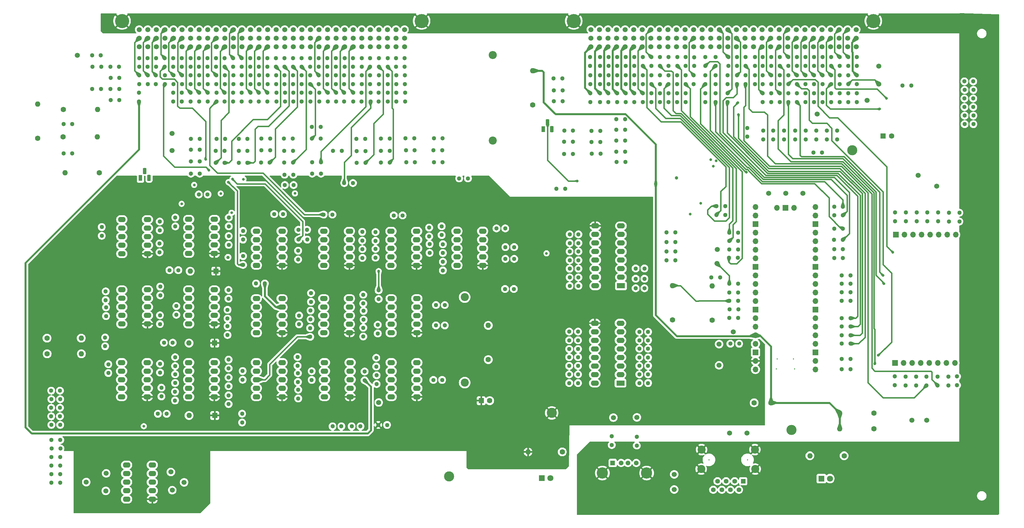
<source format=gbr>
%TF.GenerationSoftware,KiCad,Pcbnew,7.0.5*%
%TF.CreationDate,2024-10-12T11:19:12-04:00*%
%TF.ProjectId,selftest_bd,73656c66-7465-4737-945f-62642e6b6963,2.1*%
%TF.SameCoordinates,Original*%
%TF.FileFunction,Copper,L2,Inr*%
%TF.FilePolarity,Positive*%
%FSLAX46Y46*%
G04 Gerber Fmt 4.6, Leading zero omitted, Abs format (unit mm)*
G04 Created by KiCad (PCBNEW 7.0.5) date 2024-10-12 11:19:12*
%MOMM*%
%LPD*%
G01*
G04 APERTURE LIST*
G04 Aperture macros list*
%AMRoundRect*
0 Rectangle with rounded corners*
0 $1 Rounding radius*
0 $2 $3 $4 $5 $6 $7 $8 $9 X,Y pos of 4 corners*
0 Add a 4 corners polygon primitive as box body*
4,1,4,$2,$3,$4,$5,$6,$7,$8,$9,$2,$3,0*
0 Add four circle primitives for the rounded corners*
1,1,$1+$1,$2,$3*
1,1,$1+$1,$4,$5*
1,1,$1+$1,$6,$7*
1,1,$1+$1,$8,$9*
0 Add four rect primitives between the rounded corners*
20,1,$1+$1,$2,$3,$4,$5,0*
20,1,$1+$1,$4,$5,$6,$7,0*
20,1,$1+$1,$6,$7,$8,$9,0*
20,1,$1+$1,$8,$9,$2,$3,0*%
G04 Aperture macros list end*
%TA.AperFunction,ComponentPad*%
%ADD10C,1.300000*%
%TD*%
%TA.AperFunction,ComponentPad*%
%ADD11C,1.500000*%
%TD*%
%TA.AperFunction,ComponentPad*%
%ADD12R,1.800000X1.800000*%
%TD*%
%TA.AperFunction,ComponentPad*%
%ADD13C,1.800000*%
%TD*%
%TA.AperFunction,ComponentPad*%
%ADD14O,2.300000X1.600000*%
%TD*%
%TA.AperFunction,ComponentPad*%
%ADD15R,1.600000X1.600000*%
%TD*%
%TA.AperFunction,ComponentPad*%
%ADD16O,1.600000X1.600000*%
%TD*%
%TA.AperFunction,ComponentPad*%
%ADD17R,1.408000X1.408000*%
%TD*%
%TA.AperFunction,ComponentPad*%
%ADD18C,1.408000*%
%TD*%
%TA.AperFunction,ComponentPad*%
%ADD19C,2.400000*%
%TD*%
%TA.AperFunction,ComponentPad*%
%ADD20C,4.200000*%
%TD*%
%TA.AperFunction,ComponentPad*%
%ADD21C,1.600000*%
%TD*%
%TA.AperFunction,ComponentPad*%
%ADD22R,1.100000X1.800000*%
%TD*%
%TA.AperFunction,ComponentPad*%
%ADD23RoundRect,0.275000X-0.275000X-0.625000X0.275000X-0.625000X0.275000X0.625000X-0.275000X0.625000X0*%
%TD*%
%TA.AperFunction,ComponentPad*%
%ADD24R,2.400000X1.600000*%
%TD*%
%TA.AperFunction,ComponentPad*%
%ADD25O,2.400000X1.600000*%
%TD*%
%TA.AperFunction,ComponentPad*%
%ADD26O,2.400000X2.400000*%
%TD*%
%TA.AperFunction,ComponentPad*%
%ADD27C,3.000000*%
%TD*%
%TA.AperFunction,ComponentPad*%
%ADD28R,1.428000X1.428000*%
%TD*%
%TA.AperFunction,ComponentPad*%
%ADD29C,1.428000*%
%TD*%
%TA.AperFunction,ComponentPad*%
%ADD30C,3.346000*%
%TD*%
%TA.AperFunction,ComponentPad*%
%ADD31R,1.700000X1.700000*%
%TD*%
%TA.AperFunction,ComponentPad*%
%ADD32O,1.700000X1.700000*%
%TD*%
%TA.AperFunction,ViaPad*%
%ADD33C,0.800000*%
%TD*%
%TA.AperFunction,ViaPad*%
%ADD34C,1.000000*%
%TD*%
%TA.AperFunction,Conductor*%
%ADD35C,0.400000*%
%TD*%
%TA.AperFunction,Conductor*%
%ADD36C,0.600000*%
%TD*%
%ADD37C,0.350000*%
G04 APERTURE END LIST*
D10*
%TO.N,CMOD_3*%
%TO.C,NT78*%
X205740200Y-26717200D03*
%TO.N,Net-(J1-PadC21)*%
X205740200Y-24117200D03*
%TD*%
%TO.N,Net-(J2-PadA13)*%
%TO.C,NT113*%
X91846600Y-13648665D03*
%TO.N,B30_H*%
X91846600Y-16248665D03*
%TD*%
%TO.N,B4_COM_L*%
%TO.C,NT188*%
X63959600Y-26548665D03*
%TO.N,Net-(J2-PadC24)*%
X63959600Y-23948665D03*
%TD*%
%TO.N,PR1_3*%
%TO.C,NT70*%
X243840200Y-26717200D03*
%TO.N,Net-(J1-PadC6)*%
X243840200Y-24117200D03*
%TD*%
%TO.N,PM1_IO0*%
%TO.C,NT40*%
X238760200Y-21383200D03*
%TO.N,Net-(J1-PadB8)*%
X238760200Y-18783200D03*
%TD*%
%TO.N,B20_L*%
%TO.C,NT337*%
X122859600Y-44548665D03*
%TO.N,B10_L*%
X125459600Y-44548665D03*
%TD*%
D11*
%TO.N,Net-(NT312-Pad2)*%
%TO.C,TP15*%
X215701800Y-98590000D03*
%TD*%
%TO.N,Net-(K17-Pad8)*%
%TO.C,TP32*%
X27923500Y-139564335D03*
%TD*%
D10*
%TO.N,USPI0_CLK*%
%TO.C,NT296*%
X254686000Y-98462200D03*
%TO.N,Net-(U1-GPIO2)*%
X252086000Y-98462200D03*
%TD*%
%TO.N,B4_COM_H*%
%TO.C,NT187*%
X66559600Y-26548665D03*
%TO.N,Net-(J2-PadC23)*%
X66559600Y-23948665D03*
%TD*%
%TO.N,PR_ADC1*%
%TO.C,NT4*%
X248920200Y-15964065D03*
%TO.N,Net-(J1-PadA4)*%
X248920200Y-13364065D03*
%TD*%
%TO.N,Net-(J2-PadA15)*%
%TO.C,NT115*%
X86765187Y-13648665D03*
%TO.N,B33_H*%
X86765187Y-16248665D03*
%TD*%
%TO.N,INST-*%
%TO.C,NT162*%
X48559600Y-21348665D03*
%TO.N,/Interface Connector/IT-*%
X48559600Y-18748665D03*
%TD*%
%TO.N,PCTRL*%
%TO.C,NT74*%
X233680200Y-26717200D03*
%TO.N,Net-(J1-PadC10)*%
X233680200Y-24117200D03*
%TD*%
D11*
%TO.N,Net-(NT67-Pad1)*%
%TO.C,TP5*%
X259639000Y-26230000D03*
%TD*%
D10*
%TO.N,PR1_3*%
%TO.C,NT276*%
X202717600Y-73666800D03*
%TO.N,Net-(U2-I4)*%
X200117600Y-73666800D03*
%TD*%
D12*
%TO.N,GND*%
%TO.C,D4*%
X163063200Y-138421800D03*
D13*
%TO.N,Net-(D4-A)*%
X165603200Y-138421800D03*
%TD*%
D10*
%TO.N,Net-(K14-Pad7)*%
%TO.C,NT361*%
X74422200Y-67560400D03*
%TO.N,B2_COM_L*%
X74422200Y-64960400D03*
%TD*%
%TO.N,K2_LP_NO1*%
%TO.C,NT374*%
X185237800Y-38176065D03*
%TO.N,K1_LP_NC1*%
X187837800Y-38176065D03*
%TD*%
%TO.N,Net-(K7-Pad2)*%
%TO.C,NT237*%
X110115200Y-93726200D03*
%TO.N,Net-(K8-Pad3)*%
X110115200Y-96326200D03*
%TD*%
%TO.N,Net-(K10-Pad2)*%
%TO.C,NT401*%
X69828200Y-88398400D03*
%TO.N,PS1*%
X69828200Y-90998400D03*
%TD*%
%TO.N,Net-(K16-Pad2)*%
%TO.C,NT239*%
X121772400Y-60367600D03*
%TO.N,VM1*%
X119172400Y-60367600D03*
%TD*%
%TO.N,PR0_6*%
%TO.C,NT260*%
X247641200Y-37784065D03*
%TO.N,PR1_6*%
X247641200Y-35184065D03*
%TD*%
%TO.N,/Interface Connector/SH1-*%
%TO.C,NT130*%
X48644022Y-13648665D03*
%TO.N,SCOPE_CH1-*%
X48644022Y-16248665D03*
%TD*%
%TO.N,Net-(J2-PadA25)*%
%TO.C,NT125*%
X61351077Y-13648665D03*
%TO.N,Earth*%
X61351077Y-16248665D03*
%TD*%
D11*
%TO.N,Net-(J3-Pad8)*%
%TO.C,TP23*%
X202387400Y-141774600D03*
%TD*%
%TO.N,USB_GND*%
%TO.C,TP40*%
X191313000Y-120337000D03*
%TD*%
D10*
%TO.N,K2_LP_NC1*%
%TO.C,NT62*%
X182880200Y-21383200D03*
%TO.N,Net-(J1-PadB30)*%
X182880200Y-18783200D03*
%TD*%
%TO.N,K2_LP_NO2*%
%TO.C,NT61*%
X185420200Y-21383200D03*
%TO.N,Net-(J1-PadB29)*%
X185420200Y-18783200D03*
%TD*%
%TO.N,Net-(J2-PadB13)*%
%TO.C,NT145*%
X91851005Y-18748665D03*
%TO.N,B31_H*%
X91851005Y-21348665D03*
%TD*%
%TO.N,Net-(U1-GPIO22)*%
%TO.C,NT320*%
X215981000Y-78808000D03*
%TO.N,PK17*%
X213381000Y-78808000D03*
%TD*%
%TO.N,SERIAL_RX*%
%TO.C,NT19*%
X211582200Y-15964065D03*
%TO.N,Net-(J1-PadA19)*%
X211582200Y-13364065D03*
%TD*%
%TO.N,GND*%
%TO.C,NT229*%
X29739600Y-16178665D03*
%TO.N,Net-(NT227-Pad2)*%
X32339600Y-16178665D03*
%TD*%
%TO.N,PR1_2*%
%TO.C,NT268*%
X193552800Y-76115600D03*
%TO.N,Net-(U2-I3)*%
X190952800Y-76115600D03*
%TD*%
%TO.N,K3_HP_C2*%
%TO.C,NT87*%
X182831200Y-26717200D03*
%TO.N,Net-(J1-PadC30)*%
X182831200Y-24117200D03*
%TD*%
%TO.N,Net-(J6-Pin_2)*%
%TO.C,NT396*%
X271120600Y-62074000D03*
%TO.N,CMOD_1*%
X271120600Y-59474000D03*
%TD*%
D14*
%TO.N,VCC*%
%TO.C,K16*%
X125948400Y-75221600D03*
%TO.N,Net-(K16-Pad2)*%
X125948400Y-72681600D03*
%TO.N,Net-(K16-Pad3)*%
X125948400Y-70141600D03*
%TO.N,Net-(K16-Pad4)*%
X125948400Y-67601600D03*
%TO.N,N/C*%
X125948400Y-65061600D03*
X118328400Y-65061600D03*
%TO.N,Net-(K16-Pad7)*%
X118328400Y-67601600D03*
%TO.N,Net-(K16-Pad8)*%
X118328400Y-70141600D03*
%TO.N,Net-(K16-Pad9)*%
X118328400Y-72681600D03*
%TO.N,Net-(K16-Pad10)*%
X118328400Y-75221600D03*
%TD*%
D10*
%TO.N,SSR1_POS*%
%TO.C,NT336*%
X187888600Y-44449865D03*
%TO.N,PS4*%
X185288600Y-44449865D03*
%TD*%
%TO.N,DAC_VOUT*%
%TO.C,NT36*%
X248920200Y-21383200D03*
%TO.N,Net-(J1-PadB4)*%
X248920200Y-18783200D03*
%TD*%
%TO.N,K2_LP_C1*%
%TO.C,NT63*%
X180331200Y-21383200D03*
%TO.N,Net-(J1-PadB31)*%
X180331200Y-18783200D03*
%TD*%
%TO.N,B15_H*%
%TO.C,NT331*%
X117959600Y-37548665D03*
%TO.N,B25_H*%
X115359600Y-37548665D03*
%TD*%
D11*
%TO.N,Net-(K17-Pad9)*%
%TO.C,TP35*%
X33723500Y-142164335D03*
%TD*%
D10*
%TO.N,OC1_OUT*%
%TO.C,NT126*%
X58849600Y-16248665D03*
%TO.N,Net-(J2-PadA26)*%
X58849600Y-13648665D03*
%TD*%
%TO.N,Net-(K1-Pad8)*%
%TO.C,NT215*%
X133742200Y-68921800D03*
%TO.N,GND*%
X133742200Y-71521800D03*
%TD*%
D14*
%TO.N,VCC*%
%TO.C,K4*%
X126015200Y-114226200D03*
%TO.N,Net-(K4-Pad2)*%
X126015200Y-111686200D03*
%TO.N,Net-(K4-Pad3)*%
X126015200Y-109146200D03*
%TO.N,Net-(K4-Pad4)*%
X126015200Y-106606200D03*
%TO.N,N/C*%
X126015200Y-104066200D03*
X118395200Y-104066200D03*
%TO.N,Net-(K4-Pad7)*%
X118395200Y-106606200D03*
%TO.N,Net-(K4-Pad8)*%
X118395200Y-109146200D03*
%TO.N,Net-(K4-Pad9)*%
X118395200Y-111686200D03*
%TO.N,Net-(K4-Pad10)*%
X118395200Y-114226200D03*
%TD*%
D10*
%TO.N,Net-(NT315-Pad1)*%
%TO.C,NT315*%
X218757210Y-70463210D03*
%TO.N,Net-(U1-GPIO20)*%
X221357210Y-70463210D03*
%TD*%
%TO.N,B3_COM_H*%
%TO.C,NT335*%
X89439600Y-51358665D03*
%TO.N,PS9*%
X86839600Y-51358665D03*
%TD*%
%TO.N,PR1_7*%
%TO.C,NT5*%
X246380200Y-15964065D03*
%TO.N,Net-(J1-PadA5)*%
X246380200Y-13364065D03*
%TD*%
%TO.N,JTAG_TCK*%
%TO.C,NT55*%
X200660200Y-21383200D03*
%TO.N,Net-(J1-PadB23)*%
X200660200Y-18783200D03*
%TD*%
%TO.N,Net-(K12-Pad7)*%
%TO.C,NT417*%
X54337600Y-63610600D03*
%TO.N,PS10*%
X54337600Y-61010600D03*
%TD*%
%TO.N,Net-(J5-Pin_6)*%
%TO.C,NT386*%
X283767800Y-108245000D03*
%TO.N,Net-(NT386-Pad2)*%
X283767800Y-110845000D03*
%TD*%
%TO.N,Net-(J2-PadA22)*%
%TO.C,NT122*%
X68975310Y-13648665D03*
%TO.N,B43_L*%
X68975310Y-16248665D03*
%TD*%
%TO.N,Net-(U2-O6)*%
%TO.C,NT291*%
X173958600Y-68581800D03*
%TO.N,Net-(K16-Pad10)*%
X171358600Y-68581800D03*
%TD*%
%TO.N,PR1_4*%
%TO.C,NT269*%
X202717600Y-71096800D03*
%TO.N,Net-(U2-I5)*%
X200117600Y-71096800D03*
%TD*%
%TO.N,Net-(K10-Pad9)*%
%TO.C,NT403*%
X54661000Y-89887000D03*
%TO.N,PS3*%
X54661000Y-87287000D03*
%TD*%
%TO.N,Net-(J2-PadB5)*%
%TO.C,NT137*%
X112166600Y-18748665D03*
%TO.N,B17_H*%
X112166600Y-21348665D03*
%TD*%
%TO.N,Net-(J2-PadA17)*%
%TO.C,NT117*%
X81682365Y-13648665D03*
%TO.N,B36_H*%
X81682365Y-16248665D03*
%TD*%
%TO.N,SERIAL_RTS*%
%TO.C,NT302*%
X252457210Y-60363210D03*
%TO.N,Net-(U1-GPIO14)*%
X249857210Y-60363210D03*
%TD*%
%TO.N,B17_H*%
%TO.C,NT333*%
X97559600Y-47948665D03*
%TO.N,B27_H*%
X94959600Y-47948665D03*
%TD*%
%TO.N,Net-(U2-O5)*%
%TO.C,NT283*%
X173958600Y-71081800D03*
%TO.N,Net-(K15-Pad10)*%
X171358600Y-71081800D03*
%TD*%
%TO.N,Net-(J2-PadA2)*%
%TO.C,NT102*%
X119859600Y-13648665D03*
%TO.N,B10_L*%
X119859600Y-16248665D03*
%TD*%
%TO.N,/pico/I2C_ID0*%
%TO.C,NT319*%
X218757210Y-83263210D03*
%TO.N,Net-(U1-GPIO26_ADC0)*%
X221357210Y-83263210D03*
%TD*%
D15*
%TO.N,VCC*%
%TO.C,D1*%
X66025200Y-98276200D03*
D16*
%TO.N,VM2*%
X58405200Y-98276200D03*
%TD*%
D17*
%TO.N,ETH_TX+*%
%TO.C,J3*%
X222859800Y-139310800D03*
D18*
%TO.N,ETH_TX-*%
X221589800Y-141850800D03*
%TO.N,ETH_RX+*%
X220319800Y-139310800D03*
%TO.N,Net-(J3-Pad4)*%
X219049800Y-141850800D03*
%TO.N,Net-(J3-Pad5)*%
X217779800Y-139310800D03*
%TO.N,ETH_RX-*%
X216509800Y-141850800D03*
%TO.N,Net-(J3-Pad7)*%
X215239800Y-139310800D03*
%TO.N,Net-(J3-Pad8)*%
X213969800Y-141850800D03*
D19*
%TO.N,Earth*%
X226439800Y-135710800D03*
X226329800Y-129910800D03*
X210499800Y-129910800D03*
X210389800Y-135710800D03*
%TD*%
D10*
%TO.N,Net-(J2-PadA16)*%
%TO.C,NT116*%
X84223776Y-13648665D03*
%TO.N,B33_L*%
X84223776Y-16248665D03*
%TD*%
%TO.N,PWR_RES_H*%
%TO.C,NT1*%
X256540200Y-15964065D03*
%TO.N,Net-(J1-PadA1)*%
X256540200Y-13364065D03*
%TD*%
%TO.N,B13_H*%
%TO.C,NT329*%
X117959600Y-44648665D03*
%TO.N,B23_H*%
X115359600Y-44648665D03*
%TD*%
D11*
%TO.N,Net-(J2-PadA1)*%
%TO.C,J2*%
X122352000Y-5165335D03*
%TO.N,Net-(J2-PadA2)*%
X119812000Y-5165335D03*
%TO.N,Net-(J2-PadA3)*%
X117272000Y-5165335D03*
%TO.N,Net-(J2-PadA4)*%
X114732000Y-5165335D03*
%TO.N,Net-(J2-PadA5)*%
X112192000Y-5165335D03*
%TO.N,Net-(J2-PadA6)*%
X109652000Y-5165335D03*
%TO.N,Net-(J2-PadA7)*%
X107112000Y-5165335D03*
%TO.N,Net-(J2-PadA8)*%
X104572000Y-5165335D03*
%TO.N,Net-(J2-PadA9)*%
X102032000Y-5165335D03*
%TO.N,Net-(J2-PadA10)*%
X99492000Y-5165335D03*
%TO.N,Net-(J2-PadA11)*%
X96952000Y-5165335D03*
%TO.N,Net-(J2-PadA12)*%
X94412000Y-5165335D03*
%TO.N,Net-(J2-PadA13)*%
X91872000Y-5165335D03*
%TO.N,Net-(J2-PadA14)*%
X89332000Y-5165335D03*
%TO.N,Net-(J2-PadA15)*%
X86792000Y-5165335D03*
%TO.N,Net-(J2-PadA16)*%
X84252000Y-5165335D03*
%TO.N,Net-(J2-PadA17)*%
X81712000Y-5165335D03*
%TO.N,Net-(J2-PadA18)*%
X79172000Y-5165335D03*
%TO.N,Net-(J2-PadA19)*%
X76632000Y-5165335D03*
%TO.N,Net-(J2-PadA20)*%
X74092000Y-5165335D03*
%TO.N,Net-(J2-PadA21)*%
X71552000Y-5165335D03*
%TO.N,Net-(J2-PadA22)*%
X69012000Y-5165335D03*
%TO.N,Net-(J2-PadA23)*%
X66472000Y-5165335D03*
%TO.N,Net-(J2-PadA24)*%
X63932000Y-5165335D03*
%TO.N,Net-(J2-PadA25)*%
X61392000Y-5165335D03*
%TO.N,Net-(J2-PadA26)*%
X58852000Y-5165335D03*
%TO.N,Net-(J2-PadA27)*%
X56312000Y-5165335D03*
%TO.N,Net-(J2-PadA28)*%
X53772000Y-5165335D03*
%TO.N,/Interface Connector/SH1+*%
X51232000Y-5165335D03*
%TO.N,/Interface Connector/SH1-*%
X48692000Y-5165335D03*
%TO.N,/Interface Connector/SH2+*%
X46152000Y-5165335D03*
%TO.N,/Interface Connector/SH2-*%
X43612000Y-5165335D03*
%TO.N,Net-(J2-PadB1)*%
X122352000Y-7705335D03*
%TO.N,Net-(J2-PadB2)*%
X119812000Y-7705335D03*
%TO.N,Net-(J2-PadB3)*%
X117272000Y-7705335D03*
%TO.N,Net-(J2-PadB4)*%
X114732000Y-7705335D03*
%TO.N,Net-(J2-PadB5)*%
X112192000Y-7705335D03*
%TO.N,Net-(J2-PadB6)*%
X109652000Y-7705335D03*
%TO.N,Net-(J2-PadB7)*%
X107112000Y-7705335D03*
%TO.N,Net-(J2-PadB8)*%
X104572000Y-7705335D03*
%TO.N,Net-(J2-PadB9)*%
X102032000Y-7705335D03*
%TO.N,Net-(J2-PadB10)*%
X99492000Y-7705335D03*
%TO.N,Net-(J2-PadB11)*%
X96952000Y-7705335D03*
%TO.N,Net-(J2-PadB12)*%
X94412000Y-7705335D03*
%TO.N,Net-(J2-PadB13)*%
X91872000Y-7705335D03*
%TO.N,Net-(J2-PadB14)*%
X89332000Y-7705335D03*
%TO.N,Net-(J2-PadB15)*%
X86792000Y-7705335D03*
%TO.N,Net-(J2-PadB16)*%
X84252000Y-7705335D03*
%TO.N,Net-(J2-PadB17)*%
X81712000Y-7705335D03*
%TO.N,Net-(J2-PadB18)*%
X79172000Y-7705335D03*
%TO.N,Net-(J2-PadB19)*%
X76632000Y-7705335D03*
%TO.N,Net-(J2-PadB20)*%
X74092000Y-7705335D03*
%TO.N,Net-(J2-PadB21)*%
X71552000Y-7705335D03*
%TO.N,Net-(J2-PadB22)*%
X69012000Y-7705335D03*
%TO.N,Net-(J2-PadB23)*%
X66472000Y-7705335D03*
%TO.N,Net-(J2-PadB24)*%
X63932000Y-7705335D03*
%TO.N,Net-(J2-PadB25)*%
X61392000Y-7705335D03*
%TO.N,Net-(J2-PadB26)*%
X58852000Y-7705335D03*
%TO.N,Net-(J2-PadB27)*%
X56312000Y-7705335D03*
%TO.N,Net-(J2-PadB28)*%
X53772000Y-7705335D03*
%TO.N,/Interface Connector/IT+*%
X51232000Y-7705335D03*
%TO.N,/Interface Connector/IT-*%
X48692000Y-7705335D03*
%TO.N,/Interface Connector/W+*%
X46152000Y-7705335D03*
%TO.N,/Interface Connector/W-*%
X43612000Y-7705335D03*
%TO.N,Net-(J2-PadC1)*%
X122352000Y-10245335D03*
%TO.N,Net-(J2-PadC2)*%
X119812000Y-10245335D03*
%TO.N,Net-(J2-PadC3)*%
X117272000Y-10245335D03*
%TO.N,Net-(J2-PadC4)*%
X114732000Y-10245335D03*
%TO.N,Net-(J2-PadC5)*%
X112192000Y-10245335D03*
%TO.N,Net-(J2-PadC6)*%
X109652000Y-10245335D03*
%TO.N,Net-(J2-PadC7)*%
X107112000Y-10245335D03*
%TO.N,Net-(J2-PadC8)*%
X104572000Y-10245335D03*
%TO.N,Net-(J2-PadC9)*%
X102032000Y-10245335D03*
%TO.N,Net-(J2-PadC10)*%
X99492000Y-10245335D03*
%TO.N,Net-(J2-PadC11)*%
X96952000Y-10245335D03*
%TO.N,Net-(J2-PadC12)*%
X94412000Y-10245335D03*
%TO.N,Net-(J2-PadC13)*%
X91872000Y-10245335D03*
%TO.N,Net-(J2-PadC14)*%
X89332000Y-10245335D03*
%TO.N,Net-(J2-PadC15)*%
X86792000Y-10245335D03*
%TO.N,Net-(J2-PadC16)*%
X84252000Y-10245335D03*
%TO.N,Net-(J2-PadC17)*%
X81712000Y-10245335D03*
%TO.N,Net-(J2-PadC18)*%
X79172000Y-10245335D03*
%TO.N,Net-(J2-PadC19)*%
X76632000Y-10245335D03*
%TO.N,Net-(J2-PadC20)*%
X74092000Y-10245335D03*
%TO.N,Net-(J2-PadC21)*%
X71552000Y-10245335D03*
%TO.N,Net-(J2-PadC22)*%
X69012000Y-10245335D03*
%TO.N,Net-(J2-PadC23)*%
X66472000Y-10245335D03*
%TO.N,Net-(J2-PadC24)*%
X63932000Y-10245335D03*
%TO.N,Net-(J2-PadC25)*%
X61392000Y-10245335D03*
%TO.N,Net-(J2-PadC26)*%
X58852000Y-10245335D03*
%TO.N,Net-(J2-PadC27)*%
X56312000Y-10245335D03*
%TO.N,Net-(J2-PadC28)*%
X53772000Y-10245335D03*
%TO.N,GND*%
X51232000Y-10245335D03*
%TO.N,Net-(J2-PadC30)*%
X48692000Y-10245335D03*
%TO.N,GND*%
X46152000Y-10245335D03*
%TO.N,Net-(J2-PadC32)*%
X43612000Y-10245335D03*
D20*
%TO.N,Earth*%
X127432000Y-2625335D03*
X38532000Y-2625335D03*
%TD*%
D10*
%TO.N,Net-(K7-Pad4)*%
%TO.C,NT238*%
X110115200Y-86526200D03*
%TO.N,Net-(K8-Pad8)*%
X110115200Y-83926200D03*
%TD*%
%TO.N,B3_COM_L*%
%TO.C,NT325*%
X89369600Y-48278665D03*
%TO.N,PS10*%
X86769600Y-48278665D03*
%TD*%
%TO.N,Net-(J2-PadA28)*%
%TO.C,NT128*%
X53726844Y-13648665D03*
%TO.N,DVM_H*%
X53726844Y-16248665D03*
%TD*%
%TO.N,CMOD_1*%
%TO.C,NT21*%
X205740200Y-15964065D03*
%TO.N,Net-(J1-PadA21)*%
X205740200Y-13364065D03*
%TD*%
%TO.N,B25_L*%
%TO.C,NT342*%
X108059600Y-37648665D03*
%TO.N,B15_L*%
X110659600Y-37648665D03*
%TD*%
%TO.N,Net-(K3-Pad3)*%
%TO.C,NT221*%
X131695600Y-86975400D03*
%TO.N,Net-(NT221-Pad2)*%
X134295600Y-86975400D03*
%TD*%
%TO.N,Net-(J2-PadB8)*%
%TO.C,NT140*%
X104459600Y-18748665D03*
%TO.N,B21_L*%
X104459600Y-21348665D03*
%TD*%
%TO.N,PS1_IO9*%
%TO.C,NT73*%
X236220200Y-26717200D03*
%TO.N,Net-(J1-PadC9)*%
X236220200Y-24117200D03*
%TD*%
%TO.N,PS1_OUT_HI2*%
%TO.C,NT81*%
X198120200Y-26717200D03*
%TO.N,Net-(J1-PadC24)*%
X198120200Y-24117200D03*
%TD*%
D11*
%TO.N,Net-(NT8-Pad1)*%
%TO.C,TP2*%
X244811200Y-30294000D03*
%TD*%
D10*
%TO.N,Net-(J2-PadA24)*%
%TO.C,NT124*%
X63892488Y-13648665D03*
%TO.N,B46_L*%
X63892488Y-16248665D03*
%TD*%
%TO.N,unconnected-(NT198-Pad1)*%
%TO.C,NT198*%
X288509600Y-28185800D03*
%TO.N,unconnected-(NT198-Pad2)*%
X291109600Y-28185800D03*
%TD*%
%TO.N,unconnected-(NT196-Pad1)*%
%TO.C,NT196*%
X288569600Y-23105800D03*
%TO.N,unconnected-(NT196-Pad2)*%
X291169600Y-23105800D03*
%TD*%
%TO.N,OC2_OUT*%
%TO.C,NT158*%
X58859600Y-21348665D03*
%TO.N,Net-(J2-PadB26)*%
X58859600Y-18748665D03*
%TD*%
%TO.N,PS3*%
%TO.C,NT383*%
X169743800Y-42087665D03*
%TO.N,K1_LP_C2*%
X172343800Y-42087665D03*
%TD*%
D11*
%TO.N,Net-(U1-SWDIO)*%
%TO.C,TP11*%
X230391400Y-53826600D03*
%TD*%
%TO.N,Net-(NT193-Pad2)*%
%TO.C,TP9*%
X25269600Y-12818665D03*
%TD*%
D10*
%TO.N,unconnected-(NT99-Pad1)*%
%TO.C,NT99*%
X17597800Y-137228000D03*
%TO.N,unconnected-(NT99-Pad2)*%
X20197800Y-137228000D03*
%TD*%
%TO.N,CUR_SENS_L*%
%TO.C,NT66*%
X254000200Y-26717200D03*
%TO.N,Net-(J1-PadC2)*%
X254000200Y-24117200D03*
%TD*%
%TO.N,USB_GND*%
%TO.C,NT20*%
X208331000Y-15996265D03*
%TO.N,Net-(J1-PadA20)*%
X208331000Y-13396265D03*
%TD*%
%TO.N,VM3*%
%TO.C,NT264*%
X51765200Y-119276200D03*
%TO.N,OC2_OUT*%
X49165200Y-119276200D03*
%TD*%
%TO.N,Net-(J2-PadB9)*%
%TO.C,NT141*%
X102006600Y-18748665D03*
%TO.N,B24_H*%
X102006600Y-21348665D03*
%TD*%
%TO.N,PR0_5*%
%TO.C,NT75*%
X231140200Y-26717200D03*
%TO.N,Net-(J1-PadC11)*%
X231140200Y-24117200D03*
%TD*%
%TO.N,Net-(K8-Pad7)*%
%TO.C,NT249*%
X54280000Y-107530800D03*
%TO.N,Net-(K11-Pad8)*%
X54280000Y-110130800D03*
%TD*%
%TO.N,Net-(NT67-Pad1)*%
%TO.C,NT67*%
X251460200Y-26717200D03*
%TO.N,Net-(J1-PadC3)*%
X251460200Y-24117200D03*
%TD*%
%TO.N,Net-(J2-PadB18)*%
%TO.C,NT150*%
X79156530Y-18748665D03*
%TO.N,B37_L*%
X79156530Y-21348665D03*
%TD*%
%TO.N,/Interface Connector/W+*%
%TO.C,NT163*%
X46150895Y-18748665D03*
%TO.N,AWG+*%
X46150895Y-21348665D03*
%TD*%
%TO.N,GND*%
%TO.C,NT54*%
X203200200Y-21383200D03*
%TO.N,Net-(J1-PadB22)*%
X203200200Y-18783200D03*
%TD*%
%TO.N,PS6*%
%TO.C,NT371*%
X93451400Y-64634800D03*
%TO.N,VM5*%
X90851400Y-64634800D03*
%TD*%
%TO.N,PS1_OUT_LO1*%
%TO.C,NT82*%
X195580200Y-26717200D03*
%TO.N,Net-(J1-PadC25)*%
X195580200Y-24117200D03*
%TD*%
%TO.N,Net-(J2-PadA9)*%
%TO.C,NT109*%
X102006600Y-13648665D03*
%TO.N,B23_H*%
X102006600Y-16248665D03*
%TD*%
%TO.N,Net-(J2-PadB20)*%
%TO.C,NT152*%
X74066600Y-18748665D03*
%TO.N,B41_L*%
X74066600Y-21348665D03*
%TD*%
D21*
%TO.N,I2C_SDA*%
%TO.C,R9*%
X261671000Y-123766000D03*
D16*
%TO.N,ST_3V3*%
X251511000Y-123766000D03*
%TD*%
D10*
%TO.N,unconnected-(NT197-Pad1)*%
%TO.C,NT197*%
X288509600Y-25645800D03*
%TO.N,unconnected-(NT197-Pad2)*%
X291109600Y-25645800D03*
%TD*%
%TO.N,SCOPE_CH2-*%
%TO.C,NT132*%
X43599600Y-16248665D03*
%TO.N,/Interface Connector/SH2-*%
X43599600Y-13648665D03*
%TD*%
%TO.N,SERIAL_CTS*%
%TO.C,NT310*%
X252457210Y-57763210D03*
%TO.N,Net-(U1-GPIO15)*%
X249857210Y-57763210D03*
%TD*%
%TO.N,Net-(U1-AGND)*%
%TO.C,NT324*%
X221437000Y-88273000D03*
%TO.N,GND*%
X218837000Y-88273000D03*
%TD*%
D21*
%TO.N,Net-(K4-Pad2)*%
%TO.C,R1*%
X147215200Y-103186200D03*
D16*
%TO.N,Net-(NT220-Pad2)*%
X147215200Y-93026200D03*
%TD*%
D10*
%TO.N,SSR1_NEG*%
%TO.C,NT85*%
X187960200Y-26717200D03*
%TO.N,Net-(J1-PadC28)*%
X187960200Y-24117200D03*
%TD*%
%TO.N,unconnected-(NT96-Pad1)*%
%TO.C,NT96*%
X17657800Y-129608000D03*
%TO.N,unconnected-(NT96-Pad2)*%
X20257800Y-129608000D03*
%TD*%
%TO.N,B41_L*%
%TO.C,NT364*%
X79859600Y-41048665D03*
%TO.N,B31_L*%
X82459600Y-41048665D03*
%TD*%
%TO.N,Net-(NT227-Pad2)*%
%TO.C,NT411*%
X35049600Y-16218665D03*
%TO.N,SCOPE_CH1-*%
X37649600Y-16218665D03*
%TD*%
%TO.N,Net-(J2-PadB23)*%
%TO.C,NT155*%
X66462055Y-18748665D03*
%TO.N,B47_H*%
X66462055Y-21348665D03*
%TD*%
%TO.N,Net-(J2-PadC32)*%
%TO.C,NT194*%
X43586600Y-23948665D03*
%TO.N,DVM_I*%
X43586600Y-26548665D03*
%TD*%
%TO.N,PFLAG*%
%TO.C,NT266*%
X170007000Y-52442800D03*
%TO.N,DVM_TRIG*%
X167407000Y-52442800D03*
%TD*%
%TO.N,Net-(J6-Pin_4)*%
%TO.C,NT397*%
X277520600Y-62074000D03*
%TO.N,CMOD_3*%
X277520600Y-59474000D03*
%TD*%
%TO.N,PS2*%
%TO.C,NT382*%
X166561200Y-19664065D03*
%TO.N,K1_LP_C1*%
X169161200Y-19664065D03*
%TD*%
%TO.N,CMOD_2*%
%TO.C,NT53*%
X205740200Y-21383200D03*
%TO.N,Net-(J1-PadB21)*%
X205740200Y-18783200D03*
%TD*%
%TO.N,GND*%
%TO.C,NT23*%
X200660200Y-15964065D03*
%TO.N,Net-(J1-PadA23)*%
X200660200Y-13364065D03*
%TD*%
%TO.N,CMOD_5*%
%TO.C,NT385*%
X277267800Y-110845000D03*
%TO.N,Net-(J5-Pin_4)*%
X277267800Y-108245000D03*
%TD*%
%TO.N,unconnected-(NT91-Pad1)*%
%TO.C,NT91*%
X17572400Y-114952200D03*
%TO.N,unconnected-(NT91-Pad2)*%
X20172400Y-114952200D03*
%TD*%
%TO.N,PM1_IO0*%
%TO.C,NT272*%
X194636200Y-105051600D03*
%TO.N,Net-(U3-I3)*%
X192036200Y-105051600D03*
%TD*%
%TO.N,K2_LP_NO1*%
%TO.C,NT64*%
X177531200Y-21383200D03*
%TO.N,Net-(J1-PadB32)*%
X177531200Y-18783200D03*
%TD*%
%TO.N,B27_L*%
%TO.C,NT344*%
X94859600Y-37548665D03*
%TO.N,B17_L*%
X97459600Y-37548665D03*
%TD*%
%TO.N,Net-(NT8-Pad1)*%
%TO.C,NT8*%
X238760200Y-15964065D03*
%TO.N,Net-(J1-PadA8)*%
X238760200Y-13364065D03*
%TD*%
D21*
%TO.N,Net-(NT212-Pad2)*%
%TO.C,R7*%
X21056800Y-37050400D03*
D16*
%TO.N,Net-(K6-Pad7)*%
X31216800Y-37050400D03*
%TD*%
D14*
%TO.N,VCC*%
%TO.C,K17*%
X47513500Y-144654335D03*
%TO.N,Net-(K17-Pad2)*%
X47513500Y-142114335D03*
%TO.N,Net-(K17-Pad3)*%
X47513500Y-139574335D03*
%TO.N,Net-(K17-Pad4)*%
X47513500Y-137034335D03*
%TO.N,N/C*%
X47513500Y-134494335D03*
X39893500Y-134494335D03*
%TO.N,Net-(K17-Pad7)*%
X39893500Y-137034335D03*
%TO.N,Net-(K17-Pad8)*%
X39893500Y-139574335D03*
%TO.N,Net-(K17-Pad9)*%
X39893500Y-142114335D03*
%TO.N,Net-(K17-Pad10)*%
X39893500Y-144654335D03*
%TD*%
D10*
%TO.N,/Relay_test/PRES*%
%TO.C,NT357*%
X177831200Y-38574065D03*
%TO.N,K3_HP_C1*%
X180431200Y-38574065D03*
%TD*%
%TO.N,GND*%
%TO.C,NT25*%
X195580200Y-15964065D03*
%TO.N,Net-(J1-PadA25)*%
X195580200Y-13364065D03*
%TD*%
D11*
%TO.N,Net-(NT159-Pad2)*%
%TO.C,TP4*%
X53391000Y-36009000D03*
%TD*%
%TO.N,Net-(J1-PadA1)*%
%TO.C,J1*%
X256387800Y-5165335D03*
%TO.N,Net-(J1-PadA2)*%
X253847800Y-5165335D03*
%TO.N,Net-(J1-PadA3)*%
X251307800Y-5165335D03*
%TO.N,Net-(J1-PadA4)*%
X248767800Y-5165335D03*
%TO.N,Net-(J1-PadA5)*%
X246227800Y-5165335D03*
%TO.N,Net-(J1-PadA6)*%
X243687800Y-5165335D03*
%TO.N,Net-(J1-PadA7)*%
X241147800Y-5165335D03*
%TO.N,Net-(J1-PadA8)*%
X238607800Y-5165335D03*
%TO.N,Net-(J1-PadA9)*%
X236067800Y-5165335D03*
%TO.N,Net-(J1-PadA10)*%
X233527800Y-5165335D03*
%TO.N,Net-(J1-PadA11)*%
X230987800Y-5165335D03*
%TO.N,Net-(J1-PadA12)*%
X228447800Y-5165335D03*
%TO.N,Net-(J1-PadA13)*%
X225907800Y-5165335D03*
%TO.N,Net-(J1-PadA14)*%
X223367800Y-5165335D03*
%TO.N,Net-(J1-PadA15)*%
X220827800Y-5165335D03*
%TO.N,Net-(J1-PadA16)*%
X218287800Y-5165335D03*
%TO.N,Net-(J1-PadA17)*%
X215747800Y-5165335D03*
%TO.N,Net-(J1-PadA18)*%
X213207800Y-5165335D03*
%TO.N,Net-(J1-PadA19)*%
X210667800Y-5165335D03*
%TO.N,Net-(J1-PadA20)*%
X208127800Y-5165335D03*
%TO.N,Net-(J1-PadA21)*%
X205587800Y-5165335D03*
%TO.N,Net-(J1-PadA22)*%
X203047800Y-5165335D03*
%TO.N,Net-(J1-PadA23)*%
X200507800Y-5165335D03*
%TO.N,Net-(J1-PadA24)*%
X197967800Y-5165335D03*
%TO.N,Net-(J1-PadA25)*%
X195427800Y-5165335D03*
%TO.N,Net-(J1-PadA26)*%
X192887800Y-5165335D03*
%TO.N,Net-(J1-PadA27)*%
X190347800Y-5165335D03*
%TO.N,Net-(J1-PadA28)*%
X187807800Y-5165335D03*
%TO.N,Net-(J1-PadA29)*%
X185267800Y-5165335D03*
%TO.N,Net-(J1-PadA30)*%
X182727800Y-5165335D03*
%TO.N,Net-(J1-PadA31)*%
X180187800Y-5165335D03*
%TO.N,Net-(J1-PadA32)*%
X177647800Y-5165335D03*
%TO.N,Net-(J1-PadB1)*%
X256387800Y-7705335D03*
%TO.N,Net-(J1-PadB2)*%
X253847800Y-7705335D03*
%TO.N,Net-(J1-PadB3)*%
X251307800Y-7705335D03*
%TO.N,Net-(J1-PadB4)*%
X248767800Y-7705335D03*
%TO.N,Net-(J1-PadB5)*%
X246227800Y-7705335D03*
%TO.N,Net-(J1-PadB6)*%
X243687800Y-7705335D03*
%TO.N,Net-(J1-PadB7)*%
X241147800Y-7705335D03*
%TO.N,Net-(J1-PadB8)*%
X238607800Y-7705335D03*
%TO.N,Net-(J1-PadB9)*%
X236067800Y-7705335D03*
%TO.N,Net-(J1-PadB10)*%
X233527800Y-7705335D03*
%TO.N,Net-(J1-PadB11)*%
X230987800Y-7705335D03*
%TO.N,Net-(J1-PadB12)*%
X228447800Y-7705335D03*
%TO.N,Net-(J1-PadB13)*%
X225907800Y-7705335D03*
%TO.N,Net-(J1-PadB14)*%
X223367800Y-7705335D03*
%TO.N,Net-(J1-PadB15)*%
X220827800Y-7705335D03*
%TO.N,Net-(J1-PadB16)*%
X218287800Y-7705335D03*
%TO.N,Net-(J1-PadB17)*%
X215747800Y-7705335D03*
%TO.N,Net-(J1-PadB18)*%
X213207800Y-7705335D03*
%TO.N,Net-(J1-PadB19)*%
X210667800Y-7705335D03*
%TO.N,Net-(J1-PadB20)*%
X208127800Y-7705335D03*
%TO.N,Net-(J1-PadB21)*%
X205587800Y-7705335D03*
%TO.N,Net-(J1-PadB22)*%
X203047800Y-7705335D03*
%TO.N,Net-(J1-PadB23)*%
X200507800Y-7705335D03*
%TO.N,Net-(J1-PadB24)*%
X197967800Y-7705335D03*
%TO.N,Net-(J1-PadB25)*%
X195427800Y-7705335D03*
%TO.N,Net-(J1-PadB26)*%
X192887800Y-7705335D03*
%TO.N,Net-(J1-PadB27)*%
X190347800Y-7705335D03*
%TO.N,Net-(J1-PadB28)*%
X187807800Y-7705335D03*
%TO.N,Net-(J1-PadB29)*%
X185267800Y-7705335D03*
%TO.N,Net-(J1-PadB30)*%
X182727800Y-7705335D03*
%TO.N,Net-(J1-PadB31)*%
X180187800Y-7705335D03*
%TO.N,Net-(J1-PadB32)*%
X177647800Y-7705335D03*
%TO.N,Net-(J1-PadC1)*%
X256387800Y-10245335D03*
%TO.N,Net-(J1-PadC2)*%
X253847800Y-10245335D03*
%TO.N,Net-(J1-PadC3)*%
X251307800Y-10245335D03*
%TO.N,Net-(J1-PadC4)*%
X248767800Y-10245335D03*
%TO.N,Net-(J1-PadC5)*%
X246227800Y-10245335D03*
%TO.N,Net-(J1-PadC6)*%
X243687800Y-10245335D03*
%TO.N,Net-(J1-PadC7)*%
X241147800Y-10245335D03*
%TO.N,Net-(J1-PadC8)*%
X238607800Y-10245335D03*
%TO.N,Net-(J1-PadC9)*%
X236067800Y-10245335D03*
%TO.N,Net-(J1-PadC10)*%
X233527800Y-10245335D03*
%TO.N,Net-(J1-PadC11)*%
X230987800Y-10245335D03*
%TO.N,Net-(J1-PadC12)*%
X228447800Y-10245335D03*
%TO.N,ETH_TX+*%
X225907800Y-10245335D03*
%TO.N,ETH_TX-*%
X223367800Y-10245335D03*
%TO.N,GND*%
X220827800Y-10245335D03*
%TO.N,ETH_RX+*%
X218287800Y-10245335D03*
%TO.N,ETH_RX-*%
X215747800Y-10245335D03*
%TO.N,Net-(J1-PadC18)*%
X213207800Y-10245335D03*
%TO.N,USB_D+*%
X210667800Y-10245335D03*
%TO.N,USB_D-*%
X208127800Y-10245335D03*
%TO.N,Net-(J1-PadC21)*%
X205587800Y-10245335D03*
%TO.N,Net-(J1-PadC22)*%
X203047800Y-10245335D03*
%TO.N,Net-(J1-PadC23)*%
X200507800Y-10245335D03*
%TO.N,Net-(J1-PadC24)*%
X197967800Y-10245335D03*
%TO.N,Net-(J1-PadC25)*%
X195427800Y-10245335D03*
%TO.N,Net-(J1-PadC26)*%
X192887800Y-10245335D03*
%TO.N,Net-(J1-PadC27)*%
X190347800Y-10245335D03*
%TO.N,Net-(J1-PadC28)*%
X187807800Y-10245335D03*
%TO.N,Net-(J1-PadC29)*%
X185267800Y-10245335D03*
%TO.N,Net-(J1-PadC30)*%
X182727800Y-10245335D03*
%TO.N,Net-(J1-PadC31)*%
X180187800Y-10245335D03*
%TO.N,Net-(J1-PadC32)*%
X177647800Y-10245335D03*
D20*
%TO.N,Earth*%
X261467800Y-2625335D03*
X172567800Y-2625335D03*
%TD*%
D11*
%TO.N,Net-(U1-VBUS)*%
%TO.C,TP14*%
X215701800Y-104889200D03*
%TD*%
D14*
%TO.N,VCC*%
%TO.C,K14*%
X86015200Y-75196200D03*
%TO.N,Net-(K14-Pad2)*%
X86015200Y-72656200D03*
%TO.N,Net-(K14-Pad3)*%
X86015200Y-70116200D03*
%TO.N,Net-(K14-Pad4)*%
X86015200Y-67576200D03*
%TO.N,N/C*%
X86015200Y-65036200D03*
X78395200Y-65036200D03*
%TO.N,Net-(K14-Pad7)*%
X78395200Y-67576200D03*
%TO.N,GND*%
X78395200Y-70116200D03*
%TO.N,Net-(K14-Pad9)*%
X78395200Y-72656200D03*
%TO.N,Net-(K14-Pad10)*%
X78395200Y-75196200D03*
%TD*%
D10*
%TO.N,Net-(J2-PadA19)*%
%TO.C,NT119*%
X76599543Y-13648665D03*
%TO.N,B40_H*%
X76599543Y-16248665D03*
%TD*%
%TO.N,B22_L*%
%TO.C,NT339*%
X122659600Y-37448665D03*
%TO.N,B12_L*%
X125259600Y-37448665D03*
%TD*%
%TO.N,Net-(J2-PadB15)*%
%TO.C,NT147*%
X86773215Y-18748665D03*
%TO.N,B34_H*%
X86773215Y-21348665D03*
%TD*%
D22*
%TO.N,GND*%
%TO.C,U4*%
X163550800Y-34758000D03*
D23*
%TO.N,1W_J1*%
X164820800Y-32688000D03*
%TO.N,N/C*%
X166090800Y-34758000D03*
%TD*%
D10*
%TO.N,DIG_PWR_IN*%
%TO.C,NT400*%
X246283200Y-41698600D03*
%TO.N,ST_3V3*%
X243683200Y-41698600D03*
%TD*%
%TO.N,Net-(K11-Pad2)*%
%TO.C,NT405*%
X70155000Y-113792000D03*
%TO.N,PS5*%
X70155000Y-116392000D03*
%TD*%
%TO.N,Net-(NT217-Pad1)*%
%TO.C,NT217*%
X90779800Y-70857800D03*
%TO.N,Net-(K14-Pad2)*%
X90779800Y-73457800D03*
%TD*%
%TO.N,Net-(J2-PadB4)*%
%TO.C,NT136*%
X114759600Y-18748665D03*
%TO.N,B14_L*%
X114759600Y-21348665D03*
%TD*%
%TO.N,CMOD_4*%
%TO.C,NT79*%
X203200200Y-26717200D03*
%TO.N,Net-(J1-PadC22)*%
X203200200Y-24117200D03*
%TD*%
%TO.N,Net-(K16-Pad7)*%
%TO.C,NT242*%
X113741400Y-67916000D03*
%TO.N,Net-(K9-Pad8)*%
X113741400Y-65316000D03*
%TD*%
%TO.N,K2_LP_NC1*%
%TO.C,NT372*%
X185187000Y-31775265D03*
%TO.N,K1_LP_NO1*%
X187787000Y-31775265D03*
%TD*%
%TO.N,K2_LP_NO2*%
%TO.C,NT375*%
X187812400Y-41401865D03*
%TO.N,K1_LP_NC2*%
X185212400Y-41401865D03*
%TD*%
%TO.N,Net-(J2-PadB3)*%
%TO.C,NT135*%
X117359600Y-18748665D03*
%TO.N,B14_H*%
X117359600Y-21348665D03*
%TD*%
D24*
%TO.N,Net-(U2-I1)*%
%TO.C,U2*%
X186588600Y-81271800D03*
D25*
%TO.N,Net-(U2-I2)*%
X186588600Y-78731800D03*
%TO.N,Net-(U2-I3)*%
X186588600Y-76191800D03*
%TO.N,Net-(U2-I4)*%
X186588600Y-73651800D03*
%TO.N,Net-(U2-I5)*%
X186588600Y-71111800D03*
%TO.N,Net-(U2-I6)*%
X186588600Y-68571800D03*
%TO.N,Net-(U2-I7)*%
X186588600Y-66031800D03*
%TO.N,GND*%
X186588600Y-63491800D03*
%TO.N,VCC*%
X178968600Y-63491800D03*
%TO.N,Net-(U2-O7)*%
X178968600Y-66031800D03*
%TO.N,Net-(U2-O6)*%
X178968600Y-68571800D03*
%TO.N,Net-(U2-O5)*%
X178968600Y-71111800D03*
%TO.N,Net-(U2-O4)*%
X178968600Y-73651800D03*
%TO.N,Net-(U2-O3)*%
X178968600Y-76191800D03*
%TO.N,Net-(U2-O2)*%
X178968600Y-78731800D03*
%TO.N,Net-(U2-O1)*%
X178968600Y-81271800D03*
%TD*%
D10*
%TO.N,Net-(K11-Pad7)*%
%TO.C,NT408*%
X54280000Y-105101600D03*
%TO.N,Net-(K12-Pad8)*%
X54280000Y-102501600D03*
%TD*%
%TO.N,I2C_SDA*%
%TO.C,NT298*%
X254686000Y-85762200D03*
%TO.N,Net-(U1-GPIO6)*%
X252086000Y-85762200D03*
%TD*%
%TO.N,Net-(J2-PadA7)*%
%TO.C,NT107*%
X107039600Y-13648665D03*
%TO.N,B20_H*%
X107039600Y-16248665D03*
%TD*%
%TO.N,JTAG_TDI*%
%TO.C,NT317*%
X214905000Y-57599000D03*
%TO.N,Net-(U1-GPIO16)*%
X217505000Y-57599000D03*
%TD*%
D24*
%TO.N,Net-(U3-I1)*%
%TO.C,U3*%
X186436200Y-110151600D03*
D25*
%TO.N,Net-(U3-I2)*%
X186436200Y-107611600D03*
%TO.N,Net-(U3-I3)*%
X186436200Y-105071600D03*
%TO.N,Net-(U3-I4)*%
X186436200Y-102531600D03*
%TO.N,Net-(U3-I5)*%
X186436200Y-99991600D03*
%TO.N,Net-(U3-I6)*%
X186436200Y-97451600D03*
%TO.N,Net-(U3-I7)*%
X186436200Y-94911600D03*
%TO.N,GND*%
X186436200Y-92371600D03*
%TO.N,VCC*%
X178816200Y-92371600D03*
%TO.N,Net-(U3-O7)*%
X178816200Y-94911600D03*
%TO.N,Net-(U3-O6)*%
X178816200Y-97451600D03*
%TO.N,Net-(U3-O5)*%
X178816200Y-99991600D03*
%TO.N,Net-(U3-O4)*%
X178816200Y-102531600D03*
%TO.N,Net-(U3-O3)*%
X178816200Y-105071600D03*
%TO.N,Net-(U3-O2)*%
X178816200Y-107611600D03*
%TO.N,Net-(U3-O1)*%
X178816200Y-110151600D03*
%TD*%
D21*
%TO.N,ST_3V3*%
%TO.C,C1*%
X231111000Y-116019000D03*
%TO.N,GND*%
X226111000Y-116019000D03*
%TD*%
D10*
%TO.N,GND*%
%TO.C,NT56*%
X198120200Y-21383200D03*
%TO.N,Net-(J1-PadB24)*%
X198120200Y-18783200D03*
%TD*%
%TO.N,Net-(K3-Pad9)*%
%TO.C,NT409*%
X114415200Y-92826200D03*
%TO.N,SCOPE_CH1+*%
X114415200Y-95426200D03*
%TD*%
%TO.N,Net-(U3-O3)*%
%TO.C,NT286*%
X173836200Y-105051600D03*
%TO.N,Net-(K6-Pad10)*%
X171236200Y-105051600D03*
%TD*%
%TO.N,B40_L*%
%TO.C,NT363*%
X79759600Y-44648665D03*
%TO.N,B30_L*%
X82359600Y-44648665D03*
%TD*%
%TO.N,USPI0_RX*%
%TO.C,NT304*%
X254686000Y-95962200D03*
%TO.N,Net-(U1-GPIO3)*%
X252086000Y-95962200D03*
%TD*%
%TO.N,I2C_SDA*%
%TO.C,NT48*%
X218186200Y-21383200D03*
%TO.N,Net-(J1-PadB16)*%
X218186200Y-18783200D03*
%TD*%
D11*
%TO.N,Net-(U1-ADC_VREF)*%
%TO.C,TP17*%
X219888000Y-94937000D03*
%TD*%
D10*
%TO.N,B16_H*%
%TO.C,NT332*%
X97559600Y-44548665D03*
%TO.N,B26_H*%
X94959600Y-44548665D03*
%TD*%
%TO.N,PR_ADC0*%
%TO.C,NT203*%
X50215200Y-114126200D03*
%TO.N,Net-(K13-Pad2)*%
X50215200Y-111526200D03*
%TD*%
%TO.N,PICODRV*%
%TO.C,NT236*%
X94615200Y-83426200D03*
%TO.N,Net-(K7-Pad7)*%
X94615200Y-86026200D03*
%TD*%
%TO.N,Net-(J2-PadB2)*%
%TO.C,NT134*%
X119959600Y-18748665D03*
%TO.N,B11_L*%
X119959600Y-21348665D03*
%TD*%
%TO.N,B30_H*%
%TO.C,NT348*%
X89259600Y-44648665D03*
%TO.N,B40_H*%
X86659600Y-44648665D03*
%TD*%
%TO.N,Net-(K15-Pad7)*%
%TO.C,NT362*%
X93476800Y-67555800D03*
%TO.N,B4_COM_L*%
X90876800Y-67555800D03*
%TD*%
%TO.N,PS1_IO9*%
%TO.C,NT299*%
X254686000Y-80662200D03*
%TO.N,Net-(U1-GPIO8)*%
X252086000Y-80662200D03*
%TD*%
%TO.N,B1_COM_H*%
%TO.C,NT169*%
X112259600Y-26548665D03*
%TO.N,Net-(J2-PadC5)*%
X112259600Y-23948665D03*
%TD*%
D14*
%TO.N,VCC*%
%TO.C,K6*%
X46085200Y-71756200D03*
%TO.N,Net-(K6-Pad2)*%
X46085200Y-69216200D03*
%TO.N,Net-(K6-Pad3)*%
X46085200Y-66676200D03*
%TO.N,Net-(K6-Pad4)*%
X46085200Y-64136200D03*
%TO.N,N/C*%
X46085200Y-61596200D03*
X38465200Y-61596200D03*
%TO.N,Net-(K6-Pad7)*%
X38465200Y-64136200D03*
%TO.N,Net-(K6-Pad8)*%
X38465200Y-66676200D03*
%TO.N,Net-(K6-Pad9)*%
X38465200Y-69216200D03*
%TO.N,Net-(K6-Pad10)*%
X38465200Y-71756200D03*
%TD*%
D10*
%TO.N,Net-(J2-PadB17)*%
%TO.C,NT149*%
X81695425Y-18748665D03*
%TO.N,B37_H*%
X81695425Y-21348665D03*
%TD*%
%TO.N,Net-(NT2-Pad1)*%
%TO.C,NT2*%
X254000200Y-15964065D03*
%TO.N,Net-(J1-PadA2)*%
X254000200Y-13364065D03*
%TD*%
%TO.N,Net-(J2-PadB10)*%
%TO.C,NT142*%
X99467690Y-18748665D03*
%TO.N,B24_L*%
X99467690Y-21348665D03*
%TD*%
D21*
%TO.N,GND*%
%TO.C,R11*%
X201854000Y-91381000D03*
D16*
%TO.N,/pico/I2C_ID1*%
X201854000Y-81221000D03*
%TD*%
D10*
%TO.N,Net-(U2-O7)*%
%TO.C,NT284*%
X173958600Y-65981800D03*
%TO.N,Net-(K2-Pad10)*%
X171358600Y-65981800D03*
%TD*%
%TO.N,K3_HP_NO2*%
%TO.C,NT89*%
X177531200Y-26717200D03*
%TO.N,Net-(J1-PadC32)*%
X177531200Y-24117200D03*
%TD*%
%TO.N,Net-(K8-Pad4)*%
%TO.C,NT247*%
X80903800Y-80586000D03*
%TO.N,Net-(K10-Pad8)*%
X78303800Y-80586000D03*
%TD*%
%TO.N,Net-(K15-Pad2)*%
%TO.C,NT232*%
X129794200Y-68897400D03*
%TO.N,Net-(K16-Pad3)*%
X129794200Y-71497400D03*
%TD*%
%TO.N,DVM_SENSE_H*%
%TO.C,NT211*%
X23779200Y-33189600D03*
%TO.N,Net-(NT211-Pad2)*%
X21179200Y-33189600D03*
%TD*%
%TO.N,USPI0_CS*%
%TO.C,NT305*%
X254686000Y-90862200D03*
%TO.N,Net-(U1-GPIO5)*%
X252086000Y-90862200D03*
%TD*%
%TO.N,/Relay_test/PRES*%
%TO.C,NT358*%
X177831200Y-35274065D03*
%TO.N,K3_HP_C2*%
X180431200Y-35274065D03*
%TD*%
D19*
%TO.N,/Relay_test/PRES*%
%TO.C,R12*%
X148539400Y-38142600D03*
D26*
%TO.N,GND*%
X148539400Y-12742600D03*
%TD*%
D10*
%TO.N,Net-(J2-PadC22)*%
%TO.C,NT186*%
X68986600Y-23948665D03*
%TO.N,B45_L*%
X68986600Y-26548665D03*
%TD*%
%TO.N,Net-(J2-PadA5)*%
%TO.C,NT105*%
X112159600Y-13648665D03*
%TO.N,B16_H*%
X112159600Y-16248665D03*
%TD*%
%TO.N,DIG_PWR_IN*%
%TO.C,NT69*%
X246380200Y-26717200D03*
%TO.N,Net-(J1-PadC5)*%
X246380200Y-24117200D03*
%TD*%
%TO.N,Net-(U3-O1)*%
%TO.C,NT285*%
X173836200Y-110151600D03*
%TO.N,Net-(K9-Pad10)*%
X171236200Y-110151600D03*
%TD*%
%TO.N,Net-(K5-Pad2)*%
%TO.C,NT244*%
X101011400Y-123004000D03*
%TO.N,CUR_SENS_H*%
X103611400Y-123004000D03*
%TD*%
%TO.N,ST_3V3*%
%TO.C,NT387*%
X267867800Y-110745000D03*
%TO.N,Net-(J5-Pin_1)*%
X267867800Y-108145000D03*
%TD*%
%TO.N,1W_J1*%
%TO.C,NT77*%
X211582200Y-26717200D03*
%TO.N,Net-(J1-PadC18)*%
X211582200Y-24117200D03*
%TD*%
%TO.N,Net-(K4-Pad3)*%
%TO.C,NT231*%
X130915200Y-109226200D03*
%TO.N,Net-(K5-Pad3)*%
X133515200Y-109226200D03*
%TD*%
%TO.N,K1_LP_NO2*%
%TO.C,NT373*%
X185187000Y-34950265D03*
%TO.N,K2_LP_NC2*%
X187787000Y-34950265D03*
%TD*%
%TO.N,JTAG_TMS*%
%TO.C,NT24*%
X198120200Y-15964065D03*
%TO.N,Net-(J1-PadA24)*%
X198120200Y-13364065D03*
%TD*%
%TO.N,PM1_IO1*%
%TO.C,NT273*%
X194636200Y-99951600D03*
%TO.N,Net-(U3-I5)*%
X192036200Y-99951600D03*
%TD*%
%TO.N,PK17*%
%TO.C,NT274*%
X194636200Y-94951600D03*
%TO.N,Net-(U3-I7)*%
X192036200Y-94951600D03*
%TD*%
%TO.N,PS1*%
%TO.C,NT377*%
X113970000Y-102654000D03*
%TO.N,Net-(K4-Pad7)*%
X113970000Y-105254000D03*
%TD*%
%TO.N,Net-(J2-PadA14)*%
%TO.C,NT114*%
X89306600Y-13648665D03*
%TO.N,B30_L*%
X89306600Y-16248665D03*
%TD*%
%TO.N,B43_L*%
%TO.C,NT366*%
X66359600Y-44748665D03*
%TO.N,B33_L*%
X68959600Y-44748665D03*
%TD*%
%TO.N,K3_HP_NO1*%
%TO.C,NT346*%
X172291200Y-38484065D03*
%TO.N,PS5*%
X169691200Y-38484065D03*
%TD*%
%TO.N,Net-(U3-O4)*%
%TO.C,NT293*%
X173836200Y-102451600D03*
%TO.N,Net-(K1-Pad10)*%
X171236200Y-102451600D03*
%TD*%
%TO.N,Net-(J6-Pin_6)*%
%TO.C,NT393*%
X283920600Y-62174000D03*
%TO.N,Net-(NT393-Pad2)*%
X283920600Y-59574000D03*
%TD*%
%TO.N,K1_LP_NC1*%
%TO.C,NT29*%
X185420200Y-15964065D03*
%TO.N,Net-(J1-PadA29)*%
X185420200Y-13364065D03*
%TD*%
D11*
%TO.N,Net-(NT2-Pad1)*%
%TO.C,TP1*%
X263131200Y-16054065D03*
%TD*%
D14*
%TO.N,VCC*%
%TO.C,K2*%
X86015200Y-114226200D03*
%TO.N,Net-(K2-Pad2)*%
X86015200Y-111686200D03*
%TO.N,Net-(K2-Pad3)*%
X86015200Y-109146200D03*
%TO.N,Net-(K2-Pad4)*%
X86015200Y-106606200D03*
%TO.N,N/C*%
X86015200Y-104066200D03*
X78395200Y-104066200D03*
%TO.N,Net-(K2-Pad7)*%
X78395200Y-106606200D03*
%TO.N,Net-(K2-Pad8)*%
X78395200Y-109146200D03*
%TO.N,Net-(K2-Pad9)*%
X78395200Y-111686200D03*
%TO.N,Net-(K2-Pad10)*%
X78395200Y-114226200D03*
%TD*%
D10*
%TO.N,USPI0_CS*%
%TO.C,NT47*%
X220980200Y-21383200D03*
%TO.N,Net-(J1-PadB15)*%
X220980200Y-18783200D03*
%TD*%
%TO.N,PR0_3*%
%TO.C,NT44*%
X228600200Y-21383200D03*
%TO.N,Net-(J1-PadB12)*%
X228600200Y-18783200D03*
%TD*%
%TO.N,B46_L*%
%TO.C,NT369*%
X58959600Y-37648665D03*
%TO.N,B36_L*%
X61559600Y-37648665D03*
%TD*%
%TO.N,INST-*%
%TO.C,NT228*%
X37729600Y-26138665D03*
%TO.N,Net-(NT228-Pad2)*%
X35129600Y-26138665D03*
%TD*%
%TO.N,Net-(K12-Pad4)*%
%TO.C,NT415*%
X70205800Y-63598000D03*
%TO.N,PS8*%
X70205800Y-60998000D03*
%TD*%
D14*
%TO.N,VCC*%
%TO.C,K9*%
X46085200Y-92616200D03*
%TO.N,Net-(K9-Pad2)*%
X46085200Y-90076200D03*
%TO.N,Net-(K9-Pad3)*%
X46085200Y-87536200D03*
%TO.N,Net-(K9-Pad4)*%
X46085200Y-84996200D03*
%TO.N,N/C*%
X46085200Y-82456200D03*
X38465200Y-82456200D03*
%TO.N,Net-(K9-Pad7)*%
X38465200Y-84996200D03*
%TO.N,Net-(K9-Pad8)*%
X38465200Y-87536200D03*
%TO.N,Net-(K9-Pad9)*%
X38465200Y-90076200D03*
%TO.N,Net-(K9-Pad10)*%
X38465200Y-92616200D03*
%TD*%
D10*
%TO.N,PR0_1*%
%TO.C,NT255*%
X231781200Y-37784065D03*
%TO.N,PR1_1*%
X231781200Y-35184065D03*
%TD*%
%TO.N,K1_LP_C2*%
%TO.C,NT31*%
X180340200Y-15964065D03*
%TO.N,Net-(J1-PadA31)*%
X180340200Y-13364065D03*
%TD*%
%TO.N,PS1_OUT_HI1*%
%TO.C,NT207*%
X154892200Y-73271800D03*
%TO.N,Net-(K1-Pad2)*%
X152292200Y-73271800D03*
%TD*%
%TO.N,PWR_5V*%
%TO.C,NT420*%
X117175000Y-122597600D03*
%TO.N,VCC*%
X114575000Y-122597600D03*
%TD*%
%TO.N,OC3_OUT*%
%TO.C,NT190*%
X58859600Y-26548665D03*
%TO.N,Net-(J2-PadC26)*%
X58859600Y-23948665D03*
%TD*%
%TO.N,Net-(J2-PadC10)*%
%TO.C,NT174*%
X99559600Y-23948665D03*
%TO.N,B25_L*%
X99559600Y-26548665D03*
%TD*%
%TO.N,Net-(J6-Pin_3)*%
%TO.C,NT398*%
X274320600Y-62074000D03*
%TO.N,CMOD_2*%
X274320600Y-59474000D03*
%TD*%
%TO.N,Net-(J2-PadA1)*%
%TO.C,NT101*%
X122359600Y-13648665D03*
%TO.N,B10_H*%
X122359600Y-16248665D03*
%TD*%
%TO.N,PERR_LED*%
%TO.C,NT308*%
X252457210Y-70363210D03*
%TO.N,Net-(U1-GPIO11)*%
X249857210Y-70363210D03*
%TD*%
%TO.N,Net-(J2-PadC15)*%
%TO.C,NT179*%
X86893600Y-23948665D03*
%TO.N,B35_H*%
X86893600Y-26548665D03*
%TD*%
D11*
%TO.N,Net-(NT386-Pad2)*%
%TO.C,TP20*%
X272923200Y-121175200D03*
%TD*%
D10*
%TO.N,Net-(J2-PadC2)*%
%TO.C,NT166*%
X119959600Y-23948665D03*
%TO.N,B12_L*%
X119959600Y-26548665D03*
%TD*%
%TO.N,GND*%
%TO.C,NT380*%
X166661200Y-23234065D03*
%TO.N,K2_LP_C1*%
X169261200Y-23234065D03*
%TD*%
D14*
%TO.N,VCC*%
%TO.C,K15*%
X106015200Y-75221600D03*
%TO.N,Net-(K15-Pad2)*%
X106015200Y-72681600D03*
%TO.N,Net-(K15-Pad3)*%
X106015200Y-70141600D03*
%TO.N,Net-(K15-Pad4)*%
X106015200Y-67601600D03*
%TO.N,N/C*%
X106015200Y-65061600D03*
X98395200Y-65061600D03*
%TO.N,Net-(K15-Pad7)*%
X98395200Y-67601600D03*
%TO.N,GND*%
X98395200Y-70141600D03*
%TO.N,Net-(K15-Pad9)*%
X98395200Y-72681600D03*
%TO.N,Net-(K15-Pad10)*%
X98395200Y-75221600D03*
%TD*%
D10*
%TO.N,USPI0_TX*%
%TO.C,NT297*%
X254686000Y-93362200D03*
%TO.N,Net-(U1-GPIO4)*%
X252086000Y-93362200D03*
%TD*%
D14*
%TO.N,VCC*%
%TO.C,K13*%
X46015200Y-114226200D03*
%TO.N,Net-(K13-Pad2)*%
X46015200Y-111686200D03*
%TO.N,Net-(K13-Pad3)*%
X46015200Y-109146200D03*
%TO.N,Net-(K13-Pad4)*%
X46015200Y-106606200D03*
%TO.N,N/C*%
X46015200Y-104066200D03*
X38395200Y-104066200D03*
%TO.N,/relay_switch/VM_L*%
X38395200Y-106606200D03*
%TO.N,Net-(K13-Pad8)*%
X38395200Y-109146200D03*
%TO.N,Net-(K13-Pad9)*%
X38395200Y-111686200D03*
%TO.N,Net-(K13-Pad10)*%
X38395200Y-114226200D03*
%TD*%
D10*
%TO.N,INST+*%
%TO.C,NT226*%
X74315200Y-109176200D03*
%TO.N,Net-(K2-Pad7)*%
X74315200Y-106576200D03*
%TD*%
D11*
%TO.N,Net-(J3-Pad4)*%
%TO.C,TP24*%
X223952000Y-125010600D03*
%TD*%
D10*
%TO.N,B1_COM_L*%
%TO.C,NT334*%
X101159600Y-41148665D03*
%TO.N,PS8*%
X103759600Y-41148665D03*
%TD*%
%TO.N,PR1_0*%
%TO.C,NT71*%
X241300200Y-26717200D03*
%TO.N,Net-(J1-PadC7)*%
X241300200Y-24117200D03*
%TD*%
%TO.N,I2C_SCL*%
%TO.C,NT49*%
X214630200Y-21383200D03*
%TO.N,Net-(J1-PadB17)*%
X214630200Y-18783200D03*
%TD*%
D14*
%TO.N,VCC*%
%TO.C,K5*%
X106215200Y-114226200D03*
%TO.N,Net-(K5-Pad2)*%
X106215200Y-111686200D03*
%TO.N,Net-(K5-Pad3)*%
X106215200Y-109146200D03*
%TO.N,Net-(K5-Pad4)*%
X106215200Y-106606200D03*
%TO.N,N/C*%
X106215200Y-104066200D03*
X98595200Y-104066200D03*
%TO.N,Net-(K5-Pad7)*%
X98595200Y-106606200D03*
%TO.N,Net-(K5-Pad8)*%
X98595200Y-109146200D03*
%TO.N,Net-(K5-Pad9)*%
X98595200Y-111686200D03*
%TO.N,Net-(K5-Pad10)*%
X98595200Y-114226200D03*
%TD*%
D10*
%TO.N,Net-(J2-PadB19)*%
%TO.C,NT151*%
X76617635Y-18748665D03*
%TO.N,B41_H*%
X76617635Y-21348665D03*
%TD*%
%TO.N,unconnected-(NT95-Pad1)*%
%TO.C,NT95*%
X17597800Y-127068000D03*
%TO.N,unconnected-(NT95-Pad2)*%
X20197800Y-127068000D03*
%TD*%
D14*
%TO.N,VCC*%
%TO.C,K8*%
X86015200Y-95226200D03*
%TO.N,Net-(K8-Pad2)*%
X86015200Y-92686200D03*
%TO.N,Net-(K8-Pad3)*%
X86015200Y-90146200D03*
%TO.N,Net-(K8-Pad4)*%
X86015200Y-87606200D03*
%TO.N,N/C*%
X86015200Y-85066200D03*
X78395200Y-85066200D03*
%TO.N,Net-(K8-Pad7)*%
X78395200Y-87606200D03*
%TO.N,Net-(K8-Pad8)*%
X78395200Y-90146200D03*
%TO.N,Net-(K8-Pad9)*%
X78395200Y-92686200D03*
%TO.N,Net-(K8-Pad10)*%
X78395200Y-95226200D03*
%TD*%
D10*
%TO.N,PFLAG*%
%TO.C,NT280*%
X194636200Y-97451600D03*
%TO.N,Net-(U3-I6)*%
X192036200Y-97451600D03*
%TD*%
%TO.N,Net-(J2-PadA3)*%
%TO.C,NT103*%
X117359600Y-13648665D03*
%TO.N,B13_H*%
X117359600Y-16248665D03*
%TD*%
%TO.N,PR0_2*%
%TO.C,NT76*%
X228600200Y-26717200D03*
%TO.N,Net-(J1-PadC12)*%
X228600200Y-24117200D03*
%TD*%
D11*
%TO.N,Net-(J3-Pad5)*%
%TO.C,TP25*%
X218821200Y-125010600D03*
%TD*%
D10*
%TO.N,Net-(J2-PadC30)*%
%TO.C,NT193*%
X32229600Y-12788665D03*
%TO.N,Net-(NT193-Pad2)*%
X29629600Y-12788665D03*
%TD*%
%TO.N,/Relay_test/PRES*%
%TO.C,NT311*%
X141178000Y-49369400D03*
%TO.N,VM6*%
X138578000Y-49369400D03*
%TD*%
D21*
%TO.N,1W_J2*%
%TO.C,R14*%
X31801000Y-47693000D03*
D16*
%TO.N,ST_3V3*%
X21641000Y-47693000D03*
%TD*%
D10*
%TO.N,GND*%
%TO.C,NT230*%
X29689600Y-22838665D03*
%TO.N,Net-(NT228-Pad2)*%
X32289600Y-22838665D03*
%TD*%
D27*
%TO.N,GND*%
%TO.C,TP6*%
X135585400Y-137913800D03*
%TD*%
D10*
%TO.N,/relay_switch/VM_L*%
%TO.C,NT224*%
X94815200Y-109226200D03*
%TO.N,Net-(K5-Pad7)*%
X94815200Y-106626200D03*
%TD*%
%TO.N,Net-(J2-PadC14)*%
%TO.C,NT178*%
X89359600Y-23948665D03*
%TO.N,B32_L*%
X89359600Y-26548665D03*
%TD*%
%TO.N,Net-(K5-Pad8)*%
%TO.C,NT234*%
X110215200Y-88726200D03*
%TO.N,Net-(K7-Pad3)*%
X110215200Y-91326200D03*
%TD*%
%TO.N,INST+*%
%TO.C,NT161*%
X51259600Y-21348665D03*
%TO.N,/Interface Connector/IT+*%
X51259600Y-18748665D03*
%TD*%
%TO.N,Net-(J2-PadA4)*%
%TO.C,NT104*%
X114759600Y-13648665D03*
%TO.N,B13_L*%
X114759600Y-16248665D03*
%TD*%
%TO.N,Net-(J2-PadC16)*%
%TO.C,NT180*%
X84353600Y-23948665D03*
%TO.N,B35_L*%
X84353600Y-26548665D03*
%TD*%
%TO.N,unconnected-(NT195-Pad1)*%
%TO.C,NT195*%
X288509600Y-20565800D03*
%TO.N,unconnected-(NT195-Pad2)*%
X291109600Y-20565800D03*
%TD*%
%TO.N,JTAG_TDI*%
%TO.C,NT57*%
X195580200Y-21383200D03*
%TO.N,Net-(J1-PadB25)*%
X195580200Y-18783200D03*
%TD*%
%TO.N,SERIAL_RX*%
%TO.C,NT301*%
X252437000Y-67623000D03*
%TO.N,Net-(U1-GPIO12)*%
X249837000Y-67623000D03*
%TD*%
%TO.N,unconnected-(NT94-Pad1)*%
%TO.C,NT94*%
X17572400Y-122572200D03*
%TO.N,unconnected-(NT94-Pad2)*%
X20172400Y-122572200D03*
%TD*%
%TO.N,Net-(J4-GND)*%
%TO.C,NT392*%
X191278400Y-128715065D03*
%TO.N,USB_GND*%
X191278400Y-126115065D03*
%TD*%
%TO.N,Net-(J2-PadA8)*%
%TO.C,NT108*%
X104559600Y-13648665D03*
%TO.N,B20_L*%
X104559600Y-16248665D03*
%TD*%
%TO.N,PR1_2*%
%TO.C,NT7*%
X241300200Y-15964065D03*
%TO.N,Net-(J1-PadA7)*%
X241300200Y-13364065D03*
%TD*%
%TO.N,CMOD_6*%
%TO.C,NT14*%
X223520200Y-15964065D03*
%TO.N,Net-(J1-PadA14)*%
X223520200Y-13364065D03*
%TD*%
D11*
%TO.N,Net-(K4-Pad9)*%
%TO.C,TP28*%
X114706600Y-115917400D03*
%TD*%
D10*
%TO.N,AWG-*%
%TO.C,NT227*%
X37749600Y-19478665D03*
%TO.N,Net-(NT227-Pad2)*%
X35149600Y-19478665D03*
%TD*%
%TO.N,Net-(K2-Pad8)*%
%TO.C,NT235*%
X94365200Y-96426200D03*
%TO.N,Net-(K7-Pad9)*%
X94365200Y-93826200D03*
%TD*%
%TO.N,B11_H*%
%TO.C,NT327*%
X133559600Y-41048665D03*
%TO.N,B21_H*%
X130959600Y-41048665D03*
%TD*%
%TO.N,Net-(J2-PadC28)*%
%TO.C,NT192*%
X53746600Y-23948665D03*
%TO.N,DVM_SENSE_H*%
X53746600Y-26548665D03*
%TD*%
%TO.N,Net-(J5-Pin_7)*%
%TO.C,NT390*%
X286309000Y-108191200D03*
%TO.N,Net-(NT390-Pad2)*%
X286309000Y-110791200D03*
%TD*%
%TO.N,Net-(K8-Pad9)*%
%TO.C,NT248*%
X70155000Y-111092000D03*
%TO.N,Net-(K11-Pad3)*%
X70155000Y-108492000D03*
%TD*%
%TO.N,PCTRL*%
%TO.C,NT262*%
X224053600Y-36978800D03*
%TO.N,PFLAG*%
X224053600Y-34378800D03*
%TD*%
%TO.N,VM4*%
%TO.C,NT265*%
X55225200Y-76626200D03*
%TO.N,OC3_OUT*%
X52625200Y-76626200D03*
%TD*%
%TO.N,PR0_0*%
%TO.C,NT45*%
X226314200Y-21334865D03*
%TO.N,Net-(J1-PadB13)*%
X226314200Y-18734865D03*
%TD*%
%TO.N,K1_LP_NC2*%
%TO.C,NT32*%
X177431200Y-15964065D03*
%TO.N,Net-(J1-PadA32)*%
X177431200Y-13364065D03*
%TD*%
%TO.N,PS1_IO8*%
%TO.C,NT278*%
X194636200Y-107551600D03*
%TO.N,Net-(U3-I2)*%
X192036200Y-107551600D03*
%TD*%
%TO.N,Net-(NT189-Pad1)*%
%TO.C,NT189*%
X61389600Y-26548665D03*
%TO.N,Net-(J2-PadC25)*%
X61389600Y-23948665D03*
%TD*%
%TO.N,K1_LP_NO2*%
%TO.C,NT30*%
X182880200Y-15964065D03*
%TO.N,Net-(J1-PadA30)*%
X182880200Y-13364065D03*
%TD*%
%TO.N,Net-(K10-Pad7)*%
%TO.C,NT404*%
X83684000Y-59961200D03*
%TO.N,PS4*%
X86284000Y-59961200D03*
%TD*%
%TO.N,Net-(J2-PadA12)*%
%TO.C,NT112*%
X94386600Y-13648665D03*
%TO.N,B26_L*%
X94386600Y-16248665D03*
%TD*%
D21*
%TO.N,Net-(NT212-Pad2)*%
%TO.C,R6*%
X13513000Y-37482200D03*
D16*
%TO.N,Net-(NT211-Pad2)*%
X13513000Y-27322200D03*
%TD*%
D10*
%TO.N,Net-(K3-Pad7)*%
%TO.C,NT410*%
X114681200Y-85213400D03*
%TO.N,SCOPE_CH2+*%
X114681200Y-82613400D03*
%TD*%
%TO.N,PM1_IO0*%
%TO.C,NT303*%
X254686000Y-102991990D03*
%TO.N,Net-(U1-GPIO1)*%
X252086000Y-102991990D03*
%TD*%
%TO.N,PR0_0*%
%TO.C,NT254*%
X234941200Y-37784065D03*
%TO.N,PR1_0*%
X234941200Y-35184065D03*
%TD*%
%TO.N,Net-(J2-PadB16)*%
%TO.C,NT148*%
X84234320Y-18748665D03*
%TO.N,B34_L*%
X84234320Y-21348665D03*
%TD*%
%TO.N,Net-(J2-PadB27)*%
%TO.C,NT159*%
X56306475Y-18748665D03*
%TO.N,Net-(NT159-Pad2)*%
X56306475Y-21348665D03*
%TD*%
%TO.N,JTAG_TRST*%
%TO.C,NT318*%
X218637000Y-72963210D03*
%TO.N,Net-(U1-GPIO21)*%
X221237000Y-72963210D03*
%TD*%
%TO.N,GND*%
%TO.C,NT58*%
X193040200Y-21383200D03*
%TO.N,Net-(J1-PadB26)*%
X193040200Y-18783200D03*
%TD*%
%TO.N,Net-(J4-VUSB)*%
%TO.C,NT391*%
X183848400Y-128555065D03*
%TO.N,USB_VBUS*%
X183848400Y-125955065D03*
%TD*%
%TO.N,USB_VBUS*%
%TO.C,NT52*%
X208178600Y-21383200D03*
%TO.N,Net-(J1-PadB20)*%
X208178600Y-18783200D03*
%TD*%
D27*
%TO.N,VCC*%
%TO.C,TP37*%
X166040000Y-119016200D03*
%TD*%
D21*
%TO.N,Net-(D4-A)*%
%TO.C,R15*%
X169164200Y-130598600D03*
D16*
%TO.N,VCC*%
X159004200Y-130598600D03*
%TD*%
D10*
%TO.N,PWR_RES_H*%
%TO.C,NT418*%
X154792400Y-82211600D03*
%TO.N,PS6*%
X152192400Y-82211600D03*
%TD*%
%TO.N,PR_ADC0*%
%TO.C,NT3*%
X251460200Y-15964065D03*
%TO.N,Net-(J1-PadA3)*%
X251460200Y-13364065D03*
%TD*%
%TO.N,PR1_4*%
%TO.C,NT38*%
X243840200Y-21383200D03*
%TO.N,Net-(J1-PadB6)*%
X243840200Y-18783200D03*
%TD*%
D15*
%TO.N,VCC*%
%TO.C,D3*%
X66375200Y-76926200D03*
D16*
%TO.N,VM4*%
X58755200Y-76926200D03*
%TD*%
D10*
%TO.N,Net-(U3-O2)*%
%TO.C,NT292*%
X173836200Y-107551600D03*
%TO.N,Net-(K13-Pad10)*%
X171236200Y-107551600D03*
%TD*%
%TO.N,B1_COM_L*%
%TO.C,NT170*%
X109559600Y-26548665D03*
%TO.N,Net-(J2-PadC6)*%
X109559600Y-23948665D03*
%TD*%
%TO.N,PR1_6*%
%TO.C,NT270*%
X202717600Y-65396800D03*
%TO.N,Net-(U2-I7)*%
X200117600Y-65396800D03*
%TD*%
%TO.N,Net-(J2-PadB6)*%
%TO.C,NT138*%
X109659600Y-18748665D03*
%TO.N,B17_L*%
X109659600Y-21348665D03*
%TD*%
%TO.N,Net-(J2-PadA27)*%
%TO.C,NT127*%
X56268255Y-13648665D03*
%TO.N,DVM_L*%
X56268255Y-16248665D03*
%TD*%
%TO.N,CUR_SENS_L*%
%TO.C,NT223*%
X109275600Y-123004000D03*
%TO.N,Net-(K5-Pad9)*%
X106675600Y-123004000D03*
%TD*%
%TO.N,DVM_H*%
%TO.C,NT201*%
X49715200Y-62176200D03*
%TO.N,Net-(K6-Pad3)*%
X49715200Y-64776200D03*
%TD*%
%TO.N,Net-(U3-O5)*%
%TO.C,NT287*%
X173836200Y-100051600D03*
%TO.N,Net-(K5-Pad10)*%
X171236200Y-100051600D03*
%TD*%
%TO.N,Net-(J2-PadB11)*%
%TO.C,NT143*%
X96928795Y-18748665D03*
%TO.N,B27_H*%
X96928795Y-21348665D03*
%TD*%
%TO.N,Net-(K12-Pad9)*%
%TO.C,NT416*%
X61306600Y-54144600D03*
%TO.N,PS9*%
X63906600Y-54144600D03*
%TD*%
D28*
%TO.N,Net-(J4-VUSB)*%
%TO.C,J4*%
X184138400Y-133885065D03*
D29*
%TO.N,USB_D-*%
X186638400Y-133885065D03*
%TO.N,USB_D+*%
X188638400Y-133885065D03*
%TO.N,Net-(J4-GND)*%
X191138400Y-133885065D03*
D30*
%TO.N,Earth*%
X181068400Y-136885065D03*
X194208400Y-136885065D03*
%TD*%
D10*
%TO.N,PR1_1*%
%TO.C,NT275*%
X193552800Y-79175600D03*
%TO.N,Net-(U2-I2)*%
X190952800Y-79175600D03*
%TD*%
%TO.N,Net-(J2-PadB22)*%
%TO.C,NT154*%
X69000950Y-18748665D03*
%TO.N,B44_L*%
X69000950Y-21348665D03*
%TD*%
D31*
%TO.N,Net-(J6-Pin_1)*%
%TO.C,J6*%
X268135600Y-66085600D03*
D32*
%TO.N,Net-(J6-Pin_2)*%
X270675600Y-66085600D03*
%TO.N,Net-(J6-Pin_3)*%
X273215600Y-66085600D03*
%TO.N,Net-(J6-Pin_4)*%
X275755600Y-66085600D03*
%TO.N,Net-(J6-Pin_5)*%
X278295600Y-66085600D03*
%TO.N,Net-(J6-Pin_6)*%
X280835600Y-66085600D03*
%TO.N,Net-(J6-Pin_7)*%
X283375600Y-66085600D03*
%TO.N,GND*%
X285915600Y-66085600D03*
%TD*%
D10*
%TO.N,Net-(NT228-Pad2)*%
%TO.C,NT412*%
X35079600Y-22838665D03*
%TO.N,SCOPE_CH2-*%
X37679600Y-22838665D03*
%TD*%
%TO.N,B42_L*%
%TO.C,NT365*%
X79859600Y-37548665D03*
%TO.N,B32_L*%
X82459600Y-37548665D03*
%TD*%
%TO.N,Net-(J6-Pin_5)*%
%TO.C,NT399*%
X280720600Y-62074000D03*
%TO.N,CMOD_4*%
X280720600Y-59474000D03*
%TD*%
%TO.N,USPI0_CLK*%
%TO.C,NT15*%
X220980200Y-15964065D03*
%TO.N,Net-(J1-PadA15)*%
X220980200Y-13364065D03*
%TD*%
%TO.N,K2_LP_NC2*%
%TO.C,NT59*%
X190500200Y-21383200D03*
%TO.N,Net-(J1-PadB27)*%
X190500200Y-18783200D03*
%TD*%
%TO.N,B10_H*%
%TO.C,NT326*%
X133659600Y-44548665D03*
%TO.N,B20_H*%
X131059600Y-44548665D03*
%TD*%
%TO.N,PR0_7*%
%TO.C,NT261*%
X250761200Y-37784065D03*
%TO.N,PR1_7*%
X250761200Y-35184065D03*
%TD*%
%TO.N,K1_LP_NO1*%
%TO.C,NT27*%
X190500200Y-15964065D03*
%TO.N,Net-(J1-PadA27)*%
X190500200Y-13364065D03*
%TD*%
%TO.N,Net-(J2-PadC13)*%
%TO.C,NT177*%
X91846600Y-23948665D03*
%TO.N,B32_H*%
X91846600Y-26548665D03*
%TD*%
%TO.N,B45_L*%
%TO.C,NT368*%
X66559600Y-37648665D03*
%TO.N,B35_L*%
X69159600Y-37648665D03*
%TD*%
D11*
%TO.N,Net-(K17-Pad4)*%
%TO.C,TP34*%
X53023500Y-136564335D03*
%TD*%
D10*
%TO.N,Net-(J6-Pin_7)*%
%TO.C,NT395*%
X287020600Y-62174000D03*
%TO.N,Net-(NT395-Pad2)*%
X287020600Y-59574000D03*
%TD*%
%TO.N,Net-(K8-Pad2)*%
%TO.C,NT246*%
X91075200Y-92696200D03*
%TO.N,Net-(K10-Pad3)*%
X91075200Y-90096200D03*
%TD*%
%TO.N,PWR_RES_L*%
%TO.C,NT419*%
X270150000Y-21785000D03*
%TO.N,GND*%
X272750000Y-21785000D03*
%TD*%
%TO.N,unconnected-(NT100-Pad1)*%
%TO.C,NT100*%
X17597800Y-139768000D03*
%TO.N,unconnected-(NT100-Pad2)*%
X20197800Y-139768000D03*
%TD*%
D14*
%TO.N,VCC*%
%TO.C,K3*%
X126015200Y-95226200D03*
%TO.N,Net-(K3-Pad2)*%
X126015200Y-92686200D03*
%TO.N,Net-(K3-Pad3)*%
X126015200Y-90146200D03*
%TO.N,Net-(K3-Pad4)*%
X126015200Y-87606200D03*
%TO.N,N/C*%
X126015200Y-85066200D03*
X118395200Y-85066200D03*
%TO.N,Net-(K3-Pad7)*%
X118395200Y-87606200D03*
%TO.N,Net-(K3-Pad8)*%
X118395200Y-90146200D03*
%TO.N,Net-(K3-Pad9)*%
X118395200Y-92686200D03*
%TO.N,Net-(K3-Pad10)*%
X118395200Y-95226200D03*
%TD*%
D10*
%TO.N,PS1_IO9*%
%TO.C,NT279*%
X194636200Y-102551600D03*
%TO.N,Net-(U3-I4)*%
X192036200Y-102551600D03*
%TD*%
%TO.N,Net-(U2-O3)*%
%TO.C,NT282*%
X173958600Y-76181800D03*
%TO.N,Net-(K3-Pad10)*%
X171358600Y-76181800D03*
%TD*%
%TO.N,DIG_SPARE*%
%TO.C,NT323*%
X218757210Y-90763210D03*
%TO.N,Net-(U1-GPIO28_ADC2)*%
X221357210Y-90763210D03*
%TD*%
%TO.N,B33_H*%
%TO.C,NT351*%
X75759600Y-44748665D03*
%TO.N,B43_H*%
X73159600Y-44748665D03*
%TD*%
%TO.N,I2C_SCL*%
%TO.C,NT306*%
X254686000Y-83162200D03*
%TO.N,Net-(U1-GPIO7)*%
X252086000Y-83162200D03*
%TD*%
%TO.N,PR0_2*%
%TO.C,NT256*%
X228771200Y-37784065D03*
%TO.N,PR1_2*%
X228771200Y-35184065D03*
%TD*%
%TO.N,Net-(J2-PadC1)*%
%TO.C,NT165*%
X122559600Y-23948665D03*
%TO.N,B12_H*%
X122559600Y-26548665D03*
%TD*%
%TO.N,Net-(J2-PadA10)*%
%TO.C,NT110*%
X99466600Y-13648665D03*
%TO.N,B23_L*%
X99466600Y-16248665D03*
%TD*%
%TO.N,Net-(K15-Pad9)*%
%TO.C,NT360*%
X100969800Y-60113600D03*
%TO.N,B4_COM_H*%
X98369800Y-60113600D03*
%TD*%
%TO.N,B24_L*%
%TO.C,NT341*%
X108159600Y-41248665D03*
%TO.N,B14_L*%
X110759600Y-41248665D03*
%TD*%
%TO.N,Net-(NT34-Pad1)*%
%TO.C,NT34*%
X254000200Y-21383200D03*
%TO.N,Net-(J1-PadB2)*%
X254000200Y-18783200D03*
%TD*%
%TO.N,VM2*%
%TO.C,NT263*%
X53565200Y-98176200D03*
%TO.N,OC1_OUT*%
X50965200Y-98176200D03*
%TD*%
%TO.N,PS1_IO8*%
%TO.C,NT295*%
X254686000Y-106062200D03*
%TO.N,Net-(U1-GPIO0)*%
X252086000Y-106062200D03*
%TD*%
D11*
%TO.N,Net-(K17-Pad2)*%
%TO.C,TP33*%
X53423500Y-141964335D03*
%TD*%
D10*
%TO.N,Net-(J2-PadC20)*%
%TO.C,NT184*%
X74066600Y-23948665D03*
%TO.N,B42_L*%
X74066600Y-26548665D03*
%TD*%
%TO.N,Net-(J2-PadC9)*%
%TO.C,NT173*%
X102059600Y-23948665D03*
%TO.N,B25_H*%
X102059600Y-26548665D03*
%TD*%
%TO.N,PS1_IO8*%
%TO.C,NT10*%
X233680200Y-15964065D03*
%TO.N,Net-(J1-PadA10)*%
X233680200Y-13364065D03*
%TD*%
%TO.N,PR1_7*%
%TO.C,NT271*%
X194636200Y-110151600D03*
%TO.N,Net-(U3-I1)*%
X192036200Y-110151600D03*
%TD*%
%TO.N,Net-(J2-PadC21)*%
%TO.C,NT185*%
X71526600Y-23948665D03*
%TO.N,B45_H*%
X71526600Y-26548665D03*
%TD*%
%TO.N,Net-(U2-O4)*%
%TO.C,NT290*%
X173958600Y-73681800D03*
%TO.N,Net-(K14-Pad10)*%
X171358600Y-73681800D03*
%TD*%
D11*
%TO.N,Net-(NT393-Pad2)*%
%TO.C,TP26*%
X274752000Y-48455000D03*
%TD*%
D10*
%TO.N,JTAG_TMS*%
%TO.C,NT321*%
X218757210Y-67963210D03*
%TO.N,Net-(U1-GPIO19)*%
X221357210Y-67963210D03*
%TD*%
%TO.N,PS1_OUT_LO2*%
%TO.C,NT83*%
X193040200Y-26717200D03*
%TO.N,Net-(J1-PadC26)*%
X193040200Y-24117200D03*
%TD*%
D14*
%TO.N,VCC*%
%TO.C,K1*%
X145542200Y-75205600D03*
%TO.N,Net-(K1-Pad2)*%
X145542200Y-72665600D03*
%TO.N,Net-(K1-Pad3)*%
X145542200Y-70125600D03*
%TO.N,Net-(K1-Pad4)*%
X145542200Y-67585600D03*
%TO.N,N/C*%
X145542200Y-65045600D03*
X137922200Y-65045600D03*
%TO.N,Net-(K1-Pad7)*%
X137922200Y-67585600D03*
%TO.N,Net-(K1-Pad8)*%
X137922200Y-70125600D03*
%TO.N,Net-(K1-Pad9)*%
X137922200Y-72665600D03*
%TO.N,Net-(K1-Pad10)*%
X137922200Y-75205600D03*
%TD*%
D10*
%TO.N,I2C_SCL*%
%TO.C,NT384*%
X271067800Y-110845000D03*
%TO.N,Net-(J5-Pin_2)*%
X271067800Y-108245000D03*
%TD*%
%TO.N,Net-(J2-PadC18)*%
%TO.C,NT182*%
X79146600Y-23948665D03*
%TO.N,B3_COM_L*%
X79146600Y-26548665D03*
%TD*%
D11*
%TO.N,Net-(U1-SWCLK)*%
%TO.C,TP13*%
X240551400Y-53826600D03*
%TD*%
%TO.N,Net-(TP12-Pad1)*%
%TO.C,TP12*%
X235471400Y-53826600D03*
%TD*%
D10*
%TO.N,I2C_SDA*%
%TO.C,NT388*%
X274167800Y-110845000D03*
%TO.N,Net-(J5-Pin_3)*%
X274167800Y-108245000D03*
%TD*%
D14*
%TO.N,VCC*%
%TO.C,K12*%
X65938600Y-71670600D03*
%TO.N,Net-(K12-Pad2)*%
X65938600Y-69130600D03*
%TO.N,Net-(K12-Pad3)*%
X65938600Y-66590600D03*
%TO.N,Net-(K12-Pad4)*%
X65938600Y-64050600D03*
%TO.N,N/C*%
X65938600Y-61510600D03*
X58318600Y-61510600D03*
%TO.N,Net-(K12-Pad7)*%
X58318600Y-64050600D03*
%TO.N,Net-(K12-Pad8)*%
X58318600Y-66590600D03*
%TO.N,Net-(K12-Pad9)*%
X58318600Y-69130600D03*
%TO.N,VM4*%
X58318600Y-71670600D03*
%TD*%
D10*
%TO.N,B37_H*%
%TO.C,NT355*%
X61559600Y-47948665D03*
%TO.N,B47_H*%
X58959600Y-47948665D03*
%TD*%
%TO.N,JTAG_TRST*%
%TO.C,NT22*%
X203331200Y-15964065D03*
%TO.N,Net-(J1-PadA22)*%
X203331200Y-13364065D03*
%TD*%
D11*
%TO.N,Net-(J3-Pad7)*%
%TO.C,TP22*%
X202387400Y-137278800D03*
%TD*%
D21*
%TO.N,Net-(NT211-Pad2)*%
%TO.C,R5*%
X21133000Y-28897000D03*
D16*
%TO.N,Net-(K6-Pad4)*%
X31293000Y-28897000D03*
%TD*%
D10*
%TO.N,unconnected-(NT93-Pad1)*%
%TO.C,NT93*%
X17512400Y-120032200D03*
%TO.N,unconnected-(NT93-Pad2)*%
X20112400Y-120032200D03*
%TD*%
%TO.N,B1_COM_H*%
%TO.C,NT345*%
X104459600Y-50748665D03*
%TO.N,PS7*%
X107059600Y-50748665D03*
%TD*%
D11*
%TO.N,Net-(K17-Pad7)*%
%TO.C,TP36*%
X33823500Y-136964335D03*
%TD*%
D10*
%TO.N,K3_HP_C1*%
%TO.C,NT86*%
X185420200Y-26717200D03*
%TO.N,Net-(J1-PadC29)*%
X185420200Y-24117200D03*
%TD*%
D21*
%TO.N,GND*%
%TO.C,R4*%
X16306200Y-101466600D03*
D16*
%TO.N,Net-(K13-Pad3)*%
X26466200Y-101466600D03*
%TD*%
D10*
%TO.N,B32_H*%
%TO.C,NT350*%
X89159600Y-37548665D03*
%TO.N,B42_H*%
X86559600Y-37548665D03*
%TD*%
%TO.N,PR1_0*%
%TO.C,NT267*%
X193552800Y-81995600D03*
%TO.N,Net-(U2-I1)*%
X190952800Y-81995600D03*
%TD*%
%TO.N,PERR_LED*%
%TO.C,NT41*%
X236220200Y-21383200D03*
%TO.N,Net-(J1-PadB9)*%
X236220200Y-18783200D03*
%TD*%
%TO.N,Net-(K4-Pad8)*%
%TO.C,NT376*%
X114071600Y-110461000D03*
%TO.N,GND*%
X114071600Y-107861000D03*
%TD*%
%TO.N,CMOD_5*%
%TO.C,NT46*%
X223520200Y-21383200D03*
%TO.N,Net-(J1-PadB14)*%
X223520200Y-18783200D03*
%TD*%
D15*
%TO.N,DIG_PWR_IN*%
%TO.C,C3*%
X264379144Y-36771000D03*
D21*
%TO.N,GND*%
X266879144Y-36771000D03*
%TD*%
D10*
%TO.N,Net-(U3-O7)*%
%TO.C,NT288*%
X173836200Y-94851600D03*
%TO.N,Net-(K17-Pad10)*%
X171236200Y-94851600D03*
%TD*%
%TO.N,B23_L*%
%TO.C,NT340*%
X108159600Y-44748665D03*
%TO.N,B13_L*%
X110759600Y-44748665D03*
%TD*%
%TO.N,unconnected-(NT98-Pad1)*%
%TO.C,NT98*%
X17597800Y-134688000D03*
%TO.N,unconnected-(NT98-Pad2)*%
X20197800Y-134688000D03*
%TD*%
%TO.N,Net-(J2-PadC17)*%
%TO.C,NT181*%
X81686600Y-23948665D03*
%TO.N,B3_COM_H*%
X81686600Y-26548665D03*
%TD*%
%TO.N,PR0_1*%
%TO.C,NT13*%
X226314200Y-15964065D03*
%TO.N,Net-(J1-PadA13)*%
X226314200Y-13364065D03*
%TD*%
%TO.N,B26_L*%
%TO.C,NT343*%
X94859600Y-34048665D03*
%TO.N,B16_L*%
X97459600Y-34048665D03*
%TD*%
%TO.N,PR0_4*%
%TO.C,NT258*%
X238277864Y-37784065D03*
%TO.N,PR1_4*%
X238277864Y-35184065D03*
%TD*%
%TO.N,Net-(J2-PadC8)*%
%TO.C,NT172*%
X104459600Y-23948665D03*
%TO.N,B22_L*%
X104459600Y-26548665D03*
%TD*%
%TO.N,CMOD_6*%
%TO.C,NT389*%
X280567800Y-110845000D03*
%TO.N,Net-(J5-Pin_5)*%
X280567800Y-108245000D03*
%TD*%
%TO.N,unconnected-(NT199-Pad1)*%
%TO.C,NT199*%
X288569600Y-30725800D03*
%TO.N,unconnected-(NT199-Pad2)*%
X291169600Y-30725800D03*
%TD*%
%TO.N,Net-(K5-Pad4)*%
%TO.C,NT245*%
X110515200Y-106726200D03*
%TO.N,DVM_I*%
X110515200Y-109326200D03*
%TD*%
%TO.N,Net-(K16-Pad4)*%
%TO.C,NT240*%
X129667200Y-66595200D03*
%TO.N,VM2*%
X129667200Y-63995200D03*
%TD*%
%TO.N,Net-(K14-Pad3)*%
%TO.C,NT222*%
X109871000Y-72981600D03*
%TO.N,Net-(K15-Pad3)*%
X109871000Y-70381600D03*
%TD*%
%TO.N,Net-(U3-O6)*%
%TO.C,NT294*%
X173836200Y-97451600D03*
%TO.N,Net-(K4-Pad10)*%
X171236200Y-97451600D03*
%TD*%
%TO.N,/pico/I2C_ID1*%
%TO.C,NT313*%
X218757210Y-85763000D03*
%TO.N,Net-(U1-GPIO27_ADC1)*%
X221357210Y-85763000D03*
%TD*%
D27*
%TO.N,DIG_PWR_IN*%
%TO.C,TP38*%
X255244800Y-41020865D03*
%TD*%
D10*
%TO.N,K3_HP_NO1*%
%TO.C,NT88*%
X180331200Y-26717200D03*
%TO.N,Net-(J1-PadC31)*%
X180331200Y-24117200D03*
%TD*%
%TO.N,PS1*%
%TO.C,NT413*%
X69828200Y-93298400D03*
%TO.N,VM1*%
X69828200Y-95898400D03*
%TD*%
%TO.N,/Relay_test/PRES*%
%TO.C,NT356*%
X177931200Y-42074065D03*
%TO.N,SSR1_NEG*%
X180531200Y-42074065D03*
%TD*%
%TO.N,Net-(K6-Pad9)*%
%TO.C,NT213*%
X34465200Y-104576200D03*
%TO.N,Net-(K13-Pad8)*%
X34465200Y-107176200D03*
%TD*%
%TO.N,PR0_6*%
%TO.C,NT43*%
X231140200Y-21383200D03*
%TO.N,Net-(J1-PadB11)*%
X231140200Y-18783200D03*
%TD*%
%TO.N,Net-(K1-Pad3)*%
%TO.C,NT214*%
X152292200Y-69771800D03*
%TO.N,Net-(K3-Pad4)*%
X154892200Y-69771800D03*
%TD*%
D11*
%TO.N,USB_VBUS*%
%TO.C,TP39*%
X184329400Y-120414465D03*
%TD*%
%TO.N,Net-(NT395-Pad2)*%
%TO.C,TP27*%
X280289200Y-51680800D03*
%TD*%
D14*
%TO.N,VCC*%
%TO.C,K7*%
X106015200Y-95226200D03*
%TO.N,Net-(K7-Pad2)*%
X106015200Y-92686200D03*
%TO.N,Net-(K7-Pad3)*%
X106015200Y-90146200D03*
%TO.N,Net-(K7-Pad4)*%
X106015200Y-87606200D03*
%TO.N,N/C*%
X106015200Y-85066200D03*
X98395200Y-85066200D03*
%TO.N,Net-(K7-Pad7)*%
X98395200Y-87606200D03*
%TO.N,Net-(K7-Pad8)*%
X98395200Y-90146200D03*
%TO.N,Net-(K7-Pad9)*%
X98395200Y-92686200D03*
%TO.N,Net-(K7-Pad10)*%
X98395200Y-95226200D03*
%TD*%
D10*
%TO.N,Net-(J2-PadA23)*%
%TO.C,NT123*%
X66433899Y-13648665D03*
%TO.N,B46_H*%
X66433899Y-16248665D03*
%TD*%
%TO.N,PM1_IO1*%
%TO.C,NT72*%
X238760200Y-26717200D03*
%TO.N,Net-(J1-PadC8)*%
X238760200Y-24117200D03*
%TD*%
D11*
%TO.N,Net-(NT390-Pad2)*%
%TO.C,TP21*%
X277292000Y-121226000D03*
%TD*%
D10*
%TO.N,Net-(K3-Pad3)*%
%TO.C,NT220*%
X131695600Y-93035400D03*
%TO.N,Net-(NT220-Pad2)*%
X134295600Y-93035400D03*
%TD*%
%TO.N,B2_COM_H*%
%TO.C,NT175*%
X97059600Y-26548665D03*
%TO.N,Net-(J2-PadC11)*%
X97059600Y-23948665D03*
%TD*%
D21*
%TO.N,1W_J1*%
%TO.C,R13*%
X160426600Y-27550800D03*
D16*
%TO.N,ST_3V3*%
X160426600Y-17390800D03*
%TD*%
D10*
%TO.N,JTAG_TCK*%
%TO.C,NT316*%
X218757210Y-65463210D03*
%TO.N,Net-(U1-GPIO18)*%
X221357210Y-65463210D03*
%TD*%
%TO.N,K1_LP_C1*%
%TO.C,NT28*%
X187960200Y-15964065D03*
%TO.N,Net-(J1-PadA28)*%
X187960200Y-13364065D03*
%TD*%
%TO.N,CUR_SENS_H*%
%TO.C,NT65*%
X256540200Y-26717200D03*
%TO.N,Net-(J1-PadC1)*%
X256540200Y-24117200D03*
%TD*%
%TO.N,DIG_SPARE*%
%TO.C,NT9*%
X236220200Y-15964065D03*
%TO.N,Net-(J1-PadA9)*%
X236220200Y-13364065D03*
%TD*%
%TO.N,Net-(J2-PadC27)*%
%TO.C,NT191*%
X56286600Y-23948665D03*
%TO.N,DVM_SENSE_L*%
X56286600Y-26548665D03*
%TD*%
%TO.N,DVM_SENSE_L*%
%TO.C,NT212*%
X23779200Y-41952600D03*
%TO.N,Net-(NT212-Pad2)*%
X21179200Y-41952600D03*
%TD*%
%TO.N,PR0_4*%
%TO.C,NT12*%
X228600200Y-15964065D03*
%TO.N,Net-(J1-PadA12)*%
X228600200Y-13364065D03*
%TD*%
D21*
%TO.N,GND*%
%TO.C,R10*%
X213665000Y-91508000D03*
D16*
%TO.N,/pico/I2C_ID0*%
X213665000Y-81348000D03*
%TD*%
D10*
%TO.N,Net-(J2-PadB25)*%
%TO.C,NT157*%
X61384265Y-18748665D03*
%TO.N,1W_J2*%
X61384265Y-21348665D03*
%TD*%
D15*
%TO.N,VCC*%
%TO.C,C2*%
X145125000Y-115384000D03*
D21*
%TO.N,GND*%
X147625000Y-115384000D03*
%TD*%
D10*
%TO.N,PR0_3*%
%TO.C,NT257*%
X241421200Y-37784065D03*
%TO.N,PR1_3*%
X241421200Y-35184065D03*
%TD*%
%TO.N,Net-(K6-Pad2)*%
%TO.C,NT218*%
X49665200Y-68726200D03*
%TO.N,Net-(K14-Pad4)*%
X49665200Y-71326200D03*
%TD*%
D11*
%TO.N,Net-(NT315-Pad1)*%
%TO.C,TP19*%
X215176800Y-70446800D03*
%TD*%
D10*
%TO.N,Net-(U2-O1)*%
%TO.C,NT281*%
X173958600Y-81281800D03*
%TO.N,Net-(K8-Pad10)*%
X171358600Y-81281800D03*
%TD*%
%TO.N,USPI0_TX*%
%TO.C,NT16*%
X218186200Y-26717200D03*
%TO.N,Net-(J1-PadA16)*%
X218186200Y-24117200D03*
%TD*%
%TO.N,Net-(K14-Pad9)*%
%TO.C,NT359*%
X74447600Y-72458000D03*
%TO.N,B2_COM_H*%
X74447600Y-75058000D03*
%TD*%
%TO.N,B42_H*%
%TO.C,NT183*%
X76659600Y-26548665D03*
%TO.N,Net-(J2-PadC19)*%
X76659600Y-23948665D03*
%TD*%
%TO.N,K2_LP_C2*%
%TO.C,NT60*%
X187960200Y-21383200D03*
%TO.N,Net-(J1-PadB28)*%
X187960200Y-18783200D03*
%TD*%
%TO.N,PR1_6*%
%TO.C,NT37*%
X246380200Y-21383200D03*
%TO.N,Net-(J1-PadB5)*%
X246380200Y-18783200D03*
%TD*%
%TO.N,PS1_OUT_HI1*%
%TO.C,NT80*%
X200660200Y-26717200D03*
%TO.N,Net-(J1-PadC23)*%
X200660200Y-24117200D03*
%TD*%
%TO.N,B34_H*%
%TO.C,NT352*%
X75759600Y-41148665D03*
%TO.N,B44_H*%
X73159600Y-41148665D03*
%TD*%
D11*
%TO.N,Net-(NT314-Pad2)*%
%TO.C,TP18*%
X215062000Y-74617000D03*
%TD*%
D10*
%TO.N,PS1_OUT_LO2*%
%TO.C,NT210*%
X133381700Y-63596800D03*
%TO.N,Net-(K1-Pad7)*%
X133381700Y-66196800D03*
%TD*%
%TO.N,Net-(K16-Pad9)*%
%TO.C,NT241*%
X113741400Y-70299000D03*
%TO.N,Net-(K9-Pad3)*%
X113741400Y-72899000D03*
%TD*%
%TO.N,Net-(J2-PadC3)*%
%TO.C,NT167*%
X117359600Y-23948665D03*
%TO.N,B15_H*%
X117359600Y-26548665D03*
%TD*%
%TO.N,unconnected-(NT200-Pad1)*%
%TO.C,NT200*%
X288569600Y-33265800D03*
%TO.N,unconnected-(NT200-Pad2)*%
X291169600Y-33265800D03*
%TD*%
D14*
%TO.N,VCC*%
%TO.C,K11*%
X65928200Y-114226200D03*
%TO.N,Net-(K11-Pad2)*%
X65928200Y-111686200D03*
%TO.N,Net-(K11-Pad3)*%
X65928200Y-109146200D03*
%TO.N,Net-(K11-Pad4)*%
X65928200Y-106606200D03*
%TO.N,N/C*%
X65928200Y-104066200D03*
X58308200Y-104066200D03*
%TO.N,Net-(K11-Pad7)*%
X58308200Y-106606200D03*
%TO.N,Net-(K11-Pad8)*%
X58308200Y-109146200D03*
%TO.N,Net-(K11-Pad9)*%
X58308200Y-111686200D03*
%TO.N,VM3*%
X58308200Y-114226200D03*
%TD*%
D11*
%TO.N,Net-(NT34-Pad1)*%
%TO.C,TP7*%
X263131200Y-21394065D03*
%TD*%
D10*
%TO.N,Net-(K9-Pad7)*%
%TO.C,NT253*%
X33685200Y-85516200D03*
%TO.N,VM6*%
X33685200Y-82916200D03*
%TD*%
D27*
%TO.N,ST_3V3*%
%TO.C,TP3*%
X237210800Y-124045400D03*
%TD*%
D10*
%TO.N,Net-(K11-Pad9)*%
%TO.C,NT407*%
X54254600Y-112717000D03*
%TO.N,Net-(K12-Pad3)*%
X54254600Y-115317000D03*
%TD*%
%TO.N,PICODRV*%
%TO.C,NT300*%
X252457210Y-73063210D03*
%TO.N,Net-(U1-GPIO10)*%
X249857210Y-73063210D03*
%TD*%
%TO.N,Net-(J2-PadB21)*%
%TO.C,NT153*%
X71539845Y-18748665D03*
%TO.N,B44_H*%
X71539845Y-21348665D03*
%TD*%
%TO.N,PWR_RES_L*%
%TO.C,NT33*%
X256540200Y-21383200D03*
%TO.N,Net-(J1-PadB1)*%
X256540200Y-18783200D03*
%TD*%
%TO.N,PR1_5*%
%TO.C,NT6*%
X243840200Y-15964065D03*
%TO.N,Net-(J1-PadA6)*%
X243840200Y-13364065D03*
%TD*%
%TO.N,DAC_VOUT*%
%TO.C,NT206*%
X90615200Y-102426200D03*
%TO.N,Net-(K2-Pad4)*%
X90615200Y-105026200D03*
%TD*%
%TO.N,SERIAL_RTS*%
%TO.C,NT50*%
X214630200Y-26717200D03*
%TO.N,Net-(J1-PadB18)*%
X214630200Y-24117200D03*
%TD*%
D15*
%TO.N,VCC*%
%TO.C,D2*%
X66040200Y-119778200D03*
D16*
%TO.N,VM3*%
X58420200Y-119778200D03*
%TD*%
D10*
%TO.N,Net-(J2-PadB1)*%
%TO.C,NT133*%
X122459600Y-18748665D03*
%TO.N,B11_H*%
X122459600Y-21348665D03*
%TD*%
%TO.N,Net-(J2-PadB12)*%
%TO.C,NT144*%
X94389900Y-18748665D03*
%TO.N,B27_L*%
X94389900Y-21348665D03*
%TD*%
%TO.N,AWG+*%
%TO.C,NT225*%
X74168200Y-121865600D03*
%TO.N,Net-(K2-Pad9)*%
X74168200Y-119265600D03*
%TD*%
%TO.N,Net-(K9-Pad9)*%
%TO.C,NT252*%
X33782200Y-90268000D03*
%TO.N,VM5*%
X33782200Y-87668000D03*
%TD*%
%TO.N,PM1_IO1*%
%TO.C,NT307*%
X254686000Y-78162200D03*
%TO.N,Net-(U1-GPIO9)*%
X252086000Y-78162200D03*
%TD*%
%TO.N,unconnected-(NT90-Pad1)*%
%TO.C,NT90*%
X17512400Y-112412200D03*
%TO.N,unconnected-(NT90-Pad2)*%
X20112400Y-112412200D03*
%TD*%
D11*
%TO.N,Net-(NT189-Pad1)*%
%TO.C,TP8*%
X53391000Y-41089000D03*
%TD*%
D10*
%TO.N,Net-(J2-PadC7)*%
%TO.C,NT171*%
X107159600Y-23948665D03*
%TO.N,B22_H*%
X107159600Y-26548665D03*
%TD*%
%TO.N,Net-(K9-Pad2)*%
%TO.C,NT250*%
X49785200Y-90026200D03*
%TO.N,VM3*%
X49785200Y-92626200D03*
%TD*%
%TO.N,SERIAL_CTS*%
%TO.C,NT18*%
X214630200Y-15964065D03*
%TO.N,Net-(J1-PadA18)*%
X214630200Y-13364065D03*
%TD*%
%TO.N,SERIAL_TX*%
%TO.C,NT309*%
X252457210Y-64273000D03*
%TO.N,Net-(U1-GPIO13)*%
X249857210Y-64273000D03*
%TD*%
%TO.N,Net-(U1-3V3_EN)*%
%TO.C,NT312*%
X221657210Y-98463210D03*
%TO.N,Net-(NT312-Pad2)*%
X219057210Y-98463210D03*
%TD*%
%TO.N,PFLAG*%
%TO.C,NT42*%
X233680200Y-21383200D03*
%TO.N,Net-(J1-PadB10)*%
X233680200Y-18783200D03*
%TD*%
%TO.N,Net-(K10-Pad4)*%
%TO.C,NT402*%
X70128200Y-85098400D03*
%TO.N,PS2*%
X70128200Y-82498400D03*
%TD*%
%TO.N,SERIAL_TX*%
%TO.C,NT51*%
X211582200Y-21383200D03*
%TO.N,Net-(J1-PadB19)*%
X211582200Y-18783200D03*
%TD*%
%TO.N,B31_H*%
%TO.C,NT349*%
X89259600Y-41148665D03*
%TO.N,B41_H*%
X86659600Y-41148665D03*
%TD*%
D21*
%TO.N,Net-(NT217-Pad1)*%
%TO.C,R3*%
X16256200Y-96816600D03*
D16*
%TO.N,Net-(K13-Pad3)*%
X26416200Y-96816600D03*
%TD*%
D11*
%TO.N,Net-(K17-Pad3)*%
%TO.C,TP31*%
X56947000Y-139641000D03*
%TD*%
D10*
%TO.N,SCOPE_CH2+*%
%TO.C,NT131*%
X46129600Y-16248665D03*
%TO.N,/Interface Connector/SH2+*%
X46129600Y-13648665D03*
%TD*%
%TO.N,JTAG_TDO*%
%TO.C,NT322*%
X214905000Y-60199000D03*
%TO.N,Net-(U1-GPIO17)*%
X217505000Y-60199000D03*
%TD*%
%TO.N,DVM_L*%
%TO.C,NT202*%
X32515200Y-63826200D03*
%TO.N,Net-(K6-Pad8)*%
X32515200Y-66426200D03*
%TD*%
%TO.N,unconnected-(NT92-Pad1)*%
%TO.C,NT92*%
X17512400Y-117492200D03*
%TO.N,unconnected-(NT92-Pad2)*%
X20112400Y-117492200D03*
%TD*%
%TO.N,B14_H*%
%TO.C,NT330*%
X117959600Y-41148665D03*
%TO.N,B24_H*%
X115359600Y-41148665D03*
%TD*%
%TO.N,Net-(J2-PadA6)*%
%TO.C,NT106*%
X109647766Y-13648665D03*
%TO.N,B16_L*%
X109647766Y-16248665D03*
%TD*%
%TO.N,/Interface Connector/SH1+*%
%TO.C,NT129*%
X51185433Y-13648665D03*
%TO.N,SCOPE_CH1+*%
X51185433Y-16248665D03*
%TD*%
%TO.N,PWR_5V*%
%TO.C,NT205*%
X90815200Y-114726200D03*
%TO.N,Net-(K2-Pad2)*%
X90815200Y-112126200D03*
%TD*%
%TO.N,Net-(K9-Pad4)*%
%TO.C,NT251*%
X49865200Y-84126200D03*
%TO.N,VM4*%
X49865200Y-81526200D03*
%TD*%
%TO.N,B44_L*%
%TO.C,NT367*%
X66359600Y-41148665D03*
%TO.N,B34_L*%
X68959600Y-41148665D03*
%TD*%
%TO.N,SSR1_POS*%
%TO.C,NT84*%
X190500200Y-26717200D03*
%TO.N,Net-(J1-PadC27)*%
X190500200Y-24117200D03*
%TD*%
%TO.N,Net-(K13-Pad9)*%
%TO.C,NT219*%
X33515200Y-99226200D03*
%TO.N,GND*%
X33515200Y-96626200D03*
%TD*%
%TO.N,K3_HP_NO2*%
%TO.C,NT347*%
X172361200Y-35204065D03*
%TO.N,PS5*%
X169761200Y-35204065D03*
%TD*%
%TO.N,GND*%
%TO.C,NT381*%
X166661200Y-26484065D03*
%TO.N,K2_LP_C2*%
X169261200Y-26484065D03*
%TD*%
%TO.N,PR0_5*%
%TO.C,NT259*%
X244531200Y-37784065D03*
%TO.N,PR1_5*%
X244531200Y-35184065D03*
%TD*%
%TO.N,Net-(J2-PadB14)*%
%TO.C,NT146*%
X89312110Y-18748665D03*
%TO.N,B31_L*%
X89312110Y-21348665D03*
%TD*%
%TO.N,B47_L*%
%TO.C,NT370*%
X58959600Y-40848665D03*
%TO.N,B37_L*%
X61559600Y-40848665D03*
%TD*%
%TO.N,Net-(J2-PadA20)*%
%TO.C,NT120*%
X74058132Y-13648665D03*
%TO.N,B40_L*%
X74058132Y-16248665D03*
%TD*%
%TO.N,PR1_5*%
%TO.C,NT277*%
X202717600Y-68316800D03*
%TO.N,Net-(U2-I6)*%
X200117600Y-68316800D03*
%TD*%
%TO.N,Net-(U2-O2)*%
%TO.C,NT289*%
X173958600Y-78781800D03*
%TO.N,Net-(K7-Pad10)*%
X171358600Y-78781800D03*
%TD*%
D32*
%TO.N,Net-(U1-GPIO0)*%
%TO.C,U1*%
X244272000Y-106113000D03*
%TO.N,Net-(U1-GPIO1)*%
X244272000Y-103573000D03*
D31*
%TO.N,GND*%
X244272000Y-101033000D03*
D32*
%TO.N,Net-(U1-GPIO2)*%
X244272000Y-98493000D03*
%TO.N,Net-(U1-GPIO3)*%
X244272000Y-95953000D03*
%TO.N,Net-(U1-GPIO4)*%
X244272000Y-93413000D03*
%TO.N,Net-(U1-GPIO5)*%
X244272000Y-90873000D03*
D31*
%TO.N,GND*%
X244272000Y-88333000D03*
D32*
%TO.N,Net-(U1-GPIO6)*%
X244272000Y-85793000D03*
%TO.N,Net-(U1-GPIO7)*%
X244272000Y-83253000D03*
%TO.N,Net-(U1-GPIO8)*%
X244272000Y-80713000D03*
%TO.N,Net-(U1-GPIO9)*%
X244272000Y-78173000D03*
D31*
%TO.N,GND*%
X244272000Y-75633000D03*
D32*
%TO.N,Net-(U1-GPIO10)*%
X244272000Y-73093000D03*
%TO.N,Net-(U1-GPIO11)*%
X244272000Y-70553000D03*
%TO.N,Net-(U1-GPIO12)*%
X244272000Y-68013000D03*
%TO.N,Net-(U1-GPIO13)*%
X244272000Y-65473000D03*
D31*
%TO.N,GND*%
X244272000Y-62933000D03*
D32*
%TO.N,Net-(U1-GPIO14)*%
X244272000Y-60393000D03*
%TO.N,Net-(U1-GPIO15)*%
X244272000Y-57853000D03*
%TO.N,Net-(U1-GPIO16)*%
X226492000Y-57853000D03*
%TO.N,Net-(U1-GPIO17)*%
X226492000Y-60393000D03*
D31*
%TO.N,GND*%
X226492000Y-62933000D03*
D32*
%TO.N,Net-(U1-GPIO18)*%
X226492000Y-65473000D03*
%TO.N,Net-(U1-GPIO19)*%
X226492000Y-68013000D03*
%TO.N,Net-(U1-GPIO20)*%
X226492000Y-70553000D03*
%TO.N,Net-(U1-GPIO21)*%
X226492000Y-73093000D03*
D31*
%TO.N,GND*%
X226492000Y-75633000D03*
D32*
%TO.N,Net-(U1-GPIO22)*%
X226492000Y-78173000D03*
%TO.N,Net-(U1-RUN)*%
X226492000Y-80713000D03*
%TO.N,Net-(U1-GPIO26_ADC0)*%
X226492000Y-83253000D03*
%TO.N,Net-(U1-GPIO27_ADC1)*%
X226492000Y-85793000D03*
D31*
%TO.N,Net-(U1-AGND)*%
X226492000Y-88333000D03*
D32*
%TO.N,Net-(U1-GPIO28_ADC2)*%
X226492000Y-90873000D03*
%TO.N,Net-(U1-ADC_VREF)*%
X226492000Y-93413000D03*
%TO.N,ST_3V3*%
X226492000Y-95953000D03*
%TO.N,Net-(U1-3V3_EN)*%
X226492000Y-98493000D03*
D31*
%TO.N,GND*%
X226492000Y-101033000D03*
D32*
%TO.N,VCC*%
X226492000Y-103573000D03*
%TO.N,Net-(U1-VBUS)*%
X226492000Y-106113000D03*
%TO.N,Net-(U1-SWCLK)*%
X237922000Y-58083000D03*
D31*
%TO.N,Net-(TP12-Pad1)*%
X235382000Y-58083000D03*
D32*
%TO.N,Net-(U1-SWDIO)*%
X232842000Y-58083000D03*
%TD*%
D22*
%TO.N,GND*%
%TO.C,U5*%
X43993000Y-49236000D03*
D23*
%TO.N,1W_J2*%
X45263000Y-47166000D03*
%TO.N,N/C*%
X46533000Y-49236000D03*
%TD*%
D10*
%TO.N,B21_L*%
%TO.C,NT338*%
X122759600Y-41048665D03*
%TO.N,B11_L*%
X125359600Y-41048665D03*
%TD*%
%TO.N,PR0_7*%
%TO.C,NT11*%
X231140200Y-15964065D03*
%TO.N,Net-(J1-PadA11)*%
X231140200Y-13364065D03*
%TD*%
%TO.N,PR_ADC1*%
%TO.C,NT204*%
X49815200Y-104426200D03*
%TO.N,Net-(K13-Pad4)*%
X49815200Y-107026200D03*
%TD*%
%TO.N,B36_H*%
%TO.C,NT354*%
X61559600Y-44348665D03*
%TO.N,B46_H*%
X58959600Y-44348665D03*
%TD*%
%TO.N,PS1_OUT_HI2*%
%TO.C,NT208*%
X152242200Y-64221800D03*
%TO.N,Net-(K1-Pad4)*%
X149642200Y-64221800D03*
%TD*%
%TO.N,GND*%
%TO.C,NT35*%
X251460200Y-21383200D03*
%TO.N,Net-(J1-PadB3)*%
X251460200Y-18783200D03*
%TD*%
%TO.N,Net-(K12-Pad2)*%
%TO.C,NT414*%
X70180400Y-69109800D03*
%TO.N,PS7*%
X70180400Y-66509800D03*
%TD*%
%TO.N,JTAG_TDO*%
%TO.C,NT26*%
X193040200Y-15964065D03*
%TO.N,Net-(J1-PadA26)*%
X193040200Y-13364065D03*
%TD*%
%TO.N,B35_H*%
%TO.C,NT353*%
X75759600Y-37648665D03*
%TO.N,B45_H*%
X73159600Y-37648665D03*
%TD*%
D14*
%TO.N,VCC*%
%TO.C,K10*%
X65928200Y-92616200D03*
%TO.N,Net-(K10-Pad2)*%
X65928200Y-90076200D03*
%TO.N,Net-(K10-Pad3)*%
X65928200Y-87536200D03*
%TO.N,Net-(K10-Pad4)*%
X65928200Y-84996200D03*
%TO.N,N/C*%
X65928200Y-82456200D03*
X58308200Y-82456200D03*
%TO.N,Net-(K10-Pad7)*%
X58308200Y-84996200D03*
%TO.N,Net-(K10-Pad8)*%
X58308200Y-87536200D03*
%TO.N,Net-(K10-Pad9)*%
X58308200Y-90076200D03*
%TO.N,VM2*%
X58308200Y-92616200D03*
%TD*%
D10*
%TO.N,Net-(K11-Pad4)*%
%TO.C,NT406*%
X70155000Y-105792000D03*
%TO.N,PS6*%
X70155000Y-103192000D03*
%TD*%
D19*
%TO.N,Net-(K4-Pad4)*%
%TO.C,R2*%
X140215200Y-110026200D03*
D26*
%TO.N,Net-(NT221-Pad2)*%
X140215200Y-84626200D03*
%TD*%
D10*
%TO.N,Net-(J2-PadA11)*%
%TO.C,NT111*%
X96926600Y-13648665D03*
%TO.N,B26_H*%
X96926600Y-16248665D03*
%TD*%
%TO.N,Net-(J2-PadA18)*%
%TO.C,NT118*%
X79140954Y-13648665D03*
%TO.N,B36_L*%
X79140954Y-16248665D03*
%TD*%
%TO.N,PS1_OUT_LO1*%
%TO.C,NT209*%
X133742200Y-76721800D03*
%TO.N,Net-(K1-Pad9)*%
X133742200Y-74121800D03*
%TD*%
%TO.N,Net-(K2-Pad3)*%
%TO.C,NT216*%
X90715200Y-107226200D03*
%TO.N,Net-(K3-Pad2)*%
X90715200Y-109826200D03*
%TD*%
%TO.N,Net-(J2-PadA21)*%
%TO.C,NT121*%
X71516721Y-13648665D03*
%TO.N,B43_H*%
X71516721Y-16248665D03*
%TD*%
%TO.N,Net-(K15-Pad4)*%
%TO.C,NT233*%
X109811000Y-67861600D03*
%TO.N,Net-(K16-Pad8)*%
X109811000Y-65261600D03*
%TD*%
%TO.N,USPI0_RX*%
%TO.C,NT17*%
X218440200Y-15964065D03*
%TO.N,Net-(J1-PadA17)*%
X218440200Y-13364065D03*
%TD*%
%TO.N,B12_H*%
%TO.C,NT328*%
X133659600Y-37448665D03*
%TO.N,B22_H*%
X131059600Y-37448665D03*
%TD*%
%TO.N,Net-(J2-PadB24)*%
%TO.C,NT156*%
X63923160Y-18748665D03*
%TO.N,B47_L*%
X63923160Y-21348665D03*
%TD*%
%TO.N,Net-(J2-PadB28)*%
%TO.C,NT160*%
X53767580Y-18748665D03*
%TO.N,DVM_TRIG*%
X53767580Y-21348665D03*
%TD*%
D12*
%TO.N,GND*%
%TO.C,D5*%
X246045000Y-138523400D03*
D13*
%TO.N,Net-(D5-A)*%
X248585000Y-138523400D03*
%TD*%
D21*
%TO.N,Net-(D5-A)*%
%TO.C,R16*%
X252806400Y-131741600D03*
D16*
%TO.N,ST_3V3*%
X242646400Y-131741600D03*
%TD*%
D10*
%TO.N,/Interface Connector/W-*%
%TO.C,NT164*%
X43612000Y-18748665D03*
%TO.N,AWG-*%
X43612000Y-21348665D03*
%TD*%
%TO.N,Net-(J6-Pin_1)*%
%TO.C,NT394*%
X267920600Y-62074000D03*
%TO.N,DIG_PWR_IN*%
X267920600Y-59474000D03*
%TD*%
%TO.N,unconnected-(NT97-Pad1)*%
%TO.C,NT97*%
X17597800Y-132148000D03*
%TO.N,unconnected-(NT97-Pad2)*%
X20197800Y-132148000D03*
%TD*%
%TO.N,Net-(J2-PadC4)*%
%TO.C,NT168*%
X114659600Y-23948665D03*
%TO.N,B15_L*%
X114659600Y-26548665D03*
%TD*%
%TO.N,Net-(J2-PadB7)*%
%TO.C,NT139*%
X107059600Y-18748665D03*
%TO.N,B21_H*%
X107059600Y-21348665D03*
%TD*%
%TO.N,Net-(K7-Pad8)*%
%TO.C,NT243*%
X94465200Y-91226200D03*
%TO.N,Net-(K3-Pad8)*%
X94465200Y-88626200D03*
%TD*%
%TO.N,B2_COM_L*%
%TO.C,NT176*%
X94459600Y-26548665D03*
%TO.N,Net-(J2-PadC12)*%
X94459600Y-23948665D03*
%TD*%
%TO.N,PWR_5V*%
%TO.C,NT68*%
X248920200Y-26717200D03*
%TO.N,Net-(J1-PadC4)*%
X248920200Y-24117200D03*
%TD*%
D21*
%TO.N,I2C_SCL*%
%TO.C,R8*%
X261671000Y-119067000D03*
D16*
%TO.N,ST_3V3*%
X251511000Y-119067000D03*
%TD*%
D31*
%TO.N,Net-(J5-Pin_1)*%
%TO.C,J5*%
X267932000Y-104185600D03*
D32*
%TO.N,Net-(J5-Pin_2)*%
X270472000Y-104185600D03*
%TO.N,Net-(J5-Pin_3)*%
X273012000Y-104185600D03*
%TO.N,Net-(J5-Pin_4)*%
X275552000Y-104185600D03*
%TO.N,Net-(J5-Pin_5)*%
X278092000Y-104185600D03*
%TO.N,Net-(J5-Pin_6)*%
X280632000Y-104185600D03*
%TO.N,Net-(J5-Pin_7)*%
X283172000Y-104185600D03*
%TO.N,GND*%
X285712000Y-104185600D03*
%TD*%
D10*
%TO.N,Net-(U1-RUN)*%
%TO.C,NT314*%
X221357210Y-80663210D03*
%TO.N,Net-(NT314-Pad2)*%
X218757210Y-80663210D03*
%TD*%
%TO.N,PR1_1*%
%TO.C,NT39*%
X241300200Y-21383200D03*
%TO.N,Net-(J1-PadB7)*%
X241300200Y-18783200D03*
%TD*%
D33*
%TO.N,PERR_LED*%
X267259000Y-71315000D03*
%TO.N,PS1_IO8*%
X261925000Y-104462000D03*
%TO.N,PS1_IO9*%
X264592000Y-80662200D03*
%TO.N,DAC_VOUT*%
X263372800Y-28770000D03*
D34*
%TO.N,ST_3V3*%
X196901000Y-50995000D03*
D33*
%TO.N,PS2*%
X71044000Y-59592300D03*
D34*
%TO.N,PS5*%
X69977200Y-72813600D03*
D33*
%TO.N,PS8*%
X67818200Y-53877300D03*
%TO.N,PS10*%
X59944200Y-51325200D03*
%TO.N,USPI0_CLK*%
X221462800Y-30395600D03*
%TO.N,USPI0_RX*%
X221259600Y-26890400D03*
%TO.N,I2C_SDA*%
X210261400Y-56786200D03*
%TO.N,I2C_SCL*%
X207086400Y-59986600D03*
%TO.N,CMOD_1*%
X213221100Y-43813332D03*
%TO.N,CMOD_2*%
X223799600Y-47515200D03*
%TO.N,CMOD_3*%
X214020600Y-45774700D03*
%TO.N,CMOD_4*%
X214820100Y-44175700D03*
D34*
%TO.N,PWR_RES_H*%
X203047800Y-49267800D03*
D33*
%TO.N,B2_COM_H*%
X70085450Y-50505750D03*
%TO.N,B2_COM_L*%
X74574600Y-49623400D03*
%TO.N,PR_ADC1*%
X265404800Y-25620400D03*
%TO.N,1W_J1*%
X173558400Y-50156800D03*
%TO.N,B4_COM_L*%
X71298000Y-49598000D03*
%TO.N,Net-(K1-Pad10)*%
X164490600Y-71645200D03*
%TO.N,OC2_OUT*%
X56210400Y-56938600D03*
%TO.N,INST+*%
X64313000Y-46931000D03*
%TO.N,AWG+*%
X44983600Y-122978600D03*
%TO.N,SCOPE_CH1+*%
X63322400Y-43756000D03*
%TO.N,SCOPE_CH2+*%
X114681200Y-76928400D03*
%TO.N,Net-(NT217-Pad1)*%
X89833833Y-53842300D03*
%TO.N,PM1_IO0*%
X262941000Y-101922000D03*
%TO.N,PM1_IO1*%
X264338000Y-78173000D03*
%TD*%
D35*
%TO.N,/Interface Connector/SH1+*%
X50082000Y-6315335D02*
X50082000Y-12545232D01*
X50082000Y-12545232D02*
X51185433Y-13648665D01*
X51232000Y-5165335D02*
X50082000Y-6315335D01*
%TO.N,/Interface Connector/IT-*%
X47422000Y-17611065D02*
X48559600Y-18748665D01*
X47422000Y-8975335D02*
X47422000Y-17611065D01*
X48692000Y-7705335D02*
X47422000Y-8975335D01*
%TO.N,/Interface Connector/W+*%
X46152000Y-7705335D02*
X44805800Y-9051535D01*
X44805800Y-17403570D02*
X46150895Y-18748665D01*
X44805800Y-9051535D02*
X44805800Y-17403570D01*
%TO.N,/Interface Connector/W-*%
X42265800Y-17402465D02*
X43612000Y-18748665D01*
X42265800Y-9051535D02*
X42265800Y-17402465D01*
X43612000Y-7705335D02*
X42265800Y-9051535D01*
%TO.N,Net-(J1-PadA2)*%
X252527000Y-6486135D02*
X252527000Y-11890865D01*
X253847800Y-5165335D02*
X252527000Y-6486135D01*
X252527000Y-11890865D02*
X254000200Y-13364065D01*
%TO.N,Net-(J1-PadA3)*%
X249987000Y-11890865D02*
X251460200Y-13364065D01*
X249987000Y-6486135D02*
X249987000Y-11890865D01*
X251307800Y-5165335D02*
X249987000Y-6486135D01*
%TO.N,Net-(J1-PadA9)*%
X234772400Y-6460735D02*
X234772400Y-11916265D01*
X234772400Y-11916265D02*
X236220200Y-13364065D01*
X236067800Y-5165335D02*
X234772400Y-6460735D01*
%TO.N,Net-(J1-PadA16)*%
X218287800Y-5165335D02*
X219490200Y-6367735D01*
X219490200Y-22813200D02*
X218186200Y-24117200D01*
X219490200Y-6367735D02*
X219490200Y-22813200D01*
%TO.N,Net-(J1-PadA17)*%
X216897800Y-6315335D02*
X216897800Y-11821665D01*
X216897800Y-11821665D02*
X218440200Y-13364065D01*
X215747800Y-5165335D02*
X216897800Y-6315335D01*
%TO.N,Net-(J1-PadA25)*%
X195427800Y-5165335D02*
X194030800Y-6562335D01*
X194030800Y-10728681D02*
X194030800Y-11814665D01*
X194030800Y-11814665D02*
X195580200Y-13364065D01*
X194030800Y-6562335D02*
X194030800Y-7221989D01*
X194037800Y-10721681D02*
X194030800Y-10728681D01*
X194030800Y-7221989D02*
X194037800Y-7228989D01*
X194037800Y-7228989D02*
X194037800Y-10721681D01*
D36*
%TO.N,Net-(J1-PadB1)*%
X255120000Y-10723102D02*
X255120000Y-8973135D01*
X255270200Y-11853600D02*
X255143200Y-11726600D01*
X255143200Y-11726600D02*
X255143200Y-10768502D01*
X255270200Y-17513200D02*
X255270200Y-11853600D01*
X256540200Y-18783200D02*
X255270200Y-17513200D01*
X255120000Y-8973135D02*
X256387800Y-7705335D01*
X255143200Y-10768502D02*
X255097800Y-10723102D01*
D35*
%TO.N,Net-(J1-PadB4)*%
X248767800Y-7705335D02*
X247523200Y-8949935D01*
X247523200Y-17386200D02*
X248920200Y-18783200D01*
X247523200Y-8949935D02*
X247523200Y-17386200D01*
%TO.N,Net-(J1-PadB5)*%
X244957800Y-8975335D02*
X244957800Y-17360800D01*
X244957800Y-17360800D02*
X246380200Y-18783200D01*
X246227800Y-7705335D02*
X244957800Y-8975335D01*
%TO.N,Net-(J1-PadB6)*%
X242468600Y-17411600D02*
X243840200Y-18783200D01*
X243687800Y-7705335D02*
X242468600Y-8924535D01*
X242468600Y-8924535D02*
X242468600Y-17411600D01*
%TO.N,Net-(J1-PadB7)*%
X239954000Y-8899135D02*
X239954000Y-17437000D01*
X241147800Y-7705335D02*
X239954000Y-8899135D01*
X239954000Y-17437000D02*
X241300200Y-18783200D01*
%TO.N,Net-(J1-PadB8)*%
X237363200Y-8949935D02*
X237363200Y-17386200D01*
X237363200Y-17386200D02*
X238760200Y-18783200D01*
X238607800Y-7705335D02*
X237363200Y-8949935D01*
%TO.N,Net-(J1-PadB11)*%
X229743200Y-17386200D02*
X231140200Y-18783200D01*
X230987800Y-7705335D02*
X229743200Y-8949935D01*
X229743200Y-8949935D02*
X229743200Y-17386200D01*
%TO.N,Net-(J1-PadB15)*%
X222030200Y-8907735D02*
X222030200Y-17733200D01*
X222030200Y-17733200D02*
X220980200Y-18783200D01*
X220827800Y-7705335D02*
X222030200Y-8907735D01*
%TO.N,Net-(J1-PadB20)*%
X208127800Y-7705335D02*
X206790200Y-9042935D01*
X206790200Y-9042935D02*
X206790200Y-17293200D01*
X206790200Y-17293200D02*
X208280200Y-18783200D01*
%TO.N,Net-(J1-PadC10)*%
X232435600Y-11337535D02*
X232435600Y-22872600D01*
X233527800Y-10245335D02*
X232435600Y-11337535D01*
X232435600Y-22872600D02*
X233680200Y-24117200D01*
%TO.N,Net-(J1-PadC12)*%
X228447800Y-10245335D02*
X227457200Y-11235935D01*
X227457200Y-22974200D02*
X228600200Y-24117200D01*
X227457200Y-11235935D02*
X227457200Y-22974200D01*
%TO.N,Net-(J1-PadC26)*%
X192887800Y-10245335D02*
X191643200Y-11489935D01*
X191643200Y-22720200D02*
X193040200Y-24117200D01*
X191643200Y-11489935D02*
X191643200Y-22720200D01*
D36*
%TO.N,Net-(J1-PadC27)*%
X189281000Y-11312135D02*
X189281000Y-22898000D01*
X190347800Y-10245335D02*
X189281000Y-11312135D01*
X189281000Y-22898000D02*
X190500200Y-24117200D01*
%TO.N,Net-(J1-PadC28)*%
X186664800Y-22821800D02*
X187960200Y-24117200D01*
X187807800Y-10245335D02*
X186664800Y-11388335D01*
X186664800Y-11388335D02*
X186664800Y-22821800D01*
%TO.N,Net-(J1-PadC29)*%
X185267800Y-10245335D02*
X184124800Y-11388335D01*
X184124800Y-11388335D02*
X184124800Y-22821800D01*
X184124800Y-22821800D02*
X185420200Y-24117200D01*
%TO.N,Net-(J1-PadC30)*%
X181584800Y-22870800D02*
X182831200Y-24117200D01*
X182727800Y-10245335D02*
X181584800Y-11388335D01*
X181584800Y-11388335D02*
X181584800Y-22870800D01*
%TO.N,Net-(J1-PadC31)*%
X180187800Y-10245335D02*
X178867000Y-11566135D01*
X178867000Y-22653000D02*
X180331200Y-24117200D01*
X178867000Y-11566135D02*
X178867000Y-22653000D01*
%TO.N,Net-(J1-PadC32)*%
X175920600Y-11972535D02*
X175920600Y-22506600D01*
X177647800Y-10245335D02*
X175920600Y-11972535D01*
X175920600Y-22506600D02*
X177531200Y-24117200D01*
D35*
%TO.N,Net-(J2-PadA20)*%
X72942000Y-12532533D02*
X74058132Y-13648665D01*
X74092000Y-5165335D02*
X72942000Y-6315335D01*
X72942000Y-6315335D02*
X72942000Y-12532533D01*
%TO.N,Net-(J2-PadA21)*%
X70402000Y-12533944D02*
X71516721Y-13648665D01*
X71552000Y-5165335D02*
X70402000Y-6315335D01*
X70402000Y-6315335D02*
X70402000Y-12533944D01*
%TO.N,Net-(J2-PadB11)*%
X96952000Y-7705335D02*
X95682000Y-8975335D01*
X95682000Y-8975335D02*
X95682000Y-17501870D01*
X95682000Y-17501870D02*
X96928795Y-18748665D01*
%TO.N,Net-(J2-PadB23)*%
X65075000Y-9440600D02*
X65082000Y-9447600D01*
X65075000Y-9102335D02*
X65075000Y-9440600D01*
X65082000Y-17368610D02*
X66462055Y-18748665D01*
X65082000Y-9447600D02*
X65082000Y-17368610D01*
X66472000Y-7705335D02*
X65075000Y-9102335D01*
%TO.N,Net-(J2-PadB27)*%
X55042000Y-17484190D02*
X56306475Y-18748665D01*
X55042000Y-8975335D02*
X55042000Y-17484190D01*
X56312000Y-7705335D02*
X55042000Y-8975335D01*
%TO.N,Net-(J2-PadB28)*%
X53772000Y-7705335D02*
X52382000Y-9095335D01*
X52382000Y-17363085D02*
X53767580Y-18748665D01*
X52382000Y-9095335D02*
X52382000Y-17363085D01*
%TO.N,Net-(J2-PadC8)*%
X103200400Y-11616935D02*
X103200400Y-22689465D01*
X103200400Y-22689465D02*
X104459600Y-23948665D01*
X104572000Y-10245335D02*
X103200400Y-11616935D01*
%TO.N,Net-(J2-PadC9)*%
X100736600Y-11540735D02*
X100736600Y-22625665D01*
X102032000Y-10245335D02*
X100736600Y-11540735D01*
X100736600Y-22625665D02*
X102059600Y-23948665D01*
%TO.N,Net-(J2-PadC10)*%
X98222000Y-22611065D02*
X99559600Y-23948665D01*
X98222000Y-11515335D02*
X98222000Y-22611065D01*
X99492000Y-10245335D02*
X98222000Y-11515335D01*
%TO.N,Net-(J2-PadC17)*%
X80365800Y-11591535D02*
X80365800Y-22627865D01*
X80365800Y-22627865D02*
X81686600Y-23948665D01*
X81712000Y-10245335D02*
X80365800Y-11591535D01*
%TO.N,Net-(J2-PadC18)*%
X77825800Y-11591535D02*
X77825800Y-22627865D01*
X79172000Y-10245335D02*
X77825800Y-11591535D01*
X77825800Y-22627865D02*
X79146600Y-23948665D01*
%TO.N,Net-(J2-PadC19)*%
X75362000Y-22651065D02*
X76659600Y-23948665D01*
X75362000Y-11515335D02*
X75362000Y-22651065D01*
X76632000Y-10245335D02*
X75362000Y-11515335D01*
%TO.N,Net-(J2-PadC22)*%
X67640400Y-22602465D02*
X68986600Y-23948665D01*
X69012000Y-10245335D02*
X67640400Y-11616935D01*
X67640400Y-11616935D02*
X67640400Y-22602465D01*
%TO.N,Net-(J2-PadC24)*%
X62636600Y-11540735D02*
X62636600Y-22625665D01*
X63932000Y-10245335D02*
X62636600Y-11540735D01*
X62636600Y-22625665D02*
X63959600Y-23948665D01*
%TO.N,Net-(J2-PadC25)*%
X60071200Y-11566135D02*
X60071200Y-22630265D01*
X61392000Y-10245335D02*
X60071200Y-11566135D01*
X60071200Y-22630265D02*
X61389600Y-23948665D01*
%TO.N,Net-(J2-PadC26)*%
X57531200Y-11566135D02*
X57531200Y-22620265D01*
X57531200Y-22620265D02*
X58859600Y-23948665D01*
X58852000Y-10245335D02*
X57531200Y-11566135D01*
%TO.N,Net-(J2-PadC7)*%
X107112000Y-10245335D02*
X105842000Y-11515335D01*
X105842000Y-22631065D02*
X107159600Y-23948665D01*
X105842000Y-11515335D02*
X105842000Y-22631065D01*
D36*
%TO.N,DVM_I*%
X112395200Y-111206200D02*
X112395200Y-124147000D01*
X110515200Y-109326200D02*
X112395200Y-111206200D01*
X11700000Y-125128000D02*
X9855400Y-123283400D01*
X9855400Y-74464600D02*
X43586600Y-40733400D01*
X9855400Y-123283400D02*
X9855400Y-74464600D01*
X111414200Y-125128000D02*
X11700000Y-125128000D01*
X112395200Y-124147000D02*
X111414200Y-125128000D01*
X43586600Y-40733400D02*
X43586600Y-26548665D01*
D35*
%TO.N,PERR_LED*%
X265481000Y-69537000D02*
X267259000Y-71315000D01*
X248463000Y-31360800D02*
X250926800Y-31360800D01*
X245034000Y-20790838D02*
X245034000Y-27931800D01*
X244224762Y-19981600D02*
X245034000Y-20790838D01*
X237621800Y-19981600D02*
X244224762Y-19981600D01*
X250926800Y-31360800D02*
X265481000Y-45915000D01*
X245034000Y-27931800D02*
X248463000Y-31360800D01*
X265481000Y-45915000D02*
X265481000Y-69537000D01*
X236220200Y-21383200D02*
X237621800Y-19981600D01*
%TO.N,PS1_IO8*%
X234899400Y-30522600D02*
X233223000Y-32199000D01*
X261671000Y-93921000D02*
X261925000Y-94175000D01*
X233752065Y-15964065D02*
X234899400Y-17111400D01*
X233223000Y-32199000D02*
X233223000Y-40616000D01*
X237033000Y-44426000D02*
X252435000Y-44426000D01*
X261925000Y-94175000D02*
X261925000Y-104462000D01*
X252435000Y-44426000D02*
X261671000Y-53662000D01*
X233223000Y-40616000D02*
X237033000Y-44426000D01*
X261671000Y-53662000D02*
X261671000Y-93921000D01*
X233680200Y-15964065D02*
X233752065Y-15964065D01*
X234899400Y-17111400D02*
X234899400Y-30522600D01*
%TO.N,PS1_IO9*%
X264592000Y-80662200D02*
X264592000Y-80459000D01*
X262271000Y-78138000D02*
X262271000Y-53373000D01*
X264592000Y-80459000D02*
X262271000Y-78138000D01*
X262271000Y-53373000D02*
X252400000Y-43502000D01*
X236220200Y-42181200D02*
X236220200Y-26717200D01*
X252400000Y-43502000D02*
X237541000Y-43502000D01*
X237541000Y-43502000D02*
X236220200Y-42181200D01*
%TO.N,Net-(K2-Pad8)*%
X82347000Y-104589000D02*
X90509800Y-96426200D01*
X82347000Y-107764000D02*
X82347000Y-104589000D01*
X90509800Y-96426200D02*
X94365200Y-96426200D01*
X80964800Y-109146200D02*
X82347000Y-107764000D01*
X78395200Y-109146200D02*
X80964800Y-109146200D01*
%TO.N,DAC_VOUT*%
X247548600Y-22754800D02*
X248920200Y-21383200D01*
X263372800Y-28770000D02*
X248666200Y-28770000D01*
X247548600Y-27652400D02*
X247548600Y-22754800D01*
X248666200Y-28770000D02*
X247548600Y-27652400D01*
D36*
%TO.N,Net-(K8-Pad4)*%
X86015200Y-87606200D02*
X84160200Y-87606200D01*
X84160200Y-87606200D02*
X82067600Y-85513600D01*
X80903800Y-84349800D02*
X80903800Y-80586000D01*
X82067600Y-85513600D02*
X80903800Y-84349800D01*
%TO.N,ST_3V3*%
X227795478Y-95953000D02*
X231111000Y-99268522D01*
X163627000Y-17848000D02*
X163627000Y-26763400D01*
X251511000Y-123766000D02*
X251511000Y-119067000D01*
X163627000Y-26763400D02*
X167157600Y-30294000D01*
X196901000Y-50995000D02*
X196901000Y-89984000D01*
X167157600Y-30294000D02*
X187932081Y-30294000D01*
X163169800Y-17390800D02*
X163627000Y-17848000D01*
X196901000Y-89984000D02*
X203124000Y-96207000D01*
X187932081Y-30294000D02*
X196901000Y-39262919D01*
X231111000Y-99268522D02*
X231111000Y-116019000D01*
X196901000Y-39262919D02*
X196901000Y-50995000D01*
X226492000Y-95953000D02*
X227795478Y-95953000D01*
X231111000Y-116019000D02*
X248463000Y-116019000D01*
X226238000Y-96207000D02*
X226492000Y-95953000D01*
X248463000Y-116019000D02*
X251511000Y-119067000D01*
X160426600Y-17390800D02*
X163169800Y-17390800D01*
X203124000Y-96207000D02*
X226238000Y-96207000D01*
D35*
%TO.N,/pico/I2C_ID1*%
X201854000Y-81221000D02*
X204267000Y-81221000D01*
X204267000Y-81221000D02*
X208839000Y-85793000D01*
X209631000Y-85763000D02*
X218757210Y-85763000D01*
X208839000Y-85793000D02*
X209601000Y-85793000D01*
X209601000Y-85793000D02*
X209631000Y-85763000D01*
%TO.N,USPI0_CLK*%
X221462800Y-30395600D02*
X221462800Y-37434800D01*
X259004000Y-53829472D02*
X259004000Y-96562600D01*
X257104400Y-98462200D02*
X254686000Y-98462200D01*
X259004000Y-96562600D02*
X257104400Y-98462200D01*
X221462800Y-37434800D02*
X230451000Y-46423000D01*
X230451000Y-46423000D02*
X251597528Y-46423000D01*
X251597528Y-46423000D02*
X259004000Y-53829472D01*
%TO.N,USPI0_TX*%
X218110000Y-35882000D02*
X230083000Y-47855000D01*
X218186200Y-26788800D02*
X218110000Y-26865000D01*
X230083000Y-47855000D02*
X250997528Y-47855000D01*
X257572000Y-92686000D02*
X256895800Y-93362200D01*
X218110000Y-26865000D02*
X218110000Y-35882000D01*
X218186200Y-26717200D02*
X218186200Y-26788800D01*
X256895800Y-93362200D02*
X254686000Y-93362200D01*
X257572000Y-54429472D02*
X257572000Y-92686000D01*
X250997528Y-47855000D02*
X257572000Y-54429472D01*
%TO.N,USPI0_RX*%
X251581000Y-47255000D02*
X258172000Y-53846000D01*
X220035700Y-36959172D02*
X230331528Y-47255000D01*
X257470800Y-95962200D02*
X254686000Y-95962200D01*
X230331528Y-47255000D02*
X251581000Y-47255000D01*
X258172000Y-95261000D02*
X257470800Y-95962200D01*
X258172000Y-53846000D02*
X258172000Y-95261000D01*
X221259600Y-26890400D02*
X220035700Y-28114300D01*
X220035700Y-28114300D02*
X220035700Y-36959172D01*
%TO.N,USPI0_CS*%
X256794200Y-90288800D02*
X256210000Y-90873000D01*
X229575000Y-48490000D02*
X250622000Y-48490000D01*
X256199200Y-90862200D02*
X254686000Y-90862200D01*
X216865400Y-26280800D02*
X216865400Y-35780400D01*
X256210000Y-90873000D02*
X256199200Y-90862200D01*
X256794200Y-54662200D02*
X256794200Y-90288800D01*
X250622000Y-48490000D02*
X256794200Y-54662200D01*
X220980200Y-24248800D02*
X219888000Y-25341000D01*
X216865400Y-35780400D02*
X229575000Y-48490000D01*
X219888000Y-25341000D02*
X217805200Y-25341000D01*
X220980200Y-21383200D02*
X220980200Y-24248800D01*
X217805200Y-25341000D02*
X216865400Y-26280800D01*
%TO.N,JTAG_TRST*%
X204470200Y-17103065D02*
X203331200Y-15964065D01*
X204470200Y-29287488D02*
X204470200Y-17103065D01*
X218637000Y-74255000D02*
X219126000Y-74744000D01*
X220941135Y-74744000D02*
X222555000Y-73130135D01*
X219126000Y-74744000D02*
X220941135Y-74744000D01*
X218637000Y-72963210D02*
X218637000Y-74255000D01*
X222555000Y-47372288D02*
X204470200Y-29287488D01*
X222555000Y-73130135D02*
X222555000Y-47372288D01*
%TO.N,JTAG_TDO*%
X194234000Y-28312800D02*
X194234000Y-17157865D01*
X204317800Y-32529200D02*
X198450400Y-32529200D01*
X217707210Y-51757000D02*
X217707210Y-45918610D01*
X194234000Y-17157865D02*
X193040200Y-15964065D01*
X214905000Y-60199000D02*
X216214075Y-58889925D01*
X217707210Y-45918610D02*
X204317800Y-32529200D01*
X198450400Y-32529200D02*
X194234000Y-28312800D01*
X216214075Y-53250135D02*
X217707210Y-51757000D01*
X216214075Y-58889925D02*
X216214075Y-53250135D01*
%TO.N,CMOD_2*%
X223621800Y-47515200D02*
X207111800Y-31005200D01*
X223799600Y-47515200D02*
X223621800Y-47515200D01*
X207111800Y-22754800D02*
X205740200Y-21383200D01*
X207111800Y-31005200D02*
X207111800Y-22754800D01*
%TO.N,B30_H*%
X89259600Y-44648665D02*
X93167400Y-40740865D01*
X93167400Y-40740865D02*
X93167400Y-17569465D01*
X93167400Y-17569465D02*
X91846600Y-16248665D01*
%TO.N,JTAG_TMS*%
X220777000Y-62171000D02*
X220777000Y-46442816D01*
X202006400Y-29252600D02*
X202006400Y-17925340D01*
X202854200Y-30100400D02*
X202006400Y-29252600D01*
X218757210Y-67963210D02*
X219807210Y-66913210D01*
X219807210Y-66913210D02*
X219807210Y-63140790D01*
X199623135Y-17467000D02*
X198120200Y-15964065D01*
X204434584Y-30100400D02*
X202854200Y-30100400D01*
X202006400Y-17925340D02*
X201548060Y-17467000D01*
X219807210Y-63140790D02*
X220777000Y-62171000D01*
X220777000Y-46442816D02*
X204434584Y-30100400D01*
X201548060Y-17467000D02*
X199623135Y-17467000D01*
%TO.N,B30_L*%
X90576600Y-17518665D02*
X89306600Y-16248665D01*
X83998000Y-43010265D02*
X83998000Y-34688200D01*
X83998000Y-34688200D02*
X90576600Y-28109600D01*
X82359600Y-44648665D02*
X83998000Y-43010265D01*
X90576600Y-28109600D02*
X90576600Y-17518665D01*
%TO.N,JTAG_TDI*%
X214300000Y-62044000D02*
X212268000Y-60012000D01*
X218757210Y-61015790D02*
X217729000Y-62044000D01*
X204175728Y-31538600D02*
X218757210Y-46120082D01*
X217729000Y-62044000D02*
X214300000Y-62044000D01*
X213411000Y-57599000D02*
X214905000Y-57599000D01*
X218757210Y-46120082D02*
X218757210Y-61015790D01*
X199822000Y-31538600D02*
X204175728Y-31538600D01*
X195580200Y-21383200D02*
X196875600Y-22678600D01*
X212268000Y-60012000D02*
X212268000Y-58742000D01*
X212268000Y-58742000D02*
X213411000Y-57599000D01*
X196875600Y-22678600D02*
X196875600Y-28592200D01*
X196875600Y-28592200D02*
X199822000Y-31538600D01*
%TO.N,B33_H*%
X78003600Y-44264000D02*
X78003600Y-34713600D01*
X78816400Y-33900800D02*
X82016800Y-33900800D01*
X88087400Y-27830200D02*
X88087400Y-17570878D01*
X88087400Y-17570878D02*
X86765187Y-16248665D01*
X78003600Y-34713600D02*
X78816400Y-33900800D01*
X77518935Y-44748665D02*
X78003600Y-44264000D01*
X75759600Y-44748665D02*
X77518935Y-44748665D01*
X82016800Y-33900800D02*
X88087400Y-27830200D01*
%TO.N,B33_L*%
X71044000Y-43908400D02*
X71044000Y-38269600D01*
X71044000Y-38269600D02*
X77444800Y-31868800D01*
X68959600Y-44748665D02*
X70203735Y-44748665D01*
X85547400Y-17572289D02*
X84223776Y-16248665D01*
X85547400Y-27957200D02*
X85547400Y-17572289D01*
X70203735Y-44748665D02*
X71044000Y-43908400D01*
X81635800Y-31868800D02*
X85547400Y-27957200D01*
X77444800Y-31868800D02*
X81635800Y-31868800D01*
%TO.N,JTAG_TCK*%
X218757210Y-62920790D02*
X219761000Y-61917000D01*
X201514724Y-30700400D02*
X199314000Y-28499676D01*
X219761000Y-61917000D02*
X219761000Y-46275344D01*
X204186056Y-30700400D02*
X201514724Y-30700400D01*
X199314000Y-28499676D02*
X199314000Y-22729400D01*
X219761000Y-46275344D02*
X204186056Y-30700400D01*
X199314000Y-22729400D02*
X200660200Y-21383200D01*
X218757210Y-65463210D02*
X218757210Y-62920790D01*
%TO.N,B43_L*%
X70256600Y-17529955D02*
X68975310Y-16248665D01*
X67909600Y-32107600D02*
X70256600Y-29760600D01*
X70256600Y-29760600D02*
X70256600Y-17529955D01*
X66359600Y-44748665D02*
X67909600Y-43198665D01*
X67909600Y-43198665D02*
X67909600Y-32107600D01*
%TO.N,B2_COM_H*%
X73110600Y-75058000D02*
X74447600Y-75058000D01*
X72745800Y-53166100D02*
X72745800Y-74693200D01*
X72745800Y-74693200D02*
X73110600Y-75058000D01*
X70085450Y-50505750D02*
X72745800Y-53166100D01*
%TO.N,PR_ADC1*%
X262585400Y-22801000D02*
X250418800Y-22801000D01*
X265404800Y-25620400D02*
X262585400Y-22801000D01*
X250063200Y-22445400D02*
X250063200Y-17107065D01*
X250063200Y-17107065D02*
X248920200Y-15964065D01*
X250418800Y-22801000D02*
X250063200Y-22445400D01*
%TO.N,1W_J1*%
X173558400Y-50156800D02*
X170993000Y-50156800D01*
X164820800Y-43984600D02*
X164820800Y-33088000D01*
X170993000Y-50156800D02*
X164820800Y-43984600D01*
%TO.N,SERIAL_TX*%
X224130971Y-46715200D02*
X223670328Y-46715200D01*
X244043400Y-50893400D02*
X228295400Y-50893400D01*
X252457210Y-64273000D02*
X251911200Y-64273000D01*
X210134400Y-33179272D02*
X210134400Y-22831000D01*
X251911200Y-64273000D02*
X248336000Y-60697800D01*
X248336000Y-55186000D02*
X244043400Y-50893400D01*
X248336000Y-60697800D02*
X248336000Y-55186000D01*
X223670328Y-46715200D02*
X210134400Y-33179272D01*
X224599600Y-47183829D02*
X224130971Y-46715200D01*
X228295400Y-50893400D02*
X224599600Y-47197600D01*
X224599600Y-47197600D02*
X224599600Y-47183829D01*
X210134400Y-22831000D02*
X211582200Y-21383200D01*
%TO.N,B4_COM_H*%
X66853000Y-47820000D02*
X80391200Y-47820000D01*
X65087632Y-28020632D02*
X66559600Y-26548665D01*
X92684800Y-60113600D02*
X98369800Y-60113600D01*
X64567000Y-28541264D02*
X64567000Y-45534000D01*
X64567000Y-28541265D02*
X65087632Y-28020632D01*
X80391200Y-47820000D02*
X92684800Y-60113600D01*
X65087632Y-28020632D02*
X64567000Y-28541264D01*
X64567000Y-45534000D02*
X66853000Y-47820000D01*
%TO.N,SERIAL_RX*%
X254355800Y-65704200D02*
X254355800Y-53560400D01*
X215951000Y-15333400D02*
X215290600Y-14673000D01*
X229067728Y-49090000D02*
X215951000Y-35973272D01*
X254355800Y-53560400D02*
X249885400Y-49090000D01*
X252437000Y-67623000D02*
X254355800Y-65704200D01*
X212873265Y-14673000D02*
X211582200Y-15964065D01*
X215290600Y-14673000D02*
X212873265Y-14673000D01*
X215951000Y-35973272D02*
X215951000Y-15333400D01*
X249885400Y-49090000D02*
X229067728Y-49090000D01*
%TO.N,B4_COM_L*%
X71298000Y-49598000D02*
X72669600Y-50969600D01*
X80950000Y-50969600D02*
X92126000Y-62145600D01*
X92126000Y-62145600D02*
X92126000Y-66306600D01*
X72669600Y-50969600D02*
X80950000Y-50969600D01*
X92126000Y-66306600D02*
X90876800Y-67555800D01*
%TO.N,SERIAL_RTS*%
X248939400Y-49693400D02*
X228822600Y-49693400D01*
X253670000Y-54424000D02*
X248939400Y-49693400D01*
X252457210Y-60363210D02*
X253670000Y-59150420D01*
X214630200Y-35501000D02*
X214630200Y-26717200D01*
X253670000Y-59150420D02*
X253670000Y-54424000D01*
X228822600Y-49693400D02*
X214630200Y-35501000D01*
%TO.N,B27_L*%
X95909600Y-22868365D02*
X94389900Y-21348665D01*
X94859600Y-37548665D02*
X95909600Y-36498665D01*
X95909600Y-36498665D02*
X95909600Y-22868365D01*
%TO.N,SERIAL_CTS*%
X213030000Y-35120000D02*
X213030000Y-17564265D01*
X247024800Y-50293400D02*
X228557699Y-50293400D01*
X252457210Y-55725810D02*
X247024800Y-50293400D01*
X228557699Y-50293400D02*
X224379499Y-46115200D01*
X213030000Y-17564265D02*
X214630200Y-15964065D01*
X224025200Y-46115200D02*
X213030000Y-35120000D01*
X252457210Y-57763210D02*
X252457210Y-55725810D01*
X224379499Y-46115200D02*
X224025200Y-46115200D01*
%TO.N,Net-(NT314-Pad2)*%
X218757210Y-78312210D02*
X215062000Y-74617000D01*
X218757210Y-80663210D02*
X218757210Y-78312210D01*
%TO.N,Net-(NT34-Pad1)*%
X261871135Y-20134000D02*
X263131200Y-21394065D01*
X255249400Y-20134000D02*
X261871135Y-20134000D01*
X254000200Y-21383200D02*
X255249400Y-20134000D01*
%TO.N,B13_L*%
X113208000Y-42300265D02*
X113208000Y-33088000D01*
X116027400Y-30268600D02*
X116027400Y-17516465D01*
X113208000Y-33088000D02*
X116027400Y-30268600D01*
X116027400Y-17516465D02*
X114759600Y-16248665D01*
X110759600Y-44748665D02*
X113208000Y-42300265D01*
%TO.N,B13_H*%
X117959600Y-44648665D02*
X119009600Y-43598665D01*
X119009600Y-43598665D02*
X119009600Y-28856600D01*
X118643600Y-17532665D02*
X117359600Y-16248665D01*
X119009600Y-28856600D02*
X118643600Y-28490600D01*
X118643600Y-28490600D02*
X118643600Y-17532665D01*
%TO.N,B16_H*%
X97559600Y-41370400D02*
X110845800Y-28084200D01*
X110845800Y-17562465D02*
X112159600Y-16248665D01*
X97559600Y-44548665D02*
X97559600Y-41370400D01*
X110845800Y-28084200D02*
X110845800Y-17562465D01*
%TO.N,B1_COM_H*%
X104470400Y-44568800D02*
X106502400Y-42536800D01*
X106502400Y-34256400D02*
X112259600Y-28499200D01*
X106502400Y-42536800D02*
X106502400Y-34256400D01*
X104459600Y-50748665D02*
X104470400Y-50737865D01*
X104470400Y-50737865D02*
X104470400Y-44568800D01*
X112259600Y-28499200D02*
X112259600Y-26548665D01*
%TO.N,INST+*%
X50851000Y-42740000D02*
X50851000Y-21757265D01*
X64313000Y-46931000D02*
X63424000Y-46042000D01*
X63424000Y-46042000D02*
X54153000Y-46042000D01*
X50851000Y-21757265D02*
X51259600Y-21348665D01*
X54153000Y-46042000D02*
X50851000Y-42740000D01*
%TO.N,SCOPE_CH1+*%
X63322400Y-32478400D02*
X63322400Y-43756000D01*
X50520800Y-19880000D02*
X54051400Y-19880000D01*
X49835000Y-19194200D02*
X50520800Y-19880000D01*
X55016600Y-20845200D02*
X55016600Y-27855600D01*
X54051400Y-19880000D02*
X55016600Y-20845200D01*
X55016600Y-27855600D02*
X55677000Y-28516000D01*
X59360000Y-28516000D02*
X63322400Y-32478400D01*
X51185433Y-16248665D02*
X49835000Y-17599098D01*
X49835000Y-17599098D02*
X49835000Y-19194200D01*
X55677000Y-28516000D02*
X59360000Y-28516000D01*
%TO.N,SCOPE_CH2+*%
X114681200Y-76928400D02*
X114681200Y-82613400D01*
%TO.N,CMOD_6*%
X224570200Y-17014065D02*
X224570200Y-28626200D01*
X223520200Y-15964065D02*
X224570200Y-17014065D01*
X261925000Y-106621000D02*
X278562000Y-106621000D01*
X261036000Y-105732000D02*
X261925000Y-106621000D01*
X232334000Y-45026000D02*
X252105528Y-45026000D01*
X278562000Y-106621000D02*
X278816000Y-106875000D01*
X229159000Y-29659000D02*
X230048000Y-30548000D01*
X224570200Y-28626200D02*
X225603000Y-29659000D01*
X230048000Y-30548000D02*
X230048000Y-42740000D01*
X252105528Y-45026000D02*
X261036000Y-53956472D01*
X230048000Y-42740000D02*
X232334000Y-45026000D01*
X278816000Y-109093200D02*
X280567800Y-110845000D01*
X278816000Y-106875000D02*
X278816000Y-109093200D01*
X261036000Y-53956472D02*
X261036000Y-105732000D01*
X225603000Y-29659000D02*
X229159000Y-29659000D01*
%TO.N,CMOD_5*%
X223003600Y-28262000D02*
X223003600Y-38127072D01*
X264338000Y-114495000D02*
X273617800Y-114495000D01*
X259893000Y-110050000D02*
X264338000Y-114495000D01*
X223520200Y-21383200D02*
X223520200Y-27745400D01*
X273617800Y-114495000D02*
X277267800Y-110845000D01*
X223003600Y-38127072D02*
X230664528Y-45788000D01*
X252019000Y-45788000D02*
X259893000Y-53662000D01*
X223520200Y-27745400D02*
X223003600Y-28262000D01*
X230664528Y-45788000D02*
X252019000Y-45788000D01*
X259893000Y-53662000D02*
X259893000Y-110050000D01*
%TO.N,PM1_IO0*%
X266878000Y-77538000D02*
X266878000Y-97985000D01*
X242468600Y-32072000D02*
X243357600Y-32961000D01*
X249148800Y-34459600D02*
X249148800Y-38168000D01*
X240127200Y-22750200D02*
X241859000Y-22750200D01*
X238760200Y-21383200D02*
X240127200Y-22750200D01*
X247650200Y-32961000D02*
X249148800Y-34459600D01*
X266878000Y-97985000D02*
X262941000Y-101922000D01*
X249148800Y-38168000D02*
X264338000Y-53357200D01*
X243357600Y-32961000D02*
X247650200Y-32961000D01*
X241859000Y-22750200D02*
X242468600Y-23359800D01*
X264338000Y-74998000D02*
X266878000Y-77538000D01*
X242468600Y-23359800D02*
X242468600Y-32072000D01*
X264338000Y-53357200D02*
X264338000Y-74998000D01*
%TO.N,PM1_IO1*%
X263322000Y-53448472D02*
X252775528Y-42902000D01*
X239750800Y-27707800D02*
X239750800Y-39869800D01*
X240116000Y-42902000D02*
X239750800Y-42536800D01*
X238760200Y-26717200D02*
X239750800Y-27707800D01*
X263322000Y-77157000D02*
X263322000Y-53448472D01*
X264338000Y-78173000D02*
X263322000Y-77157000D01*
X252775528Y-42902000D02*
X240116000Y-42902000D01*
X239750800Y-42536800D02*
X239750800Y-39869800D01*
%TD*%
%TA.AperFunction,Conductor*%
%TO.N,Net-(J1-PadB5)*%
G36*
X245545617Y-7422749D02*
G01*
X246224011Y-7702772D01*
X246230351Y-7709096D01*
X246230362Y-7709123D01*
X246510384Y-8387515D01*
X246510373Y-8396470D01*
X246504119Y-8402758D01*
X245315816Y-8904353D01*
X245306861Y-8904413D01*
X245302993Y-8901847D01*
X245031287Y-8630141D01*
X245027860Y-8621868D01*
X245028781Y-8617318D01*
X245122004Y-8396470D01*
X245530376Y-7429014D01*
X245536750Y-7422726D01*
X245545617Y-7422749D01*
G37*
%TD.AperFunction*%
%TD*%
%TA.AperFunction,Conductor*%
%TO.N,VCC*%
G36*
X24181000Y-126941000D02*
G01*
X24181000Y-130370000D01*
X21372813Y-130370000D01*
X21305774Y-130350315D01*
X21260019Y-130297511D01*
X21250075Y-130228353D01*
X21261813Y-130190728D01*
X21342692Y-130028301D01*
X21342691Y-130028301D01*
X21342697Y-130028291D01*
X21401453Y-129821786D01*
X21421263Y-129608000D01*
X21401453Y-129394214D01*
X21342697Y-129187709D01*
X21246996Y-128995516D01*
X21246995Y-128995515D01*
X21246994Y-128995512D01*
X21117612Y-128824182D01*
X21117610Y-128824179D01*
X20958943Y-128679536D01*
X20958941Y-128679534D01*
X20776403Y-128566513D01*
X20776400Y-128566511D01*
X20776400Y-128566510D01*
X20576197Y-128488951D01*
X20390723Y-128454280D01*
X20328444Y-128422613D01*
X20293171Y-128362301D01*
X20296105Y-128292492D01*
X20336314Y-128235352D01*
X20390722Y-128210503D01*
X20516197Y-128187049D01*
X20716400Y-128109489D01*
X20898943Y-127996464D01*
X21057610Y-127851820D01*
X21186996Y-127680484D01*
X21282697Y-127488291D01*
X21341453Y-127281786D01*
X21361263Y-127068000D01*
X21341453Y-126854214D01*
X21282697Y-126647709D01*
X21186996Y-126455516D01*
X21186995Y-126455515D01*
X21186994Y-126455512D01*
X21057612Y-126284182D01*
X21057610Y-126284179D01*
X20912766Y-126152137D01*
X20876484Y-126092426D01*
X20878245Y-126022578D01*
X20917488Y-125964771D01*
X20981755Y-125937356D01*
X20996304Y-125936500D01*
X25185500Y-125936500D01*
X24181000Y-126941000D01*
G37*
%TD.AperFunction*%
%TA.AperFunction,Conductor*%
G36*
X42877539Y-48601685D02*
G01*
X42923294Y-48654489D01*
X42934500Y-48706000D01*
X42934499Y-50184637D01*
X42934500Y-50184654D01*
X42941011Y-50245202D01*
X42941011Y-50245204D01*
X42981802Y-50354566D01*
X42992111Y-50382204D01*
X43079739Y-50499261D01*
X43196796Y-50586889D01*
X43333799Y-50637989D01*
X43361050Y-50640918D01*
X43394345Y-50644499D01*
X43394362Y-50644500D01*
X44591638Y-50644500D01*
X44591654Y-50644499D01*
X44618692Y-50641591D01*
X44652201Y-50637989D01*
X44789204Y-50586889D01*
X44906261Y-50499261D01*
X44993889Y-50382204D01*
X45044989Y-50245201D01*
X45048878Y-50209027D01*
X45051499Y-50184654D01*
X45051500Y-50184637D01*
X45051500Y-48706000D01*
X45071185Y-48638961D01*
X45123989Y-48593206D01*
X45175500Y-48582000D01*
X45350500Y-48582000D01*
X45417539Y-48601685D01*
X45463294Y-48654489D01*
X45474500Y-48706000D01*
X45474500Y-49905010D01*
X45489308Y-50036439D01*
X45489309Y-50036445D01*
X45547623Y-50203098D01*
X45617710Y-50314640D01*
X45641559Y-50352596D01*
X45766404Y-50477441D01*
X45915901Y-50571376D01*
X46082552Y-50629690D01*
X46082558Y-50629690D01*
X46082560Y-50629691D01*
X46124384Y-50634403D01*
X46213990Y-50644499D01*
X46213993Y-50644500D01*
X46213996Y-50644500D01*
X46852007Y-50644500D01*
X46852008Y-50644499D01*
X46983448Y-50629690D01*
X47150099Y-50571376D01*
X47299596Y-50477441D01*
X47424441Y-50352596D01*
X47518376Y-50203099D01*
X47576690Y-50036448D01*
X47591500Y-49905004D01*
X47591500Y-48706000D01*
X47611185Y-48638961D01*
X47663989Y-48593206D01*
X47715500Y-48582000D01*
X57924405Y-48582000D01*
X57991444Y-48601685D01*
X58023358Y-48631272D01*
X58029917Y-48639957D01*
X58099791Y-48732487D01*
X58258456Y-48877128D01*
X58258458Y-48877130D01*
X58335343Y-48924734D01*
X58441000Y-48990154D01*
X58641203Y-49067714D01*
X58852249Y-49107165D01*
X58852251Y-49107165D01*
X59066949Y-49107165D01*
X59066951Y-49107165D01*
X59277997Y-49067714D01*
X59478200Y-48990154D01*
X59660743Y-48877129D01*
X59819410Y-48732485D01*
X59895841Y-48631273D01*
X59951949Y-48589637D01*
X59994795Y-48582000D01*
X60524405Y-48582000D01*
X60591444Y-48601685D01*
X60623358Y-48631272D01*
X60629917Y-48639957D01*
X60699791Y-48732487D01*
X60858456Y-48877128D01*
X60858458Y-48877130D01*
X60935343Y-48924734D01*
X61041000Y-48990154D01*
X61241203Y-49067714D01*
X61452249Y-49107165D01*
X61452251Y-49107165D01*
X61666949Y-49107165D01*
X61666951Y-49107165D01*
X61877997Y-49067714D01*
X62078200Y-48990154D01*
X62260743Y-48877129D01*
X62419410Y-48732485D01*
X62495841Y-48631273D01*
X62551949Y-48589637D01*
X62594795Y-48582000D01*
X70769139Y-48582000D01*
X70836178Y-48601685D01*
X70881933Y-48654489D01*
X70891877Y-48723647D01*
X70862852Y-48787203D01*
X70842025Y-48806318D01*
X70841249Y-48806881D01*
X70841248Y-48806882D01*
X70808708Y-48830524D01*
X70686745Y-48919135D01*
X70558959Y-49061057D01*
X70463473Y-49226443D01*
X70463470Y-49226450D01*
X70404459Y-49408068D01*
X70404458Y-49408072D01*
X70394520Y-49502628D01*
X70367935Y-49567243D01*
X70310637Y-49607227D01*
X70245418Y-49610956D01*
X70180937Y-49597250D01*
X69989963Y-49597250D01*
X69803164Y-49636955D01*
X69803161Y-49636956D01*
X69803162Y-49636956D01*
X69640926Y-49709188D01*
X69628696Y-49714633D01*
X69474195Y-49826885D01*
X69346409Y-49968807D01*
X69250923Y-50134193D01*
X69250920Y-50134200D01*
X69191909Y-50315818D01*
X69191908Y-50315822D01*
X69171946Y-50505750D01*
X69191908Y-50695678D01*
X69191909Y-50695681D01*
X69250920Y-50877299D01*
X69250923Y-50877306D01*
X69346410Y-51042694D01*
X69474197Y-51184616D01*
X69628698Y-51296868D01*
X69658607Y-51310184D01*
X69677860Y-51321903D01*
X69678325Y-51321226D01*
X69681980Y-51323729D01*
X69681983Y-51323731D01*
X70196640Y-51624638D01*
X70221732Y-51644002D01*
X72000982Y-53423252D01*
X72034466Y-53484573D01*
X72037300Y-53510931D01*
X72037300Y-59032972D01*
X72017615Y-59100011D01*
X71964811Y-59145766D01*
X71895653Y-59155710D01*
X71832097Y-59126685D01*
X71805913Y-59094973D01*
X71802743Y-59089482D01*
X71783040Y-59055356D01*
X71655253Y-58913434D01*
X71500752Y-58801182D01*
X71326288Y-58723506D01*
X71326286Y-58723505D01*
X71139487Y-58683800D01*
X70948513Y-58683800D01*
X70761714Y-58723505D01*
X70587246Y-58801183D01*
X70432745Y-58913435D01*
X70304959Y-59055357D01*
X70209473Y-59220743D01*
X70209470Y-59220750D01*
X70150459Y-59402368D01*
X70150458Y-59402372D01*
X70130496Y-59592300D01*
X70143396Y-59715042D01*
X70130828Y-59783770D01*
X70083096Y-59834794D01*
X70042861Y-59849891D01*
X70031044Y-59852100D01*
X69887403Y-59878951D01*
X69887400Y-59878951D01*
X69887400Y-59878952D01*
X69687199Y-59956511D01*
X69687196Y-59956513D01*
X69504658Y-60069534D01*
X69504656Y-60069536D01*
X69345989Y-60214179D01*
X69345987Y-60214182D01*
X69216605Y-60385512D01*
X69120907Y-60577698D01*
X69120901Y-60577713D01*
X69062147Y-60784212D01*
X69062146Y-60784214D01*
X69042337Y-60997999D01*
X69042337Y-60998000D01*
X69062146Y-61211785D01*
X69062147Y-61211787D01*
X69120901Y-61418286D01*
X69120907Y-61418301D01*
X69216605Y-61610487D01*
X69345987Y-61781817D01*
X69345989Y-61781820D01*
X69504656Y-61926463D01*
X69504658Y-61926465D01*
X69550040Y-61954564D01*
X69687200Y-62039489D01*
X69887403Y-62117049D01*
X70098449Y-62156500D01*
X70098451Y-62156500D01*
X70313149Y-62156500D01*
X70313151Y-62156500D01*
X70524197Y-62117049D01*
X70724400Y-62039489D01*
X70906943Y-61926464D01*
X71065610Y-61781820D01*
X71148295Y-61672327D01*
X71194994Y-61610487D01*
X71194994Y-61610485D01*
X71194996Y-61610484D01*
X71290697Y-61418291D01*
X71349453Y-61211786D01*
X71369263Y-60998000D01*
X71349453Y-60784214D01*
X71294686Y-60591728D01*
X71295272Y-60521865D01*
X71333539Y-60463406D01*
X71363511Y-60444521D01*
X71500752Y-60383418D01*
X71655253Y-60271166D01*
X71783040Y-60129244D01*
X71805912Y-60089627D01*
X71856480Y-60041412D01*
X71925087Y-60028188D01*
X71989951Y-60054156D01*
X72030480Y-60111070D01*
X72037300Y-60151627D01*
X72037300Y-74669909D01*
X72037187Y-74673654D01*
X72033520Y-74734284D01*
X72033398Y-74736293D01*
X72038323Y-74763172D01*
X72044707Y-74798010D01*
X72045270Y-74801711D01*
X72050432Y-74844214D01*
X72052835Y-74864001D01*
X72056516Y-74873710D01*
X72062538Y-74895310D01*
X72064411Y-74905531D01*
X72090165Y-74962755D01*
X72091598Y-74966215D01*
X72113844Y-75024872D01*
X72113846Y-75024875D01*
X72119741Y-75033416D01*
X72130766Y-75052963D01*
X72135025Y-75062427D01*
X72173716Y-75111811D01*
X72175936Y-75114828D01*
X72211583Y-75166471D01*
X72211584Y-75166472D01*
X72211585Y-75166473D01*
X72258572Y-75208100D01*
X72261264Y-75210634D01*
X72593163Y-75542533D01*
X72595715Y-75545245D01*
X72637322Y-75592210D01*
X72637327Y-75592215D01*
X72688977Y-75627867D01*
X72691968Y-75630067D01*
X72741374Y-75668775D01*
X72750839Y-75673035D01*
X72770383Y-75684058D01*
X72778925Y-75689954D01*
X72837584Y-75712200D01*
X72841039Y-75713630D01*
X72858746Y-75721600D01*
X72898267Y-75739387D01*
X72898271Y-75739389D01*
X72908481Y-75741260D01*
X72930100Y-75747286D01*
X72939799Y-75750965D01*
X73002096Y-75758529D01*
X73005774Y-75759089D01*
X73023014Y-75762248D01*
X73044800Y-75768339D01*
X74005425Y-76134332D01*
X74050270Y-76149095D01*
X74050271Y-76149095D01*
X74050274Y-76149096D01*
X74055973Y-76150392D01*
X74055813Y-76151093D01*
X74074423Y-76155826D01*
X74129203Y-76177049D01*
X74340249Y-76216500D01*
X74340251Y-76216500D01*
X74554949Y-76216500D01*
X74554951Y-76216500D01*
X74765997Y-76177049D01*
X74966200Y-76099489D01*
X75148743Y-75986464D01*
X75307410Y-75841820D01*
X75376021Y-75750964D01*
X75436794Y-75670487D01*
X75436794Y-75670485D01*
X75436796Y-75670484D01*
X75532497Y-75478291D01*
X75591253Y-75271786D01*
X75598257Y-75196201D01*
X76731702Y-75196201D01*
X76751656Y-75424281D01*
X76751657Y-75424289D01*
X76810914Y-75645438D01*
X76810918Y-75645449D01*
X76905687Y-75848682D01*
X76907677Y-75852949D01*
X77039002Y-76040500D01*
X77200900Y-76202398D01*
X77388451Y-76333723D01*
X77442922Y-76359123D01*
X77595950Y-76430481D01*
X77595952Y-76430481D01*
X77595957Y-76430484D01*
X77817113Y-76489743D01*
X77988071Y-76504699D01*
X77988072Y-76504700D01*
X77988073Y-76504700D01*
X78802328Y-76504700D01*
X78802328Y-76504699D01*
X78973287Y-76489743D01*
X79194443Y-76430484D01*
X79401949Y-76333723D01*
X79589500Y-76202398D01*
X79751398Y-76040500D01*
X79882723Y-75852949D01*
X79979484Y-75645443D01*
X80038743Y-75424287D01*
X80058698Y-75196200D01*
X80038743Y-74968113D01*
X79979484Y-74746957D01*
X79974511Y-74736293D01*
X79896556Y-74569117D01*
X79882723Y-74539451D01*
X79751398Y-74351900D01*
X79589500Y-74190002D01*
X79401949Y-74058677D01*
X79358855Y-74038582D01*
X79306415Y-73992410D01*
X79287263Y-73925217D01*
X79307478Y-73858336D01*
X79358855Y-73813818D01*
X79362082Y-73812312D01*
X79401949Y-73793723D01*
X79589500Y-73662398D01*
X79751398Y-73500500D01*
X79882723Y-73312949D01*
X79979484Y-73105443D01*
X80038743Y-72884287D01*
X80057334Y-72671786D01*
X80058698Y-72656201D01*
X84351702Y-72656201D01*
X84371656Y-72884281D01*
X84371657Y-72884289D01*
X84430914Y-73105438D01*
X84430918Y-73105449D01*
X84527675Y-73312945D01*
X84527677Y-73312949D01*
X84659002Y-73500500D01*
X84820900Y-73662398D01*
X85008451Y-73793723D01*
X85028609Y-73803123D01*
X85061601Y-73818507D01*
X85114040Y-73864679D01*
X85133192Y-73931873D01*
X85112976Y-73998754D01*
X85061601Y-74043271D01*
X85012717Y-74066065D01*
X84826379Y-74196542D01*
X84665542Y-74357379D01*
X84535065Y-74543717D01*
X84438934Y-74749873D01*
X84438930Y-74749882D01*
X84386327Y-74946199D01*
X84386328Y-74946200D01*
X85581514Y-74946200D01*
X85555707Y-74986356D01*
X85515200Y-75124311D01*
X85515200Y-75268089D01*
X85555707Y-75406044D01*
X85581514Y-75446200D01*
X84386328Y-75446200D01*
X84438930Y-75642517D01*
X84438934Y-75642526D01*
X84535065Y-75848682D01*
X84665542Y-76035020D01*
X84826379Y-76195857D01*
X85012717Y-76326334D01*
X85218873Y-76422465D01*
X85218882Y-76422469D01*
X85438589Y-76481339D01*
X85438600Y-76481341D01*
X85608433Y-76496199D01*
X85608436Y-76496200D01*
X85765200Y-76496200D01*
X85765200Y-75631701D01*
X85872885Y-75680880D01*
X85979437Y-75696200D01*
X86050963Y-75696200D01*
X86157515Y-75680880D01*
X86265200Y-75631701D01*
X86265200Y-76496200D01*
X86421964Y-76496200D01*
X86421966Y-76496199D01*
X86591799Y-76481341D01*
X86591810Y-76481339D01*
X86811517Y-76422469D01*
X86811526Y-76422465D01*
X87017682Y-76326334D01*
X87204020Y-76195857D01*
X87364857Y-76035020D01*
X87495334Y-75848682D01*
X87591465Y-75642526D01*
X87591469Y-75642517D01*
X87644072Y-75446200D01*
X86448886Y-75446200D01*
X86474693Y-75406044D01*
X86515200Y-75268089D01*
X86515200Y-75221601D01*
X96731702Y-75221601D01*
X96751656Y-75449681D01*
X96751657Y-75449689D01*
X96810914Y-75670838D01*
X96810918Y-75670849D01*
X96868034Y-75793334D01*
X96907677Y-75878349D01*
X97039002Y-76065900D01*
X97200900Y-76227798D01*
X97388451Y-76359123D01*
X97457790Y-76391456D01*
X97595950Y-76455881D01*
X97595952Y-76455881D01*
X97595957Y-76455884D01*
X97817113Y-76515143D01*
X97988071Y-76530099D01*
X97988072Y-76530100D01*
X97988073Y-76530100D01*
X98802328Y-76530100D01*
X98802328Y-76530099D01*
X98973287Y-76515143D01*
X99194443Y-76455884D01*
X99401949Y-76359123D01*
X99589500Y-76227798D01*
X99751398Y-76065900D01*
X99882723Y-75878349D01*
X99979484Y-75670843D01*
X100038743Y-75449687D01*
X100058698Y-75221600D01*
X100057515Y-75208083D01*
X100043045Y-75042688D01*
X100038743Y-74993513D01*
X99979484Y-74772357D01*
X99961730Y-74734284D01*
X99906714Y-74616300D01*
X99882723Y-74564851D01*
X99751398Y-74377300D01*
X99589500Y-74215402D01*
X99401949Y-74084077D01*
X99384295Y-74075845D01*
X99358855Y-74063982D01*
X99306415Y-74017810D01*
X99287263Y-73950617D01*
X99307478Y-73883736D01*
X99358855Y-73839218D01*
X99362082Y-73837712D01*
X99401949Y-73819123D01*
X99589500Y-73687798D01*
X99751398Y-73525900D01*
X99882723Y-73338349D01*
X99979484Y-73130843D01*
X100038743Y-72909687D01*
X100058698Y-72681601D01*
X104351702Y-72681601D01*
X104371656Y-72909681D01*
X104371657Y-72909689D01*
X104430914Y-73130838D01*
X104430918Y-73130849D01*
X104515831Y-73312945D01*
X104527677Y-73338349D01*
X104659002Y-73525900D01*
X104820900Y-73687798D01*
X105008451Y-73819123D01*
X105027288Y-73827907D01*
X105061601Y-73843907D01*
X105114040Y-73890079D01*
X105133192Y-73957273D01*
X105112976Y-74024154D01*
X105061601Y-74068671D01*
X105012717Y-74091465D01*
X104826379Y-74221942D01*
X104665542Y-74382779D01*
X104535065Y-74569117D01*
X104438934Y-74775273D01*
X104438930Y-74775282D01*
X104386327Y-74971599D01*
X104386328Y-74971600D01*
X105581514Y-74971600D01*
X105555707Y-75011756D01*
X105515200Y-75149711D01*
X105515200Y-75293489D01*
X105555707Y-75431444D01*
X105581514Y-75471600D01*
X104386328Y-75471600D01*
X104438930Y-75667917D01*
X104438934Y-75667926D01*
X104535065Y-75874082D01*
X104665542Y-76060420D01*
X104826379Y-76221257D01*
X105012717Y-76351734D01*
X105218873Y-76447865D01*
X105218882Y-76447869D01*
X105438589Y-76506739D01*
X105438600Y-76506741D01*
X105608433Y-76521599D01*
X105608436Y-76521600D01*
X105765200Y-76521600D01*
X105765200Y-75657101D01*
X105872885Y-75706280D01*
X105979437Y-75721600D01*
X106050963Y-75721600D01*
X106157515Y-75706280D01*
X106265200Y-75657101D01*
X106265200Y-76521600D01*
X106421964Y-76521600D01*
X106421966Y-76521599D01*
X106591799Y-76506741D01*
X106591810Y-76506739D01*
X106811517Y-76447869D01*
X106811526Y-76447865D01*
X107017682Y-76351734D01*
X107204020Y-76221257D01*
X107364857Y-76060420D01*
X107495334Y-75874082D01*
X107591465Y-75667926D01*
X107591469Y-75667917D01*
X107644072Y-75471600D01*
X106448886Y-75471600D01*
X106474693Y-75431444D01*
X106515200Y-75293489D01*
X106515200Y-75221601D01*
X116664902Y-75221601D01*
X116684856Y-75449681D01*
X116684857Y-75449689D01*
X116744114Y-75670838D01*
X116744118Y-75670849D01*
X116801234Y-75793334D01*
X116840877Y-75878349D01*
X116972202Y-76065900D01*
X117134100Y-76227798D01*
X117321651Y-76359123D01*
X117390990Y-76391456D01*
X117529150Y-76455881D01*
X117529152Y-76455881D01*
X117529157Y-76455884D01*
X117750313Y-76515143D01*
X117921271Y-76530099D01*
X117921272Y-76530100D01*
X117921273Y-76530100D01*
X118735528Y-76530100D01*
X118735528Y-76530099D01*
X118906487Y-76515143D01*
X119127643Y-76455884D01*
X119335149Y-76359123D01*
X119522700Y-76227798D01*
X119684598Y-76065900D01*
X119815923Y-75878349D01*
X119912684Y-75670843D01*
X119971943Y-75449687D01*
X119991898Y-75221600D01*
X119990715Y-75208083D01*
X119976245Y-75042688D01*
X119971943Y-74993513D01*
X119912684Y-74772357D01*
X119894930Y-74734284D01*
X119839914Y-74616300D01*
X119815923Y-74564851D01*
X119684598Y-74377300D01*
X119522700Y-74215402D01*
X119335149Y-74084077D01*
X119317495Y-74075845D01*
X119292055Y-74063982D01*
X119239615Y-74017810D01*
X119220463Y-73950617D01*
X119240678Y-73883736D01*
X119292055Y-73839218D01*
X119295282Y-73837712D01*
X119335149Y-73819123D01*
X119522700Y-73687798D01*
X119684598Y-73525900D01*
X119815923Y-73338349D01*
X119912684Y-73130843D01*
X119971943Y-72909687D01*
X119991898Y-72681601D01*
X124284902Y-72681601D01*
X124304856Y-72909681D01*
X124304857Y-72909689D01*
X124364114Y-73130838D01*
X124364118Y-73130849D01*
X124449031Y-73312945D01*
X124460877Y-73338349D01*
X124592202Y-73525900D01*
X124754100Y-73687798D01*
X124941651Y-73819123D01*
X124960488Y-73827907D01*
X124994801Y-73843907D01*
X125047240Y-73890079D01*
X125066392Y-73957273D01*
X125046176Y-74024154D01*
X124994801Y-74068671D01*
X124945917Y-74091465D01*
X124759579Y-74221942D01*
X124598742Y-74382779D01*
X124468265Y-74569117D01*
X124372134Y-74775273D01*
X124372130Y-74775282D01*
X124319527Y-74971599D01*
X124319528Y-74971600D01*
X125514714Y-74971600D01*
X125488907Y-75011756D01*
X125448400Y-75149711D01*
X125448400Y-75293489D01*
X125488907Y-75431444D01*
X125514714Y-75471600D01*
X124319528Y-75471600D01*
X124372130Y-75667917D01*
X124372134Y-75667926D01*
X124468265Y-75874082D01*
X124598742Y-76060420D01*
X124759579Y-76221257D01*
X124945917Y-76351734D01*
X125152073Y-76447865D01*
X125152082Y-76447869D01*
X125371789Y-76506739D01*
X125371800Y-76506741D01*
X125541633Y-76521599D01*
X125541636Y-76521600D01*
X125698400Y-76521600D01*
X125698400Y-75657101D01*
X125806085Y-75706280D01*
X125912637Y-75721600D01*
X125984163Y-75721600D01*
X126090715Y-75706280D01*
X126198400Y-75657101D01*
X126198400Y-76521600D01*
X126355164Y-76521600D01*
X126355166Y-76521599D01*
X126524999Y-76506741D01*
X126525010Y-76506739D01*
X126744717Y-76447869D01*
X126744726Y-76447865D01*
X126950882Y-76351734D01*
X127137220Y-76221257D01*
X127298057Y-76060420D01*
X127428534Y-75874082D01*
X127524665Y-75667926D01*
X127524669Y-75667917D01*
X127577272Y-75471600D01*
X126382086Y-75471600D01*
X126407893Y-75431444D01*
X126448400Y-75293489D01*
X126448400Y-75149711D01*
X126407893Y-75011756D01*
X126382086Y-74971600D01*
X127577272Y-74971600D01*
X127577272Y-74971599D01*
X127524669Y-74775282D01*
X127524665Y-74775273D01*
X127428534Y-74569117D01*
X127298057Y-74382779D01*
X127137220Y-74221942D01*
X126950881Y-74091465D01*
X126950879Y-74091464D01*
X126901999Y-74068671D01*
X126849559Y-74022499D01*
X126830407Y-73955306D01*
X126850623Y-73888424D01*
X126901999Y-73843907D01*
X126955149Y-73819123D01*
X127142700Y-73687798D01*
X127304598Y-73525900D01*
X127435923Y-73338349D01*
X127532684Y-73130843D01*
X127591943Y-72909687D01*
X127611898Y-72681600D01*
X127611477Y-72676793D01*
X127599412Y-72538886D01*
X127591943Y-72453513D01*
X127532684Y-72232357D01*
X127518769Y-72202517D01*
X127494136Y-72149691D01*
X127435923Y-72024851D01*
X127304598Y-71837300D01*
X127142700Y-71675402D01*
X126955149Y-71544077D01*
X126955143Y-71544074D01*
X126912053Y-71523980D01*
X126859614Y-71477807D01*
X126840463Y-71410614D01*
X126860680Y-71343733D01*
X126912054Y-71299218D01*
X126955149Y-71279123D01*
X127142700Y-71147798D01*
X127304598Y-70985900D01*
X127435923Y-70798349D01*
X127532684Y-70590843D01*
X127591943Y-70369687D01*
X127611898Y-70141600D01*
X127611477Y-70136793D01*
X127600949Y-70016449D01*
X127591943Y-69913513D01*
X127532684Y-69692357D01*
X127529960Y-69686516D01*
X127457023Y-69530101D01*
X127435923Y-69484851D01*
X127304598Y-69297300D01*
X127142700Y-69135402D01*
X126955149Y-69004077D01*
X126955143Y-69004074D01*
X126912053Y-68983980D01*
X126859614Y-68937807D01*
X126840463Y-68870614D01*
X126860680Y-68803733D01*
X126912054Y-68759218D01*
X126955149Y-68739123D01*
X127142700Y-68607798D01*
X127304598Y-68445900D01*
X127435923Y-68258349D01*
X127532684Y-68050843D01*
X127591943Y-67829687D01*
X127610802Y-67614133D01*
X127611898Y-67601601D01*
X127611898Y-67601598D01*
X127600182Y-67467686D01*
X127591943Y-67373513D01*
X127532684Y-67152357D01*
X127523276Y-67132182D01*
X127435924Y-66944854D01*
X127435923Y-66944852D01*
X127435923Y-66944851D01*
X127304598Y-66757300D01*
X127142700Y-66595402D01*
X126955149Y-66464077D01*
X126955143Y-66464074D01*
X126912053Y-66443980D01*
X126859614Y-66397807D01*
X126840463Y-66330614D01*
X126860680Y-66263733D01*
X126912054Y-66219218D01*
X126955149Y-66199123D01*
X127142700Y-66067798D01*
X127304598Y-65905900D01*
X127435923Y-65718349D01*
X127532684Y-65510843D01*
X127591943Y-65289687D01*
X127611898Y-65061600D01*
X127611477Y-65056793D01*
X127605633Y-64989986D01*
X127591943Y-64833513D01*
X127532684Y-64612357D01*
X127531594Y-64610020D01*
X127469930Y-64477780D01*
X127435923Y-64404851D01*
X127304598Y-64217300D01*
X127142700Y-64055402D01*
X126955149Y-63924077D01*
X126944075Y-63918913D01*
X126747649Y-63827318D01*
X126747638Y-63827314D01*
X126526489Y-63768057D01*
X126526481Y-63768056D01*
X126355530Y-63753100D01*
X126355527Y-63753100D01*
X125541273Y-63753100D01*
X125541269Y-63753100D01*
X125370318Y-63768056D01*
X125370310Y-63768057D01*
X125149161Y-63827314D01*
X125149150Y-63827318D01*
X124941654Y-63924075D01*
X124941652Y-63924076D01*
X124941649Y-63924077D01*
X124941651Y-63924077D01*
X124754100Y-64055402D01*
X124754098Y-64055403D01*
X124754095Y-64055406D01*
X124592206Y-64217295D01*
X124592203Y-64217298D01*
X124592202Y-64217300D01*
X124549218Y-64278687D01*
X124460876Y-64404852D01*
X124460875Y-64404854D01*
X124364118Y-64612350D01*
X124364114Y-64612361D01*
X124304857Y-64833510D01*
X124304856Y-64833518D01*
X124284902Y-65061598D01*
X124284902Y-65061601D01*
X124304856Y-65289681D01*
X124304857Y-65289689D01*
X124364114Y-65510838D01*
X124364118Y-65510849D01*
X124460442Y-65717416D01*
X124460877Y-65718349D01*
X124592202Y-65905900D01*
X124754100Y-66067798D01*
X124941651Y-66199123D01*
X124984745Y-66219218D01*
X125037183Y-66265388D01*
X125056336Y-66332581D01*
X125036121Y-66399463D01*
X124984747Y-66443980D01*
X124941652Y-66464076D01*
X124941649Y-66464077D01*
X124941651Y-66464077D01*
X124754100Y-66595402D01*
X124754098Y-66595403D01*
X124754095Y-66595406D01*
X124592206Y-66757295D01*
X124592203Y-66757298D01*
X124592202Y-66757300D01*
X124549218Y-66818687D01*
X124460876Y-66944852D01*
X124460875Y-66944854D01*
X124364118Y-67152350D01*
X124364114Y-67152361D01*
X124304857Y-67373510D01*
X124304856Y-67373518D01*
X124284902Y-67601598D01*
X124284902Y-67601601D01*
X124304856Y-67829681D01*
X124304857Y-67829689D01*
X124364114Y-68050838D01*
X124364118Y-68050849D01*
X124438334Y-68210006D01*
X124460877Y-68258349D01*
X124592202Y-68445900D01*
X124754100Y-68607798D01*
X124941651Y-68739123D01*
X124984745Y-68759218D01*
X125037183Y-68805388D01*
X125056336Y-68872581D01*
X125036121Y-68939463D01*
X124984747Y-68983980D01*
X124941652Y-69004076D01*
X124894652Y-69036986D01*
X124754100Y-69135402D01*
X124754098Y-69135403D01*
X124754095Y-69135406D01*
X124592206Y-69297295D01*
X124592203Y-69297298D01*
X124592202Y-69297300D01*
X124510167Y-69414456D01*
X124460876Y-69484852D01*
X124460875Y-69484854D01*
X124364118Y-69692350D01*
X124364114Y-69692361D01*
X124304857Y-69913510D01*
X124304856Y-69913518D01*
X124284902Y-70141598D01*
X124284902Y-70141601D01*
X124304856Y-70369681D01*
X124304857Y-70369689D01*
X124364114Y-70590838D01*
X124364118Y-70590849D01*
X124438334Y-70750006D01*
X124460877Y-70798349D01*
X124592202Y-70985900D01*
X124754100Y-71147798D01*
X124941651Y-71279123D01*
X124984745Y-71299218D01*
X125037183Y-71345388D01*
X125056336Y-71412581D01*
X125036121Y-71479463D01*
X124984747Y-71523980D01*
X124941652Y-71544076D01*
X124941649Y-71544077D01*
X124941651Y-71544077D01*
X124754100Y-71675402D01*
X124754098Y-71675403D01*
X124754095Y-71675406D01*
X124592206Y-71837295D01*
X124592203Y-71837298D01*
X124592202Y-71837300D01*
X124533875Y-71920600D01*
X124460876Y-72024852D01*
X124460875Y-72024854D01*
X124364118Y-72232350D01*
X124364114Y-72232361D01*
X124304857Y-72453510D01*
X124304856Y-72453518D01*
X124284902Y-72681598D01*
X124284902Y-72681601D01*
X119991898Y-72681601D01*
X119991898Y-72681600D01*
X119991477Y-72676793D01*
X119979412Y-72538886D01*
X119971943Y-72453513D01*
X119912684Y-72232357D01*
X119898769Y-72202517D01*
X119874136Y-72149691D01*
X119815923Y-72024851D01*
X119684598Y-71837300D01*
X119522700Y-71675402D01*
X119335149Y-71544077D01*
X119326620Y-71540100D01*
X119292055Y-71523982D01*
X119239615Y-71477810D01*
X119220463Y-71410617D01*
X119240678Y-71343736D01*
X119292055Y-71299218D01*
X119295282Y-71297712D01*
X119335149Y-71279123D01*
X119522700Y-71147798D01*
X119684598Y-70985900D01*
X119815923Y-70798349D01*
X119912684Y-70590843D01*
X119971943Y-70369687D01*
X119991898Y-70141600D01*
X119991477Y-70136793D01*
X119980949Y-70016449D01*
X119971943Y-69913513D01*
X119912684Y-69692357D01*
X119909960Y-69686516D01*
X119837023Y-69530101D01*
X119815923Y-69484851D01*
X119684598Y-69297300D01*
X119522700Y-69135402D01*
X119335149Y-69004077D01*
X119321962Y-68997928D01*
X119292055Y-68983982D01*
X119239615Y-68937810D01*
X119220463Y-68870617D01*
X119240678Y-68803736D01*
X119292055Y-68759218D01*
X119295282Y-68757712D01*
X119335149Y-68739123D01*
X119522700Y-68607798D01*
X119684598Y-68445900D01*
X119815923Y-68258349D01*
X119912684Y-68050843D01*
X119971943Y-67829687D01*
X119990802Y-67614133D01*
X119991898Y-67601601D01*
X119991898Y-67601598D01*
X119980182Y-67467686D01*
X119971943Y-67373513D01*
X119912684Y-67152357D01*
X119903276Y-67132182D01*
X119815924Y-66944854D01*
X119815923Y-66944852D01*
X119815923Y-66944851D01*
X119684598Y-66757300D01*
X119522700Y-66595402D01*
X119335149Y-66464077D01*
X119335143Y-66464074D01*
X119292053Y-66443980D01*
X119239614Y-66397807D01*
X119220463Y-66330614D01*
X119240680Y-66263733D01*
X119292054Y-66219218D01*
X119335149Y-66199123D01*
X119522700Y-66067798D01*
X119684598Y-65905900D01*
X119815923Y-65718349D01*
X119912684Y-65510843D01*
X119971943Y-65289687D01*
X119991898Y-65061600D01*
X119991477Y-65056793D01*
X119985633Y-64989986D01*
X119971943Y-64833513D01*
X119912684Y-64612357D01*
X119911594Y-64610020D01*
X119849930Y-64477780D01*
X119815923Y-64404851D01*
X119684598Y-64217300D01*
X119522700Y-64055402D01*
X119335149Y-63924077D01*
X119324075Y-63918913D01*
X119127649Y-63827318D01*
X119127638Y-63827314D01*
X118906489Y-63768057D01*
X118906481Y-63768056D01*
X118735530Y-63753100D01*
X118735527Y-63753100D01*
X117921273Y-63753100D01*
X117921269Y-63753100D01*
X117750318Y-63768056D01*
X117750310Y-63768057D01*
X117529161Y-63827314D01*
X117529150Y-63827318D01*
X117321654Y-63924075D01*
X117321652Y-63924076D01*
X117321649Y-63924077D01*
X117321651Y-63924077D01*
X117134100Y-64055402D01*
X117134098Y-64055403D01*
X117134095Y-64055406D01*
X116972206Y-64217295D01*
X116972203Y-64217298D01*
X116972202Y-64217300D01*
X116929218Y-64278687D01*
X116840876Y-64404852D01*
X116840875Y-64404854D01*
X116744118Y-64612350D01*
X116744114Y-64612361D01*
X116684857Y-64833510D01*
X116684856Y-64833518D01*
X116664902Y-65061598D01*
X116664902Y-65061601D01*
X116684856Y-65289681D01*
X116684857Y-65289689D01*
X116744114Y-65510838D01*
X116744118Y-65510849D01*
X116840442Y-65717416D01*
X116840877Y-65718349D01*
X116972202Y-65905900D01*
X117134100Y-66067798D01*
X117308715Y-66190065D01*
X117321651Y-66199123D01*
X117364745Y-66219218D01*
X117417184Y-66265391D01*
X117436336Y-66332584D01*
X117416120Y-66399465D01*
X117364745Y-66443982D01*
X117321651Y-66464076D01*
X117243340Y-66518911D01*
X117134100Y-66595402D01*
X117134098Y-66595403D01*
X117134095Y-66595406D01*
X116972206Y-66757295D01*
X116972203Y-66757298D01*
X116972202Y-66757300D01*
X116929218Y-66818687D01*
X116840876Y-66944852D01*
X116840875Y-66944854D01*
X116744118Y-67152350D01*
X116744114Y-67152361D01*
X116684857Y-67373510D01*
X116684856Y-67373518D01*
X116664902Y-67601598D01*
X116664902Y-67601601D01*
X116684856Y-67829681D01*
X116684857Y-67829689D01*
X116744114Y-68050838D01*
X116744118Y-68050849D01*
X116818334Y-68210006D01*
X116840877Y-68258349D01*
X116972202Y-68445900D01*
X117134100Y-68607798D01*
X117298801Y-68723123D01*
X117321651Y-68739123D01*
X117364745Y-68759218D01*
X117417184Y-68805391D01*
X117436336Y-68872584D01*
X117416120Y-68939465D01*
X117364745Y-68983982D01*
X117321651Y-69004076D01*
X117236109Y-69063974D01*
X117134100Y-69135402D01*
X117134098Y-69135403D01*
X117134095Y-69135406D01*
X116972206Y-69297295D01*
X116972203Y-69297298D01*
X116972202Y-69297300D01*
X116890167Y-69414456D01*
X116840876Y-69484852D01*
X116840875Y-69484854D01*
X116744118Y-69692350D01*
X116744114Y-69692361D01*
X116684857Y-69913510D01*
X116684856Y-69913518D01*
X116664902Y-70141598D01*
X116664902Y-70141601D01*
X116684856Y-70369681D01*
X116684857Y-70369689D01*
X116744114Y-70590838D01*
X116744118Y-70590849D01*
X116818334Y-70750006D01*
X116840877Y-70798349D01*
X116972202Y-70985900D01*
X117134100Y-71147798D01*
X117298801Y-71263123D01*
X117321651Y-71279123D01*
X117364745Y-71299218D01*
X117417184Y-71345391D01*
X117436336Y-71412584D01*
X117416120Y-71479465D01*
X117364745Y-71523982D01*
X117321651Y-71544076D01*
X117200234Y-71629094D01*
X117134100Y-71675402D01*
X117134098Y-71675403D01*
X117134095Y-71675406D01*
X116972206Y-71837295D01*
X116972203Y-71837298D01*
X116972202Y-71837300D01*
X116913875Y-71920600D01*
X116840876Y-72024852D01*
X116840875Y-72024854D01*
X116744118Y-72232350D01*
X116744114Y-72232361D01*
X116684857Y-72453510D01*
X116684856Y-72453518D01*
X116664902Y-72681598D01*
X116664902Y-72681601D01*
X116684856Y-72909681D01*
X116684857Y-72909689D01*
X116744114Y-73130838D01*
X116744118Y-73130849D01*
X116829031Y-73312945D01*
X116840877Y-73338349D01*
X116972202Y-73525900D01*
X117134100Y-73687798D01*
X117298801Y-73803123D01*
X117321651Y-73819123D01*
X117364745Y-73839218D01*
X117417184Y-73885391D01*
X117436336Y-73952584D01*
X117416120Y-74019465D01*
X117364745Y-74063982D01*
X117321651Y-74084076D01*
X117241642Y-74140100D01*
X117134100Y-74215402D01*
X117134098Y-74215403D01*
X117134095Y-74215406D01*
X116972206Y-74377295D01*
X116972203Y-74377298D01*
X116972202Y-74377300D01*
X116924437Y-74445516D01*
X116840876Y-74564852D01*
X116840875Y-74564854D01*
X116744118Y-74772350D01*
X116744114Y-74772361D01*
X116684857Y-74993510D01*
X116684856Y-74993518D01*
X116664902Y-75221598D01*
X116664902Y-75221601D01*
X106515200Y-75221601D01*
X106515200Y-75149711D01*
X106474693Y-75011756D01*
X106448886Y-74971600D01*
X107644072Y-74971600D01*
X107644072Y-74971599D01*
X107591469Y-74775282D01*
X107591465Y-74775273D01*
X107495334Y-74569117D01*
X107364857Y-74382779D01*
X107204020Y-74221942D01*
X107017681Y-74091465D01*
X107017679Y-74091464D01*
X106968799Y-74068671D01*
X106916359Y-74022499D01*
X106897207Y-73955306D01*
X106917423Y-73888424D01*
X106968799Y-73843907D01*
X107021949Y-73819123D01*
X107209500Y-73687798D01*
X107371398Y-73525900D01*
X107502723Y-73338349D01*
X107599484Y-73130843D01*
X107639474Y-72981600D01*
X108707537Y-72981600D01*
X108727346Y-73195385D01*
X108727347Y-73195387D01*
X108786101Y-73401886D01*
X108786107Y-73401901D01*
X108881805Y-73594087D01*
X109011187Y-73765417D01*
X109011189Y-73765420D01*
X109169856Y-73910063D01*
X109169858Y-73910065D01*
X109233941Y-73949743D01*
X109352400Y-74023089D01*
X109552603Y-74100649D01*
X109763649Y-74140100D01*
X109763651Y-74140100D01*
X109978349Y-74140100D01*
X109978351Y-74140100D01*
X110189397Y-74100649D01*
X110389600Y-74023089D01*
X110572143Y-73910064D01*
X110730810Y-73765420D01*
X110813293Y-73656194D01*
X110860194Y-73594087D01*
X110860194Y-73594085D01*
X110860196Y-73594084D01*
X110955897Y-73401891D01*
X111014653Y-73195386D01*
X111034463Y-72981600D01*
X111026809Y-72899000D01*
X112577937Y-72899000D01*
X112597746Y-73112785D01*
X112597747Y-73112787D01*
X112656501Y-73319286D01*
X112656507Y-73319301D01*
X112752205Y-73511487D01*
X112881587Y-73682817D01*
X112881589Y-73682820D01*
X113040256Y-73827463D01*
X113040258Y-73827465D01*
X113090117Y-73858336D01*
X113222800Y-73940489D01*
X113423003Y-74018049D01*
X113634049Y-74057500D01*
X113634051Y-74057500D01*
X113848749Y-74057500D01*
X113848751Y-74057500D01*
X114059797Y-74018049D01*
X114260000Y-73940489D01*
X114442543Y-73827464D01*
X114601210Y-73682820D01*
X114681084Y-73577049D01*
X114730594Y-73511487D01*
X114730594Y-73511485D01*
X114730596Y-73511484D01*
X114826297Y-73319291D01*
X114885053Y-73112786D01*
X114904863Y-72899000D01*
X114899888Y-72845316D01*
X114885053Y-72685214D01*
X114885052Y-72685212D01*
X114884024Y-72681600D01*
X114826297Y-72478709D01*
X114815985Y-72458000D01*
X114730594Y-72286512D01*
X114601212Y-72115182D01*
X114601210Y-72115179D01*
X114442543Y-71970536D01*
X114442541Y-71970534D01*
X114288770Y-71875324D01*
X114260000Y-71857511D01*
X114059797Y-71779951D01*
X113848751Y-71740500D01*
X113634049Y-71740500D01*
X113423003Y-71779951D01*
X113423000Y-71779951D01*
X113423000Y-71779952D01*
X113222799Y-71857511D01*
X113222796Y-71857513D01*
X113040258Y-71970534D01*
X113040256Y-71970536D01*
X112881589Y-72115179D01*
X112881587Y-72115182D01*
X112752205Y-72286512D01*
X112656507Y-72478698D01*
X112656501Y-72478713D01*
X112597747Y-72685212D01*
X112597746Y-72685214D01*
X112577937Y-72898999D01*
X112577937Y-72899000D01*
X111026809Y-72899000D01*
X111014653Y-72767814D01*
X110955897Y-72561309D01*
X110944733Y-72538889D01*
X110860194Y-72369112D01*
X110730812Y-72197782D01*
X110730810Y-72197779D01*
X110572143Y-72053136D01*
X110572141Y-72053134D01*
X110389603Y-71940113D01*
X110389600Y-71940111D01*
X110331715Y-71917686D01*
X110189397Y-71862551D01*
X109978351Y-71823100D01*
X109763649Y-71823100D01*
X109552603Y-71862551D01*
X109552600Y-71862551D01*
X109552600Y-71862552D01*
X109352399Y-71940111D01*
X109352396Y-71940113D01*
X109169858Y-72053134D01*
X109169856Y-72053136D01*
X109011189Y-72197779D01*
X109011187Y-72197782D01*
X108881805Y-72369112D01*
X108786107Y-72561298D01*
X108786101Y-72561313D01*
X108727347Y-72767812D01*
X108727346Y-72767814D01*
X108707537Y-72981599D01*
X108707537Y-72981600D01*
X107639474Y-72981600D01*
X107658743Y-72909687D01*
X107678698Y-72681600D01*
X107678277Y-72676793D01*
X107666212Y-72538886D01*
X107658743Y-72453513D01*
X107599484Y-72232357D01*
X107585569Y-72202517D01*
X107560936Y-72149691D01*
X107502723Y-72024851D01*
X107371398Y-71837300D01*
X107209500Y-71675402D01*
X107021949Y-71544077D01*
X107013420Y-71540100D01*
X106978855Y-71523982D01*
X106926415Y-71477810D01*
X106907263Y-71410617D01*
X106927478Y-71343736D01*
X106978855Y-71299218D01*
X106982082Y-71297712D01*
X107021949Y-71279123D01*
X107209500Y-71147798D01*
X107371398Y-70985900D01*
X107502723Y-70798349D01*
X107599484Y-70590843D01*
X107658743Y-70369687D01*
X107678698Y-70141600D01*
X107678277Y-70136793D01*
X107667749Y-70016449D01*
X107658743Y-69913513D01*
X107599484Y-69692357D01*
X107596760Y-69686516D01*
X107523823Y-69530101D01*
X107502723Y-69484851D01*
X107371398Y-69297300D01*
X107209500Y-69135402D01*
X107021949Y-69004077D01*
X107008762Y-68997928D01*
X106978855Y-68983982D01*
X106926415Y-68937810D01*
X106907263Y-68870617D01*
X106927478Y-68803736D01*
X106978855Y-68759218D01*
X106982082Y-68757712D01*
X107021949Y-68739123D01*
X107209500Y-68607798D01*
X107371398Y-68445900D01*
X107502723Y-68258349D01*
X107599484Y-68050843D01*
X107650192Y-67861600D01*
X108647537Y-67861600D01*
X108667346Y-68075385D01*
X108667347Y-68075387D01*
X108726101Y-68281886D01*
X108726107Y-68281901D01*
X108821805Y-68474087D01*
X108951187Y-68645417D01*
X108951189Y-68645420D01*
X109084502Y-68766950D01*
X109109115Y-68789388D01*
X109109856Y-68790063D01*
X109109858Y-68790065D01*
X109158018Y-68819884D01*
X109292400Y-68903089D01*
X109435642Y-68958582D01*
X109492597Y-68980647D01*
X109492603Y-68980649D01*
X109624581Y-69005319D01*
X109686859Y-69036986D01*
X109722133Y-69097298D01*
X109719200Y-69167106D01*
X109678991Y-69224246D01*
X109624580Y-69249095D01*
X109552604Y-69262550D01*
X109352399Y-69340111D01*
X109352396Y-69340113D01*
X109169858Y-69453134D01*
X109169856Y-69453136D01*
X109011189Y-69597779D01*
X109011187Y-69597782D01*
X108881805Y-69769112D01*
X108786107Y-69961298D01*
X108786101Y-69961313D01*
X108727347Y-70167812D01*
X108727346Y-70167814D01*
X108707537Y-70381599D01*
X108707537Y-70381600D01*
X108727346Y-70595385D01*
X108727347Y-70595387D01*
X108786101Y-70801886D01*
X108786107Y-70801901D01*
X108881805Y-70994087D01*
X109011187Y-71165417D01*
X109011189Y-71165420D01*
X109108054Y-71253723D01*
X109169647Y-71309873D01*
X109169856Y-71310063D01*
X109169858Y-71310065D01*
X109226912Y-71345391D01*
X109352400Y-71423089D01*
X109552603Y-71500649D01*
X109763649Y-71540100D01*
X109763651Y-71540100D01*
X109978349Y-71540100D01*
X109978351Y-71540100D01*
X110189397Y-71500649D01*
X110389600Y-71423089D01*
X110572143Y-71310064D01*
X110730810Y-71165420D01*
X110842047Y-71018117D01*
X110860194Y-70994087D01*
X110860194Y-70994085D01*
X110860196Y-70994084D01*
X110955897Y-70801891D01*
X111014653Y-70595386D01*
X111034463Y-70381600D01*
X111031005Y-70344287D01*
X111026809Y-70299000D01*
X112577937Y-70299000D01*
X112597746Y-70512785D01*
X112597747Y-70512787D01*
X112656501Y-70719286D01*
X112656507Y-70719301D01*
X112752205Y-70911487D01*
X112881587Y-71082817D01*
X112881589Y-71082820D01*
X113040256Y-71227463D01*
X113040258Y-71227465D01*
X113097847Y-71263122D01*
X113222800Y-71340489D01*
X113423003Y-71418049D01*
X113634049Y-71457500D01*
X113634051Y-71457500D01*
X113848749Y-71457500D01*
X113848751Y-71457500D01*
X114059797Y-71418049D01*
X114260000Y-71340489D01*
X114442543Y-71227464D01*
X114601210Y-71082820D01*
X114716387Y-70930300D01*
X114730594Y-70911487D01*
X114730594Y-70911485D01*
X114730596Y-70911484D01*
X114826297Y-70719291D01*
X114885053Y-70512786D01*
X114904863Y-70299000D01*
X114899888Y-70245316D01*
X114885053Y-70085214D01*
X114885052Y-70085212D01*
X114883654Y-70080300D01*
X114826297Y-69878709D01*
X114799983Y-69825864D01*
X114730594Y-69686512D01*
X114601212Y-69515182D01*
X114601210Y-69515179D01*
X114442543Y-69370536D01*
X114442541Y-69370534D01*
X114283231Y-69271895D01*
X114260000Y-69257511D01*
X114259997Y-69257509D01*
X114171243Y-69223126D01*
X114115841Y-69180554D01*
X114092251Y-69114787D01*
X114107962Y-69046706D01*
X114157986Y-68997928D01*
X114171243Y-68991874D01*
X114181289Y-68987982D01*
X114260000Y-68957489D01*
X114442543Y-68844464D01*
X114601210Y-68699820D01*
X114730596Y-68528484D01*
X114826297Y-68336291D01*
X114885053Y-68129786D01*
X114904863Y-67916000D01*
X114899729Y-67860600D01*
X114885053Y-67702214D01*
X114885052Y-67702212D01*
X114880390Y-67685828D01*
X114826297Y-67495709D01*
X114812344Y-67467688D01*
X114730594Y-67303512D01*
X114601212Y-67132182D01*
X114601210Y-67132179D01*
X114442543Y-66987536D01*
X114442541Y-66987534D01*
X114260003Y-66874513D01*
X114260000Y-66874511D01*
X114119579Y-66820111D01*
X114059797Y-66796951D01*
X113848751Y-66757500D01*
X113634049Y-66757500D01*
X113423003Y-66796951D01*
X113423000Y-66796951D01*
X113423000Y-66796952D01*
X113222799Y-66874511D01*
X113222796Y-66874513D01*
X113040258Y-66987534D01*
X113040256Y-66987536D01*
X112881589Y-67132179D01*
X112881587Y-67132182D01*
X112752205Y-67303512D01*
X112656507Y-67495698D01*
X112656501Y-67495713D01*
X112597747Y-67702212D01*
X112597746Y-67702214D01*
X112577937Y-67915999D01*
X112577937Y-67916000D01*
X112597746Y-68129785D01*
X112597747Y-68129787D01*
X112656501Y-68336286D01*
X112656507Y-68336301D01*
X112752205Y-68528487D01*
X112881587Y-68699817D01*
X112881589Y-68699820D01*
X112997396Y-68805391D01*
X113039017Y-68843334D01*
X113040256Y-68844463D01*
X113040258Y-68844465D01*
X113115926Y-68891316D01*
X113222800Y-68957489D01*
X113301756Y-68988077D01*
X113311557Y-68991874D01*
X113366958Y-69034447D01*
X113390548Y-69100214D01*
X113374836Y-69168294D01*
X113324812Y-69217073D01*
X113311557Y-69223126D01*
X113222799Y-69257511D01*
X113222796Y-69257513D01*
X113040258Y-69370534D01*
X113040256Y-69370536D01*
X112881589Y-69515179D01*
X112881587Y-69515182D01*
X112752205Y-69686512D01*
X112656507Y-69878698D01*
X112656501Y-69878713D01*
X112597747Y-70085212D01*
X112597746Y-70085214D01*
X112577937Y-70298999D01*
X112577937Y-70299000D01*
X111026809Y-70299000D01*
X111014653Y-70167814D01*
X111014652Y-70167812D01*
X111014620Y-70167700D01*
X110955897Y-69961309D01*
X110944733Y-69938889D01*
X110860194Y-69769112D01*
X110730812Y-69597782D01*
X110730810Y-69597779D01*
X110572143Y-69453136D01*
X110572141Y-69453134D01*
X110408015Y-69351513D01*
X110389600Y-69340111D01*
X110189397Y-69262551D01*
X110057418Y-69237880D01*
X109995139Y-69206213D01*
X109959866Y-69145901D01*
X109962800Y-69076093D01*
X110003009Y-69018952D01*
X110057417Y-68994104D01*
X110129397Y-68980649D01*
X110329600Y-68903089D01*
X110512143Y-68790064D01*
X110670810Y-68645420D01*
X110759115Y-68528484D01*
X110800194Y-68474087D01*
X110800194Y-68474085D01*
X110800196Y-68474084D01*
X110895897Y-68281891D01*
X110954653Y-68075386D01*
X110974463Y-67861600D01*
X110970023Y-67813689D01*
X110954653Y-67647814D01*
X110954652Y-67647812D01*
X110951487Y-67636689D01*
X110895897Y-67441309D01*
X110894381Y-67438265D01*
X110800194Y-67249112D01*
X110670812Y-67077782D01*
X110670810Y-67077779D01*
X110512143Y-66933136D01*
X110512141Y-66933134D01*
X110329603Y-66820113D01*
X110329600Y-66820111D01*
X110167455Y-66757295D01*
X110129397Y-66742551D01*
X109918351Y-66703100D01*
X109703649Y-66703100D01*
X109492603Y-66742551D01*
X109492600Y-66742551D01*
X109492600Y-66742552D01*
X109292399Y-66820111D01*
X109292396Y-66820113D01*
X109109858Y-66933134D01*
X109109856Y-66933136D01*
X108951189Y-67077779D01*
X108951187Y-67077782D01*
X108821805Y-67249112D01*
X108726107Y-67441298D01*
X108726101Y-67441313D01*
X108667347Y-67647812D01*
X108667346Y-67647814D01*
X108647537Y-67861599D01*
X108647537Y-67861600D01*
X107650192Y-67861600D01*
X107658743Y-67829687D01*
X107677602Y-67614133D01*
X107678698Y-67601601D01*
X107678698Y-67601598D01*
X107666982Y-67467686D01*
X107658743Y-67373513D01*
X107599484Y-67152357D01*
X107590076Y-67132182D01*
X107502724Y-66944854D01*
X107502723Y-66944852D01*
X107502723Y-66944851D01*
X107371398Y-66757300D01*
X107209500Y-66595402D01*
X107021949Y-66464077D01*
X106987707Y-66448110D01*
X106978855Y-66443982D01*
X106926415Y-66397810D01*
X106907263Y-66330617D01*
X106927478Y-66263736D01*
X106978855Y-66219218D01*
X106993450Y-66212412D01*
X107021949Y-66199123D01*
X107209500Y-66067798D01*
X107371398Y-65905900D01*
X107502723Y-65718349D01*
X107599484Y-65510843D01*
X107658743Y-65289687D01*
X107661200Y-65261600D01*
X108647537Y-65261600D01*
X108667346Y-65475385D01*
X108667347Y-65475387D01*
X108726101Y-65681886D01*
X108726107Y-65681901D01*
X108821805Y-65874087D01*
X108951187Y-66045417D01*
X108951189Y-66045420D01*
X109109856Y-66190063D01*
X109109858Y-66190065D01*
X109169430Y-66226950D01*
X109292400Y-66303089D01*
X109492603Y-66380649D01*
X109703649Y-66420100D01*
X109703651Y-66420100D01*
X109918349Y-66420100D01*
X109918351Y-66420100D01*
X110129397Y-66380649D01*
X110329600Y-66303089D01*
X110512143Y-66190064D01*
X110670810Y-66045420D01*
X110759115Y-65928484D01*
X110800194Y-65874087D01*
X110800194Y-65874085D01*
X110800196Y-65874084D01*
X110895897Y-65681891D01*
X110954653Y-65475386D01*
X110969422Y-65316000D01*
X112577937Y-65316000D01*
X112597746Y-65529785D01*
X112597747Y-65529787D01*
X112656501Y-65736286D01*
X112656507Y-65736301D01*
X112752205Y-65928487D01*
X112881587Y-66099817D01*
X112881589Y-66099820D01*
X113040256Y-66244463D01*
X113040258Y-66244465D01*
X113106018Y-66285181D01*
X113222800Y-66357489D01*
X113423003Y-66435049D01*
X113634049Y-66474500D01*
X113634051Y-66474500D01*
X113848749Y-66474500D01*
X113848751Y-66474500D01*
X114059797Y-66435049D01*
X114260000Y-66357489D01*
X114442543Y-66244464D01*
X114601210Y-66099820D01*
X114689645Y-65982712D01*
X114730594Y-65928487D01*
X114730594Y-65928485D01*
X114730596Y-65928484D01*
X114826297Y-65736291D01*
X114885053Y-65529786D01*
X114904863Y-65316000D01*
X114900945Y-65273723D01*
X114885053Y-65102214D01*
X114885052Y-65102212D01*
X114878092Y-65077751D01*
X114826297Y-64895709D01*
X114825896Y-64894904D01*
X114730594Y-64703512D01*
X114601212Y-64532182D01*
X114601210Y-64532179D01*
X114442543Y-64387536D01*
X114442541Y-64387534D01*
X114266748Y-64278689D01*
X114260000Y-64274511D01*
X114059797Y-64196951D01*
X113848751Y-64157500D01*
X113634049Y-64157500D01*
X113423003Y-64196951D01*
X113423000Y-64196951D01*
X113423000Y-64196952D01*
X113222799Y-64274511D01*
X113222796Y-64274513D01*
X113040258Y-64387534D01*
X113040256Y-64387536D01*
X112881589Y-64532179D01*
X112881587Y-64532182D01*
X112752205Y-64703512D01*
X112656507Y-64895698D01*
X112656501Y-64895713D01*
X112597747Y-65102212D01*
X112597746Y-65102214D01*
X112577937Y-65315999D01*
X112577937Y-65316000D01*
X110969422Y-65316000D01*
X110974463Y-65261600D01*
X110973136Y-65247284D01*
X110954653Y-65047814D01*
X110954652Y-65047812D01*
X110951487Y-65036689D01*
X110895897Y-64841309D01*
X110892400Y-64834287D01*
X110800194Y-64649112D01*
X110670812Y-64477782D01*
X110670810Y-64477779D01*
X110512143Y-64333136D01*
X110512141Y-64333134D01*
X110334406Y-64223087D01*
X110329600Y-64220111D01*
X110129397Y-64142551D01*
X109918351Y-64103100D01*
X109703649Y-64103100D01*
X109492603Y-64142551D01*
X109492600Y-64142551D01*
X109492600Y-64142552D01*
X109292399Y-64220111D01*
X109292396Y-64220113D01*
X109109858Y-64333134D01*
X109109856Y-64333136D01*
X108951189Y-64477779D01*
X108951187Y-64477782D01*
X108821805Y-64649112D01*
X108726107Y-64841298D01*
X108726101Y-64841313D01*
X108667347Y-65047812D01*
X108667346Y-65047814D01*
X108647537Y-65261599D01*
X108647537Y-65261600D01*
X107661200Y-65261600D01*
X107678698Y-65061600D01*
X107678277Y-65056793D01*
X107672433Y-64989986D01*
X107658743Y-64833513D01*
X107599484Y-64612357D01*
X107598394Y-64610020D01*
X107536730Y-64477780D01*
X107502723Y-64404851D01*
X107371398Y-64217300D01*
X107209500Y-64055402D01*
X107021949Y-63924077D01*
X107010875Y-63918913D01*
X106814449Y-63827318D01*
X106814438Y-63827314D01*
X106593289Y-63768057D01*
X106593281Y-63768056D01*
X106422330Y-63753100D01*
X106422327Y-63753100D01*
X105608073Y-63753100D01*
X105608069Y-63753100D01*
X105437118Y-63768056D01*
X105437110Y-63768057D01*
X105215961Y-63827314D01*
X105215950Y-63827318D01*
X105008454Y-63924075D01*
X105008452Y-63924076D01*
X105008449Y-63924077D01*
X105008451Y-63924077D01*
X104820900Y-64055402D01*
X104820898Y-64055403D01*
X104820895Y-64055406D01*
X104659006Y-64217295D01*
X104659003Y-64217298D01*
X104659002Y-64217300D01*
X104616018Y-64278687D01*
X104527676Y-64404852D01*
X104527675Y-64404854D01*
X104430918Y-64612350D01*
X104430914Y-64612361D01*
X104371657Y-64833510D01*
X104371656Y-64833518D01*
X104351702Y-65061598D01*
X104351702Y-65061601D01*
X104371656Y-65289681D01*
X104371657Y-65289689D01*
X104430914Y-65510838D01*
X104430918Y-65510849D01*
X104527242Y-65717416D01*
X104527677Y-65718349D01*
X104659002Y-65905900D01*
X104820900Y-66067798D01*
X104995515Y-66190065D01*
X105008451Y-66199123D01*
X105051545Y-66219218D01*
X105103984Y-66265391D01*
X105123136Y-66332584D01*
X105102920Y-66399465D01*
X105051545Y-66443982D01*
X105008451Y-66464076D01*
X104930140Y-66518911D01*
X104820900Y-66595402D01*
X104820898Y-66595403D01*
X104820895Y-66595406D01*
X104659006Y-66757295D01*
X104659003Y-66757298D01*
X104659002Y-66757300D01*
X104616018Y-66818687D01*
X104527676Y-66944852D01*
X104527675Y-66944854D01*
X104430918Y-67152350D01*
X104430914Y-67152361D01*
X104371657Y-67373510D01*
X104371656Y-67373518D01*
X104351702Y-67601598D01*
X104351702Y-67601601D01*
X104371656Y-67829681D01*
X104371657Y-67829689D01*
X104430914Y-68050838D01*
X104430918Y-68050849D01*
X104505134Y-68210006D01*
X104527677Y-68258349D01*
X104659002Y-68445900D01*
X104820900Y-68607798D01*
X104985601Y-68723123D01*
X105008451Y-68739123D01*
X105051545Y-68759218D01*
X105103984Y-68805391D01*
X105123136Y-68872584D01*
X105102920Y-68939465D01*
X105051545Y-68983982D01*
X105008451Y-69004076D01*
X104922909Y-69063974D01*
X104820900Y-69135402D01*
X104820898Y-69135403D01*
X104820895Y-69135406D01*
X104659006Y-69297295D01*
X104659003Y-69297298D01*
X104659002Y-69297300D01*
X104576967Y-69414456D01*
X104527676Y-69484852D01*
X104527675Y-69484854D01*
X104430918Y-69692350D01*
X104430914Y-69692361D01*
X104371657Y-69913510D01*
X104371656Y-69913518D01*
X104351702Y-70141598D01*
X104351702Y-70141601D01*
X104371656Y-70369681D01*
X104371657Y-70369689D01*
X104430914Y-70590838D01*
X104430918Y-70590849D01*
X104505134Y-70750006D01*
X104527677Y-70798349D01*
X104659002Y-70985900D01*
X104820900Y-71147798D01*
X104985601Y-71263123D01*
X105008451Y-71279123D01*
X105051545Y-71299218D01*
X105103984Y-71345391D01*
X105123136Y-71412584D01*
X105102920Y-71479465D01*
X105051545Y-71523982D01*
X105008451Y-71544076D01*
X104887034Y-71629094D01*
X104820900Y-71675402D01*
X104820898Y-71675403D01*
X104820895Y-71675406D01*
X104659006Y-71837295D01*
X104659003Y-71837298D01*
X104659002Y-71837300D01*
X104600675Y-71920600D01*
X104527676Y-72024852D01*
X104527675Y-72024854D01*
X104430918Y-72232350D01*
X104430914Y-72232361D01*
X104371657Y-72453510D01*
X104371656Y-72453518D01*
X104351702Y-72681598D01*
X104351702Y-72681601D01*
X100058698Y-72681601D01*
X100058698Y-72681600D01*
X100058277Y-72676793D01*
X100046212Y-72538886D01*
X100038743Y-72453513D01*
X99979484Y-72232357D01*
X99965569Y-72202517D01*
X99940936Y-72149691D01*
X99882723Y-72024851D01*
X99751398Y-71837300D01*
X99589500Y-71675402D01*
X99401949Y-71544077D01*
X99393420Y-71540100D01*
X99358855Y-71523982D01*
X99306415Y-71477810D01*
X99287263Y-71410617D01*
X99307478Y-71343736D01*
X99358855Y-71299218D01*
X99362082Y-71297712D01*
X99401949Y-71279123D01*
X99589500Y-71147798D01*
X99751398Y-70985900D01*
X99882723Y-70798349D01*
X99979484Y-70590843D01*
X100038743Y-70369687D01*
X100058698Y-70141600D01*
X100058277Y-70136793D01*
X100047749Y-70016449D01*
X100038743Y-69913513D01*
X99979484Y-69692357D01*
X99976760Y-69686516D01*
X99903823Y-69530101D01*
X99882723Y-69484851D01*
X99751398Y-69297300D01*
X99589500Y-69135402D01*
X99401949Y-69004077D01*
X99401943Y-69004074D01*
X99358853Y-68983980D01*
X99306414Y-68937807D01*
X99287263Y-68870614D01*
X99307480Y-68803733D01*
X99358854Y-68759218D01*
X99401949Y-68739123D01*
X99589500Y-68607798D01*
X99751398Y-68445900D01*
X99882723Y-68258349D01*
X99979484Y-68050843D01*
X100038743Y-67829687D01*
X100057602Y-67614133D01*
X100058698Y-67601601D01*
X100058698Y-67601598D01*
X100046982Y-67467686D01*
X100038743Y-67373513D01*
X99979484Y-67152357D01*
X99970076Y-67132182D01*
X99882724Y-66944854D01*
X99882723Y-66944852D01*
X99882723Y-66944851D01*
X99751398Y-66757300D01*
X99589500Y-66595402D01*
X99401949Y-66464077D01*
X99401943Y-66464074D01*
X99358853Y-66443980D01*
X99306414Y-66397807D01*
X99287263Y-66330614D01*
X99307480Y-66263733D01*
X99358854Y-66219218D01*
X99401949Y-66199123D01*
X99589500Y-66067798D01*
X99751398Y-65905900D01*
X99882723Y-65718349D01*
X99979484Y-65510843D01*
X100038743Y-65289687D01*
X100058698Y-65061600D01*
X100058277Y-65056793D01*
X100052433Y-64989986D01*
X100038743Y-64833513D01*
X99979484Y-64612357D01*
X99978394Y-64610020D01*
X99916730Y-64477780D01*
X99882723Y-64404851D01*
X99751398Y-64217300D01*
X99589500Y-64055402D01*
X99401949Y-63924077D01*
X99390875Y-63918913D01*
X99194449Y-63827318D01*
X99194438Y-63827314D01*
X98973289Y-63768057D01*
X98973281Y-63768056D01*
X98802330Y-63753100D01*
X98802327Y-63753100D01*
X97988073Y-63753100D01*
X97988069Y-63753100D01*
X97817118Y-63768056D01*
X97817110Y-63768057D01*
X97595961Y-63827314D01*
X97595950Y-63827318D01*
X97388454Y-63924075D01*
X97388452Y-63924076D01*
X97388449Y-63924077D01*
X97388451Y-63924077D01*
X97200900Y-64055402D01*
X97200898Y-64055403D01*
X97200895Y-64055406D01*
X97039006Y-64217295D01*
X97039003Y-64217298D01*
X97039002Y-64217300D01*
X96996018Y-64278687D01*
X96907676Y-64404852D01*
X96907675Y-64404854D01*
X96810918Y-64612350D01*
X96810914Y-64612361D01*
X96751657Y-64833510D01*
X96751656Y-64833518D01*
X96731702Y-65061598D01*
X96731702Y-65061601D01*
X96751656Y-65289681D01*
X96751657Y-65289689D01*
X96810914Y-65510838D01*
X96810918Y-65510849D01*
X96907242Y-65717416D01*
X96907677Y-65718349D01*
X97039002Y-65905900D01*
X97200900Y-66067798D01*
X97388451Y-66199123D01*
X97431545Y-66219218D01*
X97483983Y-66265388D01*
X97503136Y-66332581D01*
X97482921Y-66399463D01*
X97431547Y-66443980D01*
X97388452Y-66464076D01*
X97388449Y-66464077D01*
X97388451Y-66464077D01*
X97200900Y-66595402D01*
X97200898Y-66595403D01*
X97200895Y-66595406D01*
X97039006Y-66757295D01*
X97039003Y-66757298D01*
X97039002Y-66757300D01*
X96996018Y-66818687D01*
X96907676Y-66944852D01*
X96907675Y-66944854D01*
X96810918Y-67152350D01*
X96810914Y-67152361D01*
X96751657Y-67373510D01*
X96751656Y-67373518D01*
X96731702Y-67601598D01*
X96731702Y-67601601D01*
X96751656Y-67829681D01*
X96751657Y-67829689D01*
X96810914Y-68050838D01*
X96810918Y-68050849D01*
X96885134Y-68210006D01*
X96907677Y-68258349D01*
X97039002Y-68445900D01*
X97200900Y-68607798D01*
X97388451Y-68739123D01*
X97431545Y-68759218D01*
X97483983Y-68805388D01*
X97503136Y-68872581D01*
X97482921Y-68939463D01*
X97431547Y-68983980D01*
X97388452Y-69004076D01*
X97341452Y-69036986D01*
X97200900Y-69135402D01*
X97200898Y-69135403D01*
X97200895Y-69135406D01*
X97039006Y-69297295D01*
X97039003Y-69297298D01*
X97039002Y-69297300D01*
X96956967Y-69414456D01*
X96907676Y-69484852D01*
X96907675Y-69484854D01*
X96810918Y-69692350D01*
X96810914Y-69692361D01*
X96751657Y-69913510D01*
X96751656Y-69913518D01*
X96731702Y-70141598D01*
X96731702Y-70141601D01*
X96751656Y-70369681D01*
X96751657Y-70369689D01*
X96810914Y-70590838D01*
X96810918Y-70590849D01*
X96885134Y-70750006D01*
X96907677Y-70798349D01*
X97039002Y-70985900D01*
X97200900Y-71147798D01*
X97365601Y-71263123D01*
X97388451Y-71279123D01*
X97431545Y-71299218D01*
X97483984Y-71345391D01*
X97503136Y-71412584D01*
X97482920Y-71479465D01*
X97431545Y-71523982D01*
X97388451Y-71544076D01*
X97267034Y-71629094D01*
X97200900Y-71675402D01*
X97200898Y-71675403D01*
X97200895Y-71675406D01*
X97039006Y-71837295D01*
X97039003Y-71837298D01*
X97039002Y-71837300D01*
X96980675Y-71920600D01*
X96907676Y-72024852D01*
X96907675Y-72024854D01*
X96810918Y-72232350D01*
X96810914Y-72232361D01*
X96751657Y-72453510D01*
X96751656Y-72453518D01*
X96731702Y-72681598D01*
X96731702Y-72681601D01*
X96751656Y-72909681D01*
X96751657Y-72909689D01*
X96810914Y-73130838D01*
X96810918Y-73130849D01*
X96895831Y-73312945D01*
X96907677Y-73338349D01*
X97039002Y-73525900D01*
X97200900Y-73687798D01*
X97365601Y-73803123D01*
X97388451Y-73819123D01*
X97431545Y-73839218D01*
X97483984Y-73885391D01*
X97503136Y-73952584D01*
X97482920Y-74019465D01*
X97431545Y-74063982D01*
X97388451Y-74084076D01*
X97308442Y-74140100D01*
X97200900Y-74215402D01*
X97200898Y-74215403D01*
X97200895Y-74215406D01*
X97039006Y-74377295D01*
X97039003Y-74377298D01*
X97039002Y-74377300D01*
X96991237Y-74445516D01*
X96907676Y-74564852D01*
X96907675Y-74564854D01*
X96810918Y-74772350D01*
X96810914Y-74772361D01*
X96751657Y-74993510D01*
X96751656Y-74993518D01*
X96731702Y-75221598D01*
X96731702Y-75221601D01*
X86515200Y-75221601D01*
X86515200Y-75124311D01*
X86474693Y-74986356D01*
X86448886Y-74946200D01*
X87644072Y-74946200D01*
X87644072Y-74946199D01*
X87591469Y-74749882D01*
X87591465Y-74749873D01*
X87495334Y-74543717D01*
X87364857Y-74357379D01*
X87204020Y-74196542D01*
X87017681Y-74066065D01*
X87017679Y-74066064D01*
X86968799Y-74043271D01*
X86916359Y-73997099D01*
X86897207Y-73929906D01*
X86917423Y-73863024D01*
X86968799Y-73818507D01*
X87021949Y-73793723D01*
X87209500Y-73662398D01*
X87371398Y-73500500D01*
X87401297Y-73457800D01*
X89616337Y-73457800D01*
X89636146Y-73671585D01*
X89636147Y-73671587D01*
X89694901Y-73878086D01*
X89694907Y-73878101D01*
X89790605Y-74070287D01*
X89919987Y-74241617D01*
X89919989Y-74241620D01*
X90078656Y-74386263D01*
X90078658Y-74386265D01*
X90086062Y-74390849D01*
X90261200Y-74499289D01*
X90461403Y-74576849D01*
X90672449Y-74616300D01*
X90672451Y-74616300D01*
X90887149Y-74616300D01*
X90887151Y-74616300D01*
X91098197Y-74576849D01*
X91298400Y-74499289D01*
X91480943Y-74386264D01*
X91639610Y-74241620D01*
X91765084Y-74075465D01*
X91768994Y-74070287D01*
X91768994Y-74070285D01*
X91768996Y-74070284D01*
X91864697Y-73878091D01*
X91923453Y-73671586D01*
X91943263Y-73457800D01*
X91923453Y-73244014D01*
X91864697Y-73037509D01*
X91841281Y-72990484D01*
X91768994Y-72845312D01*
X91639612Y-72673982D01*
X91639610Y-72673979D01*
X91480943Y-72529336D01*
X91480941Y-72529334D01*
X91298403Y-72416313D01*
X91298400Y-72416311D01*
X91176577Y-72369116D01*
X91098197Y-72338751D01*
X90887151Y-72299300D01*
X90672449Y-72299300D01*
X90461403Y-72338751D01*
X90461400Y-72338751D01*
X90461400Y-72338752D01*
X90261199Y-72416311D01*
X90261196Y-72416313D01*
X90078658Y-72529334D01*
X90078656Y-72529336D01*
X89919989Y-72673979D01*
X89919987Y-72673982D01*
X89790605Y-72845312D01*
X89694907Y-73037498D01*
X89694901Y-73037513D01*
X89636147Y-73244012D01*
X89636146Y-73244014D01*
X89616337Y-73457799D01*
X89616337Y-73457800D01*
X87401297Y-73457800D01*
X87502723Y-73312949D01*
X87599484Y-73105443D01*
X87658743Y-72884287D01*
X87677334Y-72671786D01*
X87678698Y-72656201D01*
X87678698Y-72656198D01*
X87670395Y-72561298D01*
X87658743Y-72428113D01*
X87599484Y-72206957D01*
X87574207Y-72152751D01*
X87547535Y-72095552D01*
X87502723Y-71999451D01*
X87371398Y-71811900D01*
X87209500Y-71650002D01*
X87021949Y-71518677D01*
X87020845Y-71518162D01*
X86978853Y-71498580D01*
X86926414Y-71452407D01*
X86907263Y-71385214D01*
X86927480Y-71318333D01*
X86978854Y-71273818D01*
X87021949Y-71253723D01*
X87209500Y-71122398D01*
X87371398Y-70960500D01*
X87443310Y-70857800D01*
X89616337Y-70857800D01*
X89636146Y-71071585D01*
X89636147Y-71071587D01*
X89694901Y-71278086D01*
X89694907Y-71278101D01*
X89790605Y-71470287D01*
X89919987Y-71641617D01*
X89919989Y-71641620D01*
X90078656Y-71786263D01*
X90078658Y-71786265D01*
X90146207Y-71828089D01*
X90261200Y-71899289D01*
X90461403Y-71976849D01*
X90672449Y-72016300D01*
X90672451Y-72016300D01*
X90887149Y-72016300D01*
X90887151Y-72016300D01*
X91098197Y-71976849D01*
X91298400Y-71899289D01*
X91480943Y-71786264D01*
X91639610Y-71641620D01*
X91725355Y-71528074D01*
X91768994Y-71470287D01*
X91768994Y-71470285D01*
X91768996Y-71470284D01*
X91864697Y-71278091D01*
X91923453Y-71071586D01*
X91943263Y-70857800D01*
X91939138Y-70813289D01*
X91923453Y-70644014D01*
X91923452Y-70644012D01*
X91918345Y-70626064D01*
X91864697Y-70437509D01*
X91858308Y-70424679D01*
X91768994Y-70245312D01*
X91639612Y-70073982D01*
X91639610Y-70073979D01*
X91480943Y-69929336D01*
X91480941Y-69929334D01*
X91298403Y-69816313D01*
X91298400Y-69816311D01*
X91183505Y-69771800D01*
X91098197Y-69738751D01*
X90887151Y-69699300D01*
X90672449Y-69699300D01*
X90461403Y-69738751D01*
X90461400Y-69738751D01*
X90461400Y-69738752D01*
X90261199Y-69816311D01*
X90261196Y-69816313D01*
X90078658Y-69929334D01*
X90078656Y-69929336D01*
X89919989Y-70073979D01*
X89919987Y-70073982D01*
X89790605Y-70245312D01*
X89694907Y-70437498D01*
X89694901Y-70437513D01*
X89636147Y-70644012D01*
X89636146Y-70644014D01*
X89616337Y-70857799D01*
X89616337Y-70857800D01*
X87443310Y-70857800D01*
X87502723Y-70772949D01*
X87599484Y-70565443D01*
X87658743Y-70344287D01*
X87678698Y-70116200D01*
X87658743Y-69888113D01*
X87599484Y-69666957D01*
X87502723Y-69459451D01*
X87371398Y-69271900D01*
X87209500Y-69110002D01*
X87021949Y-68978677D01*
X86978855Y-68958582D01*
X86926415Y-68912410D01*
X86907263Y-68845217D01*
X86927478Y-68778336D01*
X86978855Y-68733818D01*
X86986371Y-68730313D01*
X87021949Y-68713723D01*
X87209500Y-68582398D01*
X87371398Y-68420500D01*
X87502723Y-68232949D01*
X87599484Y-68025443D01*
X87658743Y-67804287D01*
X87678698Y-67576200D01*
X87676518Y-67551288D01*
X87671655Y-67495698D01*
X87658743Y-67348113D01*
X87599484Y-67126957D01*
X87597306Y-67122287D01*
X87558322Y-67038684D01*
X87502723Y-66919451D01*
X87371398Y-66731900D01*
X87209500Y-66570002D01*
X87021949Y-66438677D01*
X87014164Y-66435047D01*
X86978855Y-66418582D01*
X86926415Y-66372410D01*
X86907263Y-66305217D01*
X86927478Y-66238336D01*
X86978855Y-66193818D01*
X86986905Y-66190064D01*
X87021949Y-66173723D01*
X87209500Y-66042398D01*
X87371398Y-65880500D01*
X87502723Y-65692949D01*
X87599484Y-65485443D01*
X87658743Y-65264287D01*
X87678655Y-65036688D01*
X87678698Y-65036201D01*
X87678698Y-65036198D01*
X87666407Y-64895713D01*
X87658743Y-64808113D01*
X87599484Y-64586957D01*
X87588039Y-64562414D01*
X87530345Y-64438687D01*
X87502723Y-64379451D01*
X87371398Y-64191900D01*
X87209500Y-64030002D01*
X87021949Y-63898677D01*
X87021945Y-63898675D01*
X86814449Y-63801918D01*
X86814438Y-63801914D01*
X86593289Y-63742657D01*
X86593281Y-63742656D01*
X86422330Y-63727700D01*
X86422327Y-63727700D01*
X85608073Y-63727700D01*
X85608069Y-63727700D01*
X85437118Y-63742656D01*
X85437110Y-63742657D01*
X85215961Y-63801914D01*
X85215950Y-63801918D01*
X85008454Y-63898675D01*
X85008452Y-63898676D01*
X84972176Y-63924077D01*
X84820900Y-64030002D01*
X84820898Y-64030003D01*
X84820895Y-64030006D01*
X84659006Y-64191895D01*
X84659003Y-64191898D01*
X84659002Y-64191900D01*
X84620777Y-64246491D01*
X84527676Y-64379452D01*
X84527675Y-64379454D01*
X84430918Y-64586950D01*
X84430914Y-64586961D01*
X84371657Y-64808110D01*
X84371656Y-64808118D01*
X84351702Y-65036198D01*
X84351702Y-65036201D01*
X84371656Y-65264281D01*
X84371657Y-65264289D01*
X84430914Y-65485438D01*
X84430918Y-65485449D01*
X84522525Y-65681901D01*
X84527677Y-65692949D01*
X84659002Y-65880500D01*
X84820900Y-66042398D01*
X85008451Y-66173723D01*
X85051545Y-66193818D01*
X85103984Y-66239991D01*
X85123136Y-66307184D01*
X85102920Y-66374065D01*
X85051545Y-66418582D01*
X85008451Y-66438676D01*
X84883326Y-66526290D01*
X84820900Y-66570002D01*
X84820898Y-66570003D01*
X84820895Y-66570006D01*
X84659006Y-66731895D01*
X84659003Y-66731898D01*
X84659002Y-66731900D01*
X84578768Y-66846486D01*
X84527676Y-66919452D01*
X84527675Y-66919454D01*
X84430918Y-67126950D01*
X84430914Y-67126961D01*
X84371657Y-67348110D01*
X84371656Y-67348118D01*
X84351702Y-67576198D01*
X84351702Y-67576201D01*
X84371656Y-67804281D01*
X84371657Y-67804289D01*
X84430914Y-68025438D01*
X84430918Y-68025449D01*
X84527675Y-68232945D01*
X84527677Y-68232949D01*
X84659002Y-68420500D01*
X84820900Y-68582398D01*
X84973870Y-68689509D01*
X85008451Y-68713723D01*
X85051545Y-68733818D01*
X85103984Y-68779991D01*
X85123136Y-68847184D01*
X85102920Y-68914065D01*
X85051545Y-68958582D01*
X85008451Y-68978676D01*
X84886635Y-69063974D01*
X84820900Y-69110002D01*
X84820898Y-69110003D01*
X84820895Y-69110006D01*
X84659006Y-69271895D01*
X84659003Y-69271898D01*
X84659002Y-69271900D01*
X84612239Y-69338684D01*
X84527676Y-69459452D01*
X84527675Y-69459454D01*
X84430918Y-69666950D01*
X84430914Y-69666961D01*
X84371657Y-69888110D01*
X84371656Y-69888118D01*
X84351702Y-70116198D01*
X84351702Y-70116201D01*
X84371656Y-70344281D01*
X84371657Y-70344289D01*
X84430914Y-70565438D01*
X84430918Y-70565449D01*
X84520026Y-70756542D01*
X84527677Y-70772949D01*
X84659002Y-70960500D01*
X84820900Y-71122398D01*
X85008451Y-71253723D01*
X85051545Y-71273818D01*
X85103983Y-71319988D01*
X85123136Y-71387181D01*
X85102921Y-71454063D01*
X85051547Y-71498580D01*
X85008452Y-71518676D01*
X84972176Y-71544077D01*
X84820900Y-71650002D01*
X84820898Y-71650003D01*
X84820895Y-71650006D01*
X84659006Y-71811895D01*
X84659003Y-71811898D01*
X84659002Y-71811900D01*
X84584930Y-71917686D01*
X84527676Y-71999452D01*
X84527675Y-71999454D01*
X84430918Y-72206950D01*
X84430914Y-72206961D01*
X84371657Y-72428110D01*
X84371656Y-72428118D01*
X84351702Y-72656198D01*
X84351702Y-72656201D01*
X80058698Y-72656201D01*
X80058698Y-72656198D01*
X80050395Y-72561298D01*
X80038743Y-72428113D01*
X79979484Y-72206957D01*
X79954207Y-72152751D01*
X79927535Y-72095552D01*
X79882723Y-71999451D01*
X79751398Y-71811900D01*
X79589500Y-71650002D01*
X79401949Y-71518677D01*
X79400845Y-71518162D01*
X79358853Y-71498580D01*
X79306414Y-71452407D01*
X79287263Y-71385214D01*
X79307480Y-71318333D01*
X79358854Y-71273818D01*
X79401949Y-71253723D01*
X79589500Y-71122398D01*
X79751398Y-70960500D01*
X79882723Y-70772949D01*
X79979484Y-70565443D01*
X80038743Y-70344287D01*
X80058698Y-70116200D01*
X80038743Y-69888113D01*
X79979484Y-69666957D01*
X79882723Y-69459451D01*
X79751398Y-69271900D01*
X79589500Y-69110002D01*
X79401949Y-68978677D01*
X79358855Y-68958582D01*
X79306415Y-68912410D01*
X79287263Y-68845217D01*
X79307478Y-68778336D01*
X79358855Y-68733818D01*
X79366371Y-68730313D01*
X79401949Y-68713723D01*
X79589500Y-68582398D01*
X79751398Y-68420500D01*
X79882723Y-68232949D01*
X79979484Y-68025443D01*
X80038743Y-67804287D01*
X80058698Y-67576200D01*
X80056518Y-67551288D01*
X80051655Y-67495698D01*
X80038743Y-67348113D01*
X79979484Y-67126957D01*
X79977306Y-67122287D01*
X79938322Y-67038684D01*
X79882723Y-66919451D01*
X79751398Y-66731900D01*
X79589500Y-66570002D01*
X79401949Y-66438677D01*
X79394164Y-66435047D01*
X79358855Y-66418582D01*
X79306415Y-66372410D01*
X79287263Y-66305217D01*
X79307478Y-66238336D01*
X79358855Y-66193818D01*
X79366905Y-66190064D01*
X79401949Y-66173723D01*
X79589500Y-66042398D01*
X79751398Y-65880500D01*
X79882723Y-65692949D01*
X79979484Y-65485443D01*
X80038743Y-65264287D01*
X80058655Y-65036688D01*
X80058698Y-65036201D01*
X80058698Y-65036198D01*
X80046407Y-64895713D01*
X80038743Y-64808113D01*
X79979484Y-64586957D01*
X79968039Y-64562414D01*
X79910345Y-64438687D01*
X79882723Y-64379451D01*
X79751398Y-64191900D01*
X79589500Y-64030002D01*
X79401949Y-63898677D01*
X79401945Y-63898675D01*
X79194449Y-63801918D01*
X79194438Y-63801914D01*
X78973289Y-63742657D01*
X78973281Y-63742656D01*
X78802330Y-63727700D01*
X78802327Y-63727700D01*
X77988073Y-63727700D01*
X77988069Y-63727700D01*
X77817118Y-63742656D01*
X77817110Y-63742657D01*
X77595961Y-63801914D01*
X77595950Y-63801918D01*
X77388454Y-63898675D01*
X77388452Y-63898676D01*
X77352176Y-63924077D01*
X77200900Y-64030002D01*
X77200898Y-64030003D01*
X77200895Y-64030006D01*
X77039006Y-64191895D01*
X77039003Y-64191898D01*
X77039002Y-64191900D01*
X77000777Y-64246491D01*
X76907676Y-64379452D01*
X76907675Y-64379454D01*
X76810918Y-64586950D01*
X76810914Y-64586961D01*
X76751657Y-64808110D01*
X76751656Y-64808118D01*
X76731702Y-65036198D01*
X76731702Y-65036201D01*
X76751656Y-65264281D01*
X76751657Y-65264289D01*
X76810914Y-65485438D01*
X76810918Y-65485449D01*
X76902525Y-65681901D01*
X76907677Y-65692949D01*
X77039002Y-65880500D01*
X77200900Y-66042398D01*
X77388451Y-66173722D01*
X77388451Y-66173723D01*
X77431545Y-66193818D01*
X77483984Y-66239991D01*
X77503136Y-66307184D01*
X77482920Y-66374065D01*
X77431545Y-66418582D01*
X77388451Y-66438676D01*
X77263326Y-66526290D01*
X77200900Y-66570002D01*
X77200898Y-66570003D01*
X77200895Y-66570006D01*
X77039006Y-66731895D01*
X77039003Y-66731898D01*
X77039002Y-66731900D01*
X76958768Y-66846486D01*
X76907676Y-66919452D01*
X76907675Y-66919454D01*
X76810918Y-67126950D01*
X76810914Y-67126961D01*
X76751657Y-67348110D01*
X76751656Y-67348118D01*
X76731702Y-67576198D01*
X76731702Y-67576201D01*
X76751656Y-67804281D01*
X76751657Y-67804289D01*
X76810914Y-68025438D01*
X76810918Y-68025449D01*
X76907675Y-68232945D01*
X76907677Y-68232949D01*
X77039002Y-68420500D01*
X77200900Y-68582398D01*
X77353870Y-68689509D01*
X77388451Y-68713723D01*
X77431545Y-68733818D01*
X77483984Y-68779991D01*
X77503136Y-68847184D01*
X77482920Y-68914065D01*
X77431545Y-68958582D01*
X77388451Y-68978676D01*
X77266635Y-69063974D01*
X77200900Y-69110002D01*
X77200898Y-69110003D01*
X77200895Y-69110006D01*
X77039006Y-69271895D01*
X77039003Y-69271898D01*
X77039002Y-69271900D01*
X76992239Y-69338684D01*
X76907676Y-69459452D01*
X76907675Y-69459454D01*
X76810918Y-69666950D01*
X76810914Y-69666961D01*
X76751657Y-69888110D01*
X76751656Y-69888118D01*
X76731702Y-70116198D01*
X76731702Y-70116201D01*
X76751656Y-70344281D01*
X76751657Y-70344289D01*
X76810914Y-70565438D01*
X76810918Y-70565449D01*
X76900026Y-70756542D01*
X76907677Y-70772949D01*
X77039002Y-70960500D01*
X77200900Y-71122398D01*
X77388451Y-71253723D01*
X77431545Y-71273818D01*
X77483983Y-71319988D01*
X77503136Y-71387181D01*
X77482921Y-71454063D01*
X77431547Y-71498580D01*
X77388452Y-71518676D01*
X77352176Y-71544077D01*
X77200900Y-71650002D01*
X77200898Y-71650003D01*
X77200895Y-71650006D01*
X77039006Y-71811895D01*
X77039003Y-71811898D01*
X77039002Y-71811900D01*
X76964930Y-71917686D01*
X76907676Y-71999452D01*
X76907675Y-71999454D01*
X76810918Y-72206950D01*
X76810914Y-72206961D01*
X76751657Y-72428110D01*
X76751656Y-72428118D01*
X76731702Y-72656198D01*
X76731702Y-72656201D01*
X76751656Y-72884281D01*
X76751657Y-72884289D01*
X76810914Y-73105438D01*
X76810918Y-73105449D01*
X76907675Y-73312945D01*
X76907677Y-73312949D01*
X77039002Y-73500500D01*
X77200900Y-73662398D01*
X77388450Y-73793722D01*
X77388451Y-73793723D01*
X77431545Y-73813818D01*
X77483984Y-73859991D01*
X77503136Y-73927184D01*
X77482920Y-73994065D01*
X77431545Y-74038582D01*
X77388451Y-74058676D01*
X77298302Y-74121800D01*
X77200900Y-74190002D01*
X77200898Y-74190003D01*
X77200895Y-74190006D01*
X77039006Y-74351895D01*
X77039003Y-74351898D01*
X77039002Y-74351900D01*
X77011731Y-74390847D01*
X76907676Y-74539452D01*
X76907675Y-74539454D01*
X76810918Y-74746950D01*
X76810914Y-74746961D01*
X76751657Y-74968110D01*
X76751656Y-74968118D01*
X76731702Y-75196198D01*
X76731702Y-75196201D01*
X75598257Y-75196201D01*
X75611063Y-75058000D01*
X75605087Y-74993513D01*
X75591253Y-74844214D01*
X75591252Y-74844212D01*
X75579159Y-74801711D01*
X75532497Y-74637709D01*
X75502192Y-74576849D01*
X75436794Y-74445512D01*
X75307412Y-74274182D01*
X75307410Y-74274179D01*
X75148743Y-74129536D01*
X75148741Y-74129534D01*
X74966203Y-74016513D01*
X74966200Y-74016511D01*
X74870985Y-73979624D01*
X74765997Y-73938951D01*
X74554951Y-73899500D01*
X74340249Y-73899500D01*
X74180990Y-73929270D01*
X74129197Y-73938952D01*
X74046236Y-73971091D01*
X74028657Y-73976441D01*
X74005429Y-73981666D01*
X74005425Y-73981667D01*
X73622447Y-74127578D01*
X73552792Y-74133051D01*
X73491236Y-74099997D01*
X73457322Y-74038910D01*
X73454300Y-74011703D01*
X73454300Y-73400961D01*
X73473985Y-73333922D01*
X73526789Y-73288167D01*
X73595947Y-73278223D01*
X73659503Y-73307248D01*
X73661838Y-73309324D01*
X73746456Y-73386463D01*
X73746458Y-73386465D01*
X73823343Y-73434069D01*
X73929000Y-73499489D01*
X74129203Y-73577049D01*
X74340249Y-73616500D01*
X74340251Y-73616500D01*
X74554949Y-73616500D01*
X74554951Y-73616500D01*
X74765997Y-73577049D01*
X74966200Y-73499489D01*
X75148743Y-73386464D01*
X75307410Y-73241820D01*
X75403302Y-73114838D01*
X75436794Y-73070487D01*
X75436794Y-73070485D01*
X75436796Y-73070484D01*
X75532497Y-72878291D01*
X75591253Y-72671786D01*
X75611063Y-72458000D01*
X75609881Y-72445249D01*
X75591253Y-72244214D01*
X75591252Y-72244212D01*
X75587880Y-72232361D01*
X75532497Y-72037709D01*
X75526094Y-72024851D01*
X75436794Y-71845512D01*
X75307412Y-71674182D01*
X75307410Y-71674179D01*
X75148743Y-71529536D01*
X75148741Y-71529534D01*
X74990111Y-71431316D01*
X74966200Y-71416511D01*
X74765997Y-71338951D01*
X74554951Y-71299500D01*
X74340249Y-71299500D01*
X74129203Y-71338951D01*
X74129200Y-71338951D01*
X74129200Y-71338952D01*
X73928999Y-71416511D01*
X73928996Y-71416513D01*
X73746460Y-71529533D01*
X73661838Y-71606676D01*
X73599033Y-71637292D01*
X73529646Y-71629094D01*
X73475706Y-71584684D01*
X73454339Y-71518162D01*
X73454300Y-71515038D01*
X73454300Y-68526516D01*
X73473985Y-68459477D01*
X73526789Y-68413722D01*
X73595947Y-68403778D01*
X73659503Y-68432803D01*
X73661838Y-68434879D01*
X73721056Y-68488863D01*
X73721058Y-68488865D01*
X73785046Y-68528484D01*
X73903600Y-68601889D01*
X74103803Y-68679449D01*
X74314849Y-68718900D01*
X74314851Y-68718900D01*
X74529549Y-68718900D01*
X74529551Y-68718900D01*
X74740597Y-68679449D01*
X74940800Y-68601889D01*
X75123343Y-68488864D01*
X75282010Y-68344220D01*
X75390101Y-68201084D01*
X75411394Y-68172887D01*
X75411394Y-68172885D01*
X75411396Y-68172884D01*
X75507097Y-67980691D01*
X75565853Y-67774186D01*
X75585663Y-67560400D01*
X75584818Y-67551286D01*
X75565853Y-67346614D01*
X75565852Y-67346612D01*
X75564543Y-67342012D01*
X75507097Y-67140109D01*
X75505225Y-67136350D01*
X75411394Y-66947912D01*
X75282012Y-66776582D01*
X75282010Y-66776579D01*
X75123343Y-66631936D01*
X75123341Y-66631934D01*
X74940803Y-66518913D01*
X74940800Y-66518911D01*
X74917282Y-66509800D01*
X74740597Y-66441351D01*
X74529551Y-66401900D01*
X74314849Y-66401900D01*
X74103803Y-66441351D01*
X74103800Y-66441351D01*
X74103800Y-66441352D01*
X73903599Y-66518911D01*
X73903596Y-66518913D01*
X73721060Y-66631933D01*
X73661838Y-66685921D01*
X73599033Y-66716537D01*
X73529646Y-66708339D01*
X73475706Y-66663929D01*
X73454339Y-66597407D01*
X73454300Y-66594283D01*
X73454300Y-65926516D01*
X73473985Y-65859477D01*
X73526789Y-65813722D01*
X73595947Y-65803778D01*
X73659503Y-65832803D01*
X73661838Y-65834879D01*
X73721056Y-65888863D01*
X73721058Y-65888865D01*
X73785046Y-65928484D01*
X73903600Y-66001889D01*
X74103803Y-66079449D01*
X74314849Y-66118900D01*
X74314851Y-66118900D01*
X74529549Y-66118900D01*
X74529551Y-66118900D01*
X74740597Y-66079449D01*
X74940800Y-66001889D01*
X75123343Y-65888864D01*
X75282010Y-65744220D01*
X75402766Y-65584312D01*
X75411394Y-65572887D01*
X75411394Y-65572885D01*
X75411396Y-65572884D01*
X75507097Y-65380691D01*
X75565853Y-65174186D01*
X75585663Y-64960400D01*
X75565853Y-64746614D01*
X75507097Y-64540109D01*
X75506577Y-64539065D01*
X75411394Y-64347912D01*
X75282012Y-64176582D01*
X75282010Y-64176579D01*
X75123343Y-64031936D01*
X75123341Y-64031934D01*
X74940803Y-63918913D01*
X74940800Y-63918911D01*
X74912920Y-63908110D01*
X74740597Y-63841351D01*
X74529551Y-63801900D01*
X74314849Y-63801900D01*
X74103803Y-63841351D01*
X74103800Y-63841351D01*
X74103800Y-63841352D01*
X73903599Y-63918911D01*
X73903596Y-63918913D01*
X73721060Y-64031933D01*
X73661838Y-64085921D01*
X73599033Y-64116537D01*
X73529646Y-64108339D01*
X73475706Y-64063929D01*
X73454339Y-63997407D01*
X73454300Y-63994283D01*
X73454300Y-59961200D01*
X82520537Y-59961200D01*
X82540346Y-60174985D01*
X82540347Y-60174987D01*
X82599101Y-60381486D01*
X82599107Y-60381501D01*
X82694805Y-60573687D01*
X82824187Y-60745017D01*
X82824189Y-60745020D01*
X82982856Y-60889663D01*
X82982858Y-60889665D01*
X82995383Y-60897420D01*
X83165400Y-61002689D01*
X83365603Y-61080249D01*
X83576649Y-61119700D01*
X83576651Y-61119700D01*
X83791349Y-61119700D01*
X83791351Y-61119700D01*
X84002397Y-61080249D01*
X84202600Y-61002689D01*
X84385143Y-60889664D01*
X84543810Y-60745020D01*
X84659567Y-60591732D01*
X84673194Y-60573687D01*
X84673194Y-60573685D01*
X84673196Y-60573684D01*
X84768897Y-60381491D01*
X84827653Y-60174986D01*
X84847463Y-59961200D01*
X85120537Y-59961200D01*
X85140346Y-60174985D01*
X85140347Y-60174987D01*
X85199101Y-60381486D01*
X85199107Y-60381501D01*
X85294805Y-60573687D01*
X85424187Y-60745017D01*
X85424189Y-60745020D01*
X85582856Y-60889663D01*
X85582858Y-60889665D01*
X85595383Y-60897420D01*
X85765400Y-61002689D01*
X85965603Y-61080249D01*
X86176649Y-61119700D01*
X86176651Y-61119700D01*
X86391349Y-61119700D01*
X86391351Y-61119700D01*
X86602397Y-61080249D01*
X86802600Y-61002689D01*
X86985143Y-60889664D01*
X87143810Y-60745020D01*
X87259567Y-60591732D01*
X87273194Y-60573687D01*
X87273194Y-60573685D01*
X87273196Y-60573684D01*
X87368897Y-60381491D01*
X87427653Y-60174986D01*
X87447463Y-59961200D01*
X87437353Y-59852100D01*
X87427653Y-59747414D01*
X87427652Y-59747412D01*
X87418441Y-59715040D01*
X87368897Y-59540909D01*
X87349082Y-59501116D01*
X87273194Y-59348712D01*
X87143812Y-59177382D01*
X87143810Y-59177379D01*
X86985143Y-59032736D01*
X86985141Y-59032734D01*
X86802603Y-58919713D01*
X86802600Y-58919711D01*
X86786397Y-58913434D01*
X86602397Y-58842151D01*
X86391351Y-58802700D01*
X86176649Y-58802700D01*
X85965603Y-58842151D01*
X85965600Y-58842151D01*
X85965600Y-58842152D01*
X85765399Y-58919711D01*
X85765396Y-58919713D01*
X85582858Y-59032734D01*
X85582856Y-59032736D01*
X85424189Y-59177379D01*
X85424187Y-59177382D01*
X85294805Y-59348712D01*
X85199107Y-59540898D01*
X85199101Y-59540913D01*
X85140347Y-59747412D01*
X85140346Y-59747414D01*
X85120537Y-59961199D01*
X85120537Y-59961200D01*
X84847463Y-59961200D01*
X84837353Y-59852100D01*
X84827653Y-59747414D01*
X84827652Y-59747412D01*
X84818441Y-59715040D01*
X84768897Y-59540909D01*
X84749082Y-59501116D01*
X84673194Y-59348712D01*
X84543812Y-59177382D01*
X84543810Y-59177379D01*
X84385143Y-59032736D01*
X84385141Y-59032734D01*
X84202603Y-58919713D01*
X84202600Y-58919711D01*
X84186397Y-58913434D01*
X84002397Y-58842151D01*
X83791351Y-58802700D01*
X83576649Y-58802700D01*
X83365603Y-58842151D01*
X83365600Y-58842151D01*
X83365600Y-58842152D01*
X83165399Y-58919711D01*
X83165396Y-58919713D01*
X82982858Y-59032734D01*
X82982856Y-59032736D01*
X82824189Y-59177379D01*
X82824187Y-59177382D01*
X82694805Y-59348712D01*
X82599107Y-59540898D01*
X82599101Y-59540913D01*
X82540347Y-59747412D01*
X82540346Y-59747414D01*
X82520537Y-59961199D01*
X82520537Y-59961200D01*
X73454300Y-59961200D01*
X73454300Y-53189389D01*
X73454413Y-53185644D01*
X73458202Y-53123007D01*
X73446891Y-53061284D01*
X73446327Y-53057580D01*
X73438765Y-52995299D01*
X73435086Y-52985600D01*
X73429060Y-52963981D01*
X73427189Y-52953771D01*
X73427187Y-52953767D01*
X73401430Y-52896539D01*
X73400000Y-52893084D01*
X73377754Y-52834426D01*
X73377754Y-52834425D01*
X73371858Y-52825883D01*
X73360835Y-52806339D01*
X73356575Y-52796874D01*
X73317867Y-52747468D01*
X73315667Y-52744477D01*
X73280015Y-52692827D01*
X73280010Y-52692822D01*
X73233045Y-52651215D01*
X73230333Y-52648663D01*
X72463637Y-51881967D01*
X72430153Y-51820645D01*
X72435137Y-51750953D01*
X72477009Y-51695020D01*
X72542473Y-51670603D01*
X72573670Y-51672317D01*
X72626507Y-51682001D01*
X72626507Y-51682000D01*
X72626508Y-51682001D01*
X72689135Y-51678213D01*
X72692879Y-51678100D01*
X80605168Y-51678100D01*
X80672207Y-51697785D01*
X80692849Y-51714419D01*
X91381181Y-62402751D01*
X91414666Y-62464074D01*
X91417500Y-62490432D01*
X91417500Y-63430694D01*
X91397815Y-63497733D01*
X91345011Y-63543488D01*
X91275853Y-63553432D01*
X91248706Y-63546321D01*
X91169797Y-63515751D01*
X90958751Y-63476300D01*
X90744049Y-63476300D01*
X90533003Y-63515751D01*
X90533000Y-63515751D01*
X90533000Y-63515752D01*
X90332799Y-63593311D01*
X90332796Y-63593313D01*
X90150258Y-63706334D01*
X90150256Y-63706336D01*
X89991589Y-63850979D01*
X89991587Y-63850982D01*
X89862205Y-64022312D01*
X89766507Y-64214498D01*
X89766501Y-64214513D01*
X89707749Y-64421005D01*
X89707746Y-64421014D01*
X89687937Y-64634799D01*
X89687937Y-64634800D01*
X89707746Y-64848585D01*
X89707747Y-64848587D01*
X89766501Y-65055086D01*
X89766507Y-65055101D01*
X89862205Y-65247287D01*
X89991587Y-65418617D01*
X89991589Y-65418620D01*
X90075209Y-65494849D01*
X90146698Y-65560020D01*
X90150256Y-65563263D01*
X90150258Y-65563265D01*
X90211339Y-65601084D01*
X90332800Y-65676289D01*
X90533003Y-65753849D01*
X90744049Y-65793300D01*
X90744051Y-65793300D01*
X90958749Y-65793300D01*
X90958751Y-65793300D01*
X91169797Y-65753849D01*
X91248706Y-65723278D01*
X91318328Y-65717416D01*
X91380069Y-65750125D01*
X91414324Y-65811021D01*
X91417500Y-65838905D01*
X91417500Y-65958391D01*
X91397815Y-66025430D01*
X91345011Y-66071185D01*
X91344219Y-66071544D01*
X90428382Y-66482052D01*
X90387922Y-66502477D01*
X90382379Y-66504942D01*
X90358209Y-66514307D01*
X90358195Y-66514313D01*
X90175658Y-66627334D01*
X90175656Y-66627336D01*
X90016989Y-66771979D01*
X90016987Y-66771982D01*
X89887605Y-66943312D01*
X89791907Y-67135498D01*
X89791901Y-67135513D01*
X89733147Y-67342012D01*
X89733146Y-67342014D01*
X89713337Y-67555799D01*
X89713337Y-67555800D01*
X89733146Y-67769585D01*
X89733147Y-67769587D01*
X89791901Y-67976086D01*
X89791907Y-67976101D01*
X89887605Y-68168287D01*
X90016987Y-68339617D01*
X90016989Y-68339620D01*
X90175656Y-68484263D01*
X90175658Y-68484265D01*
X90203515Y-68501513D01*
X90358200Y-68597289D01*
X90558403Y-68674849D01*
X90769449Y-68714300D01*
X90769451Y-68714300D01*
X90984149Y-68714300D01*
X90984151Y-68714300D01*
X91195197Y-68674849D01*
X91395400Y-68597289D01*
X91577943Y-68484264D01*
X91736610Y-68339620D01*
X91865996Y-68168284D01*
X91935743Y-68028210D01*
X91938841Y-68022712D01*
X91950546Y-68004217D01*
X92092548Y-67687410D01*
X92137931Y-67634288D01*
X92204831Y-67614133D01*
X92272007Y-67633347D01*
X92318131Y-67685828D01*
X92329172Y-67726689D01*
X92333146Y-67769585D01*
X92333147Y-67769587D01*
X92391901Y-67976086D01*
X92391907Y-67976101D01*
X92487605Y-68168287D01*
X92616987Y-68339617D01*
X92616989Y-68339620D01*
X92775656Y-68484263D01*
X92775658Y-68484265D01*
X92803515Y-68501513D01*
X92958200Y-68597289D01*
X93158403Y-68674849D01*
X93369449Y-68714300D01*
X93369451Y-68714300D01*
X93584149Y-68714300D01*
X93584151Y-68714300D01*
X93795197Y-68674849D01*
X93995400Y-68597289D01*
X94177943Y-68484264D01*
X94336610Y-68339620D01*
X94462520Y-68172887D01*
X94465994Y-68168287D01*
X94465994Y-68168285D01*
X94465996Y-68168284D01*
X94561697Y-67976091D01*
X94620453Y-67769586D01*
X94640263Y-67555800D01*
X94620453Y-67342014D01*
X94561697Y-67135509D01*
X94560040Y-67132182D01*
X94465994Y-66943312D01*
X94336612Y-66771982D01*
X94336610Y-66771979D01*
X94177943Y-66627336D01*
X94177941Y-66627334D01*
X94002858Y-66518929D01*
X93995400Y-66514311D01*
X93795197Y-66436751D01*
X93584151Y-66397300D01*
X93369449Y-66397300D01*
X93167519Y-66435047D01*
X93158403Y-66436751D01*
X93003498Y-66496762D01*
X92933875Y-66502624D01*
X92872134Y-66469914D01*
X92837879Y-66409018D01*
X92836736Y-66358782D01*
X92838402Y-66349692D01*
X92834613Y-66287047D01*
X92834500Y-66283303D01*
X92834500Y-65819225D01*
X92854185Y-65752186D01*
X92906989Y-65706431D01*
X92976147Y-65696487D01*
X93003293Y-65703598D01*
X93133003Y-65753849D01*
X93344049Y-65793300D01*
X93344051Y-65793300D01*
X93558749Y-65793300D01*
X93558751Y-65793300D01*
X93769797Y-65753849D01*
X93970000Y-65676289D01*
X94152543Y-65563264D01*
X94311210Y-65418620D01*
X94385973Y-65319617D01*
X94440594Y-65247287D01*
X94440594Y-65247285D01*
X94440596Y-65247284D01*
X94536297Y-65055091D01*
X94595053Y-64848586D01*
X94614863Y-64634800D01*
X94610289Y-64585443D01*
X94595053Y-64421014D01*
X94595051Y-64421005D01*
X94536298Y-64214513D01*
X94536297Y-64214509D01*
X94534294Y-64210487D01*
X94440594Y-64022312D01*
X94311212Y-63850982D01*
X94311210Y-63850979D01*
X94152543Y-63706336D01*
X94152541Y-63706334D01*
X93982995Y-63601357D01*
X93970000Y-63593311D01*
X93769797Y-63515751D01*
X93558751Y-63476300D01*
X93344049Y-63476300D01*
X93133003Y-63515751D01*
X93003294Y-63566001D01*
X92933670Y-63571863D01*
X92871930Y-63539153D01*
X92837675Y-63478256D01*
X92834500Y-63450374D01*
X92834500Y-62168895D01*
X92834613Y-62165151D01*
X92838402Y-62102508D01*
X92829823Y-62055696D01*
X92827091Y-62040784D01*
X92826527Y-62037080D01*
X92818965Y-61974803D01*
X92818965Y-61974799D01*
X92815286Y-61965100D01*
X92809260Y-61943481D01*
X92807389Y-61933271D01*
X92807387Y-61933267D01*
X92781634Y-61876047D01*
X92780200Y-61872584D01*
X92761884Y-61824289D01*
X92757954Y-61813925D01*
X92752058Y-61805383D01*
X92741035Y-61785839D01*
X92736775Y-61776374D01*
X92698067Y-61726968D01*
X92695867Y-61723977D01*
X92660215Y-61672327D01*
X92660210Y-61672322D01*
X92613245Y-61630715D01*
X92610533Y-61628163D01*
X81467434Y-50485064D01*
X81464900Y-50482372D01*
X81423273Y-50435385D01*
X81423272Y-50435384D01*
X81423271Y-50435383D01*
X81371628Y-50399736D01*
X81368611Y-50397516D01*
X81319227Y-50358825D01*
X81313235Y-50356128D01*
X81309760Y-50354564D01*
X81290216Y-50343541D01*
X81285210Y-50340086D01*
X81281677Y-50337647D01*
X81281672Y-50337644D01*
X81223015Y-50315398D01*
X81219555Y-50313965D01*
X81162331Y-50288211D01*
X81162332Y-50288211D01*
X81152110Y-50286338D01*
X81130510Y-50280316D01*
X81120801Y-50276635D01*
X81120797Y-50276634D01*
X81120796Y-50276634D01*
X81058511Y-50269070D01*
X81054810Y-50268507D01*
X80993096Y-50257198D01*
X80993090Y-50257198D01*
X80930455Y-50260987D01*
X80926710Y-50261100D01*
X75470243Y-50261100D01*
X75403204Y-50241415D01*
X75357449Y-50188611D01*
X75347505Y-50119453D01*
X75362856Y-50075100D01*
X75372222Y-50058875D01*
X75409127Y-49994956D01*
X75468142Y-49813328D01*
X75488104Y-49623400D01*
X75468142Y-49433472D01*
X75409127Y-49251844D01*
X75313640Y-49086456D01*
X75189972Y-48949109D01*
X75185854Y-48944535D01*
X75162111Y-48927284D01*
X75031352Y-48832282D01*
X75002144Y-48819278D01*
X74948910Y-48774030D01*
X74928588Y-48707181D01*
X74947633Y-48639957D01*
X74999998Y-48593701D01*
X75052582Y-48582000D01*
X80099868Y-48582000D01*
X80166907Y-48601685D01*
X80187548Y-48618318D01*
X92167363Y-60598133D01*
X92169915Y-60600845D01*
X92211522Y-60647810D01*
X92211527Y-60647815D01*
X92263177Y-60683467D01*
X92266168Y-60685667D01*
X92315574Y-60724375D01*
X92325039Y-60728635D01*
X92344583Y-60739658D01*
X92353125Y-60745554D01*
X92411784Y-60767800D01*
X92415239Y-60769230D01*
X92472467Y-60794987D01*
X92472471Y-60794989D01*
X92482681Y-60796860D01*
X92504300Y-60802886D01*
X92513999Y-60806565D01*
X92576280Y-60814127D01*
X92579984Y-60814691D01*
X92594896Y-60817423D01*
X92641708Y-60826002D01*
X92641709Y-60826001D01*
X92641710Y-60826002D01*
X92704352Y-60822213D01*
X92708096Y-60822100D01*
X96939348Y-60822100D01*
X96983495Y-60830225D01*
X97045515Y-60853854D01*
X97927625Y-61189932D01*
X97972470Y-61204695D01*
X97972471Y-61204695D01*
X97972474Y-61204696D01*
X97978173Y-61205992D01*
X97978013Y-61206693D01*
X97996623Y-61211426D01*
X98051403Y-61232649D01*
X98262449Y-61272100D01*
X98262451Y-61272100D01*
X98477149Y-61272100D01*
X98477151Y-61272100D01*
X98688197Y-61232649D01*
X98888400Y-61155089D01*
X99070943Y-61042064D01*
X99229610Y-60897420D01*
X99298221Y-60806564D01*
X99358994Y-60726087D01*
X99358994Y-60726085D01*
X99358996Y-60726084D01*
X99454697Y-60533891D01*
X99513453Y-60327386D01*
X99533263Y-60113600D01*
X99806337Y-60113600D01*
X99826146Y-60327385D01*
X99826147Y-60327387D01*
X99884901Y-60533886D01*
X99884907Y-60533901D01*
X99980605Y-60726087D01*
X100109987Y-60897417D01*
X100109989Y-60897420D01*
X100268656Y-61042063D01*
X100268658Y-61042065D01*
X100293025Y-61057152D01*
X100451200Y-61155089D01*
X100651403Y-61232649D01*
X100862449Y-61272100D01*
X100862451Y-61272100D01*
X101077149Y-61272100D01*
X101077151Y-61272100D01*
X101288197Y-61232649D01*
X101488400Y-61155089D01*
X101670943Y-61042064D01*
X101829610Y-60897420D01*
X101898221Y-60806564D01*
X101958994Y-60726087D01*
X101958994Y-60726085D01*
X101958996Y-60726084D01*
X102054697Y-60533891D01*
X102102011Y-60367600D01*
X118008937Y-60367600D01*
X118028746Y-60581385D01*
X118028747Y-60581387D01*
X118087501Y-60787886D01*
X118087507Y-60787901D01*
X118183205Y-60980087D01*
X118312587Y-61151417D01*
X118312589Y-61151420D01*
X118471256Y-61296063D01*
X118471258Y-61296065D01*
X118548143Y-61343669D01*
X118653800Y-61409089D01*
X118854003Y-61486649D01*
X119065049Y-61526100D01*
X119065051Y-61526100D01*
X119279749Y-61526100D01*
X119279751Y-61526100D01*
X119490797Y-61486649D01*
X119691000Y-61409089D01*
X119873543Y-61296064D01*
X120032210Y-61151420D01*
X120103398Y-61057151D01*
X120161594Y-60980087D01*
X120161594Y-60980085D01*
X120161596Y-60980084D01*
X120257297Y-60787891D01*
X120316053Y-60581386D01*
X120335863Y-60367600D01*
X120608937Y-60367600D01*
X120628746Y-60581385D01*
X120628747Y-60581387D01*
X120687501Y-60787886D01*
X120687507Y-60787901D01*
X120783205Y-60980087D01*
X120912587Y-61151417D01*
X120912589Y-61151420D01*
X121071256Y-61296063D01*
X121071258Y-61296065D01*
X121148143Y-61343669D01*
X121253800Y-61409089D01*
X121454003Y-61486649D01*
X121665049Y-61526100D01*
X121665051Y-61526100D01*
X121879749Y-61526100D01*
X121879751Y-61526100D01*
X122090797Y-61486649D01*
X122291000Y-61409089D01*
X122473543Y-61296064D01*
X122632210Y-61151420D01*
X122703398Y-61057151D01*
X122761594Y-60980087D01*
X122761594Y-60980085D01*
X122761596Y-60980084D01*
X122857297Y-60787891D01*
X122916053Y-60581386D01*
X122935863Y-60367600D01*
X122935336Y-60361918D01*
X122916053Y-60153814D01*
X122916052Y-60153812D01*
X122915430Y-60151627D01*
X122857297Y-59947309D01*
X122833647Y-59899814D01*
X122761594Y-59755112D01*
X122632212Y-59583782D01*
X122632210Y-59583779D01*
X122473543Y-59439136D01*
X122473541Y-59439134D01*
X122296929Y-59329782D01*
X122291000Y-59326111D01*
X122090797Y-59248551D01*
X121879751Y-59209100D01*
X121665049Y-59209100D01*
X121454003Y-59248551D01*
X121454000Y-59248551D01*
X121454000Y-59248552D01*
X121253799Y-59326111D01*
X121253796Y-59326113D01*
X121071258Y-59439134D01*
X121071256Y-59439136D01*
X120912589Y-59583779D01*
X120912587Y-59583782D01*
X120783205Y-59755112D01*
X120687507Y-59947298D01*
X120687501Y-59947313D01*
X120628747Y-60153812D01*
X120628746Y-60153814D01*
X120608937Y-60367599D01*
X120608937Y-60367600D01*
X120335863Y-60367600D01*
X120335336Y-60361918D01*
X120316053Y-60153814D01*
X120316052Y-60153812D01*
X120315430Y-60151627D01*
X120257297Y-59947309D01*
X120233647Y-59899814D01*
X120161594Y-59755112D01*
X120032212Y-59583782D01*
X120032210Y-59583779D01*
X119873543Y-59439136D01*
X119873541Y-59439134D01*
X119696929Y-59329782D01*
X119691000Y-59326111D01*
X119490797Y-59248551D01*
X119279751Y-59209100D01*
X119065049Y-59209100D01*
X118854003Y-59248551D01*
X118854000Y-59248551D01*
X118854000Y-59248552D01*
X118653799Y-59326111D01*
X118653796Y-59326113D01*
X118471258Y-59439134D01*
X118471256Y-59439136D01*
X118312589Y-59583779D01*
X118312587Y-59583782D01*
X118183205Y-59755112D01*
X118087507Y-59947298D01*
X118087501Y-59947313D01*
X118028747Y-60153812D01*
X118028746Y-60153814D01*
X118008937Y-60367599D01*
X118008937Y-60367600D01*
X102102011Y-60367600D01*
X102113453Y-60327386D01*
X102133263Y-60113600D01*
X102130347Y-60082136D01*
X102113453Y-59899814D01*
X102113452Y-59899812D01*
X102099248Y-59849891D01*
X102054697Y-59693309D01*
X102004400Y-59592300D01*
X101958994Y-59501112D01*
X101829612Y-59329782D01*
X101829610Y-59329779D01*
X101670943Y-59185136D01*
X101670941Y-59185134D01*
X101488403Y-59072113D01*
X101488400Y-59072111D01*
X101387372Y-59032972D01*
X101288197Y-58994551D01*
X101077151Y-58955100D01*
X100862449Y-58955100D01*
X100651403Y-58994551D01*
X100651400Y-58994551D01*
X100651400Y-58994552D01*
X100451199Y-59072111D01*
X100451196Y-59072113D01*
X100268658Y-59185134D01*
X100268656Y-59185136D01*
X100109989Y-59329779D01*
X100109987Y-59329782D01*
X99980605Y-59501112D01*
X99884907Y-59693298D01*
X99884901Y-59693313D01*
X99826147Y-59899812D01*
X99826146Y-59899814D01*
X99806337Y-60113599D01*
X99806337Y-60113600D01*
X99533263Y-60113600D01*
X99530347Y-60082136D01*
X99513453Y-59899814D01*
X99513452Y-59899812D01*
X99499248Y-59849891D01*
X99454697Y-59693309D01*
X99404400Y-59592300D01*
X99358994Y-59501112D01*
X99229612Y-59329782D01*
X99229610Y-59329779D01*
X99070943Y-59185136D01*
X99070941Y-59185134D01*
X98888403Y-59072113D01*
X98888400Y-59072111D01*
X98787372Y-59032972D01*
X98688197Y-58994551D01*
X98477151Y-58955100D01*
X98262449Y-58955100D01*
X98103190Y-58984870D01*
X98051397Y-58994552D01*
X97968436Y-59026691D01*
X97950857Y-59032041D01*
X97927627Y-59037266D01*
X96983493Y-59396975D01*
X96939345Y-59405100D01*
X93029632Y-59405100D01*
X92962593Y-59385415D01*
X92941951Y-59368781D01*
X87415470Y-53842300D01*
X88920329Y-53842300D01*
X88940291Y-54032228D01*
X88940292Y-54032231D01*
X88999303Y-54213849D01*
X88999306Y-54213856D01*
X89094793Y-54379244D01*
X89222580Y-54521166D01*
X89377081Y-54633418D01*
X89551545Y-54711094D01*
X89738346Y-54750800D01*
X89929320Y-54750800D01*
X90116121Y-54711094D01*
X90290585Y-54633418D01*
X90445086Y-54521166D01*
X90572873Y-54379244D01*
X90668360Y-54213856D01*
X90727375Y-54032228D01*
X90747337Y-53842300D01*
X90727375Y-53652372D01*
X90668360Y-53470744D01*
X90572873Y-53305356D01*
X90445086Y-53163434D01*
X90290585Y-53051182D01*
X90116121Y-52973506D01*
X90116119Y-52973505D01*
X89929320Y-52933800D01*
X89738346Y-52933800D01*
X89551547Y-52973505D01*
X89524379Y-52985601D01*
X89434650Y-53025551D01*
X89377079Y-53051183D01*
X89222578Y-53163435D01*
X89094792Y-53305357D01*
X88999306Y-53470743D01*
X88999303Y-53470750D01*
X88940292Y-53652368D01*
X88940291Y-53652372D01*
X88920329Y-53842300D01*
X87415470Y-53842300D01*
X86163814Y-52590644D01*
X86130329Y-52529321D01*
X86135313Y-52459629D01*
X86177185Y-52403696D01*
X86242649Y-52379279D01*
X86310922Y-52394131D01*
X86316775Y-52397538D01*
X86320996Y-52400152D01*
X86320997Y-52400152D01*
X86321000Y-52400154D01*
X86521203Y-52477714D01*
X86732249Y-52517165D01*
X86732251Y-52517165D01*
X86946949Y-52517165D01*
X86946951Y-52517165D01*
X87157997Y-52477714D01*
X87358200Y-52400154D01*
X87540743Y-52287129D01*
X87699410Y-52142485D01*
X87781619Y-52033622D01*
X87828794Y-51971152D01*
X87828794Y-51971150D01*
X87828796Y-51971149D01*
X87924497Y-51778956D01*
X87983253Y-51572451D01*
X88003063Y-51358665D01*
X88276137Y-51358665D01*
X88295946Y-51572450D01*
X88295947Y-51572452D01*
X88354701Y-51778951D01*
X88354707Y-51778966D01*
X88450405Y-51971152D01*
X88579787Y-52142482D01*
X88579789Y-52142485D01*
X88738456Y-52287128D01*
X88738458Y-52287130D01*
X88815343Y-52334734D01*
X88921000Y-52400154D01*
X89121203Y-52477714D01*
X89332249Y-52517165D01*
X89332251Y-52517165D01*
X89546949Y-52517165D01*
X89546951Y-52517165D01*
X89757997Y-52477714D01*
X89958200Y-52400154D01*
X90140743Y-52287129D01*
X90299410Y-52142485D01*
X90381619Y-52033622D01*
X90428794Y-51971152D01*
X90428794Y-51971150D01*
X90428796Y-51971149D01*
X90524497Y-51778956D01*
X90583253Y-51572451D01*
X90603063Y-51358665D01*
X90598570Y-51310182D01*
X90583253Y-51144879D01*
X90583252Y-51144877D01*
X90580519Y-51135272D01*
X90524497Y-50938374D01*
X90494085Y-50877299D01*
X90428794Y-50746177D01*
X90299412Y-50574847D01*
X90299410Y-50574844D01*
X90140743Y-50430201D01*
X90140741Y-50430199D01*
X89976292Y-50328378D01*
X89958200Y-50317176D01*
X89757997Y-50239616D01*
X89546951Y-50200165D01*
X89332249Y-50200165D01*
X89121203Y-50239616D01*
X89121200Y-50239616D01*
X89121200Y-50239617D01*
X88920999Y-50317176D01*
X88920996Y-50317178D01*
X88738458Y-50430199D01*
X88738456Y-50430201D01*
X88579789Y-50574844D01*
X88579787Y-50574847D01*
X88450405Y-50746177D01*
X88354707Y-50938363D01*
X88354701Y-50938378D01*
X88295947Y-51144877D01*
X88295946Y-51144879D01*
X88276137Y-51358664D01*
X88276137Y-51358665D01*
X88003063Y-51358665D01*
X87998570Y-51310182D01*
X87983253Y-51144879D01*
X87983252Y-51144877D01*
X87980519Y-51135272D01*
X87924497Y-50938374D01*
X87894085Y-50877299D01*
X87828794Y-50746177D01*
X87699412Y-50574847D01*
X87699410Y-50574844D01*
X87540743Y-50430201D01*
X87540741Y-50430199D01*
X87376292Y-50328378D01*
X87358200Y-50317176D01*
X87157997Y-50239616D01*
X86946951Y-50200165D01*
X86732249Y-50200165D01*
X86521203Y-50239616D01*
X86521200Y-50239616D01*
X86521200Y-50239617D01*
X86320999Y-50317176D01*
X86320996Y-50317178D01*
X86138458Y-50430199D01*
X86138456Y-50430201D01*
X85979789Y-50574844D01*
X85979787Y-50574847D01*
X85850405Y-50746177D01*
X85754707Y-50938363D01*
X85754701Y-50938378D01*
X85695947Y-51144877D01*
X85695946Y-51144879D01*
X85676137Y-51358664D01*
X85676137Y-51358665D01*
X85695946Y-51572450D01*
X85695947Y-51572452D01*
X85754701Y-51778951D01*
X85754707Y-51778966D01*
X85815146Y-51900342D01*
X85827407Y-51969127D01*
X85800534Y-52033622D01*
X85743058Y-52073350D01*
X85673228Y-52075698D01*
X85616465Y-52043295D01*
X82366851Y-48793681D01*
X82333366Y-48732358D01*
X82338350Y-48662666D01*
X82380222Y-48606733D01*
X82445686Y-48582316D01*
X82454532Y-48582000D01*
X85557786Y-48582000D01*
X85624825Y-48601685D01*
X85670580Y-48654489D01*
X85677052Y-48672065D01*
X85684702Y-48698953D01*
X85684707Y-48698966D01*
X85780405Y-48891152D01*
X85909787Y-49062482D01*
X85909789Y-49062485D01*
X86068456Y-49207128D01*
X86068458Y-49207130D01*
X86140673Y-49251843D01*
X86251000Y-49320154D01*
X86451203Y-49397714D01*
X86662249Y-49437165D01*
X86662251Y-49437165D01*
X86876949Y-49437165D01*
X86876951Y-49437165D01*
X87087997Y-49397714D01*
X87288200Y-49320154D01*
X87470743Y-49207129D01*
X87629410Y-49062485D01*
X87758796Y-48891149D01*
X87854497Y-48698956D01*
X87862148Y-48672064D01*
X87899428Y-48612972D01*
X87962738Y-48583415D01*
X87981414Y-48582000D01*
X88157786Y-48582000D01*
X88224825Y-48601685D01*
X88270580Y-48654489D01*
X88277052Y-48672065D01*
X88284702Y-48698953D01*
X88284707Y-48698966D01*
X88380405Y-48891152D01*
X88509787Y-49062482D01*
X88509789Y-49062485D01*
X88668456Y-49207128D01*
X88668458Y-49207130D01*
X88740673Y-49251843D01*
X88851000Y-49320154D01*
X89051203Y-49397714D01*
X89262249Y-49437165D01*
X89262251Y-49437165D01*
X89476949Y-49437165D01*
X89476951Y-49437165D01*
X89687997Y-49397714D01*
X89888200Y-49320154D01*
X90070743Y-49207129D01*
X90229410Y-49062485D01*
X90358796Y-48891149D01*
X90454497Y-48698956D01*
X90462148Y-48672064D01*
X90499428Y-48612972D01*
X90562738Y-48583415D01*
X90581414Y-48582000D01*
X93924405Y-48582000D01*
X93991444Y-48601685D01*
X94023358Y-48631272D01*
X94029917Y-48639957D01*
X94099791Y-48732487D01*
X94258456Y-48877128D01*
X94258458Y-48877130D01*
X94335343Y-48924734D01*
X94441000Y-48990154D01*
X94641203Y-49067714D01*
X94852249Y-49107165D01*
X94852251Y-49107165D01*
X95066949Y-49107165D01*
X95066951Y-49107165D01*
X95277997Y-49067714D01*
X95478200Y-48990154D01*
X95660743Y-48877129D01*
X95819410Y-48732485D01*
X95895841Y-48631273D01*
X95951949Y-48589637D01*
X95994795Y-48582000D01*
X96524405Y-48582000D01*
X96591444Y-48601685D01*
X96623358Y-48631272D01*
X96629917Y-48639957D01*
X96699791Y-48732487D01*
X96858456Y-48877128D01*
X96858458Y-48877130D01*
X96935343Y-48924734D01*
X97041000Y-48990154D01*
X97241203Y-49067714D01*
X97452249Y-49107165D01*
X97452251Y-49107165D01*
X97666949Y-49107165D01*
X97666951Y-49107165D01*
X97877997Y-49067714D01*
X98078200Y-48990154D01*
X98260743Y-48877129D01*
X98419410Y-48732485D01*
X98495841Y-48631273D01*
X98551949Y-48589637D01*
X98594795Y-48582000D01*
X103637900Y-48582000D01*
X103704939Y-48601685D01*
X103750694Y-48654489D01*
X103761900Y-48706000D01*
X103761900Y-49317551D01*
X103753344Y-49362813D01*
X103385197Y-50301801D01*
X103385193Y-50301812D
... [876689 chars truncated]
</source>
